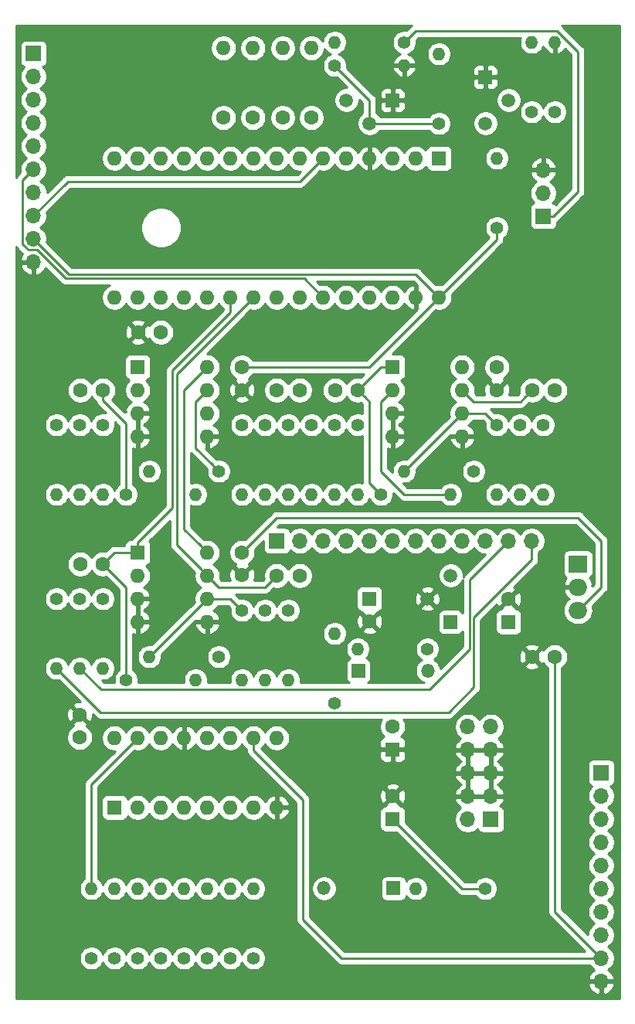
<source format=gbr>
G04 #@! TF.GenerationSoftware,KiCad,Pcbnew,(5.1.6)-1*
G04 #@! TF.CreationDate,2021-08-06T14:07:39+02:00*
G04 #@! TF.ProjectId,NanoGris,4e616e6f-4772-4697-932e-6b696361645f,rev?*
G04 #@! TF.SameCoordinates,Original*
G04 #@! TF.FileFunction,Copper,L1,Top*
G04 #@! TF.FilePolarity,Positive*
%FSLAX46Y46*%
G04 Gerber Fmt 4.6, Leading zero omitted, Abs format (unit mm)*
G04 Created by KiCad (PCBNEW (5.1.6)-1) date 2021-08-06 14:07:39*
%MOMM*%
%LPD*%
G01*
G04 APERTURE LIST*
G04 #@! TA.AperFunction,ComponentPad*
%ADD10C,1.600000*%
G04 #@! TD*
G04 #@! TA.AperFunction,ComponentPad*
%ADD11O,1.400000X1.400000*%
G04 #@! TD*
G04 #@! TA.AperFunction,ComponentPad*
%ADD12C,1.400000*%
G04 #@! TD*
G04 #@! TA.AperFunction,ComponentPad*
%ADD13O,1.600000X1.600000*%
G04 #@! TD*
G04 #@! TA.AperFunction,ComponentPad*
%ADD14O,1.500000X1.500000*%
G04 #@! TD*
G04 #@! TA.AperFunction,ComponentPad*
%ADD15R,1.500000X1.500000*%
G04 #@! TD*
G04 #@! TA.AperFunction,ComponentPad*
%ADD16R,1.600000X1.600000*%
G04 #@! TD*
G04 #@! TA.AperFunction,ComponentPad*
%ADD17C,1.500000*%
G04 #@! TD*
G04 #@! TA.AperFunction,ComponentPad*
%ADD18O,1.700000X1.700000*%
G04 #@! TD*
G04 #@! TA.AperFunction,ComponentPad*
%ADD19R,1.700000X1.700000*%
G04 #@! TD*
G04 #@! TA.AperFunction,ComponentPad*
%ADD20O,2.000000X1.905000*%
G04 #@! TD*
G04 #@! TA.AperFunction,ComponentPad*
%ADD21R,2.000000X1.905000*%
G04 #@! TD*
G04 #@! TA.AperFunction,Conductor*
%ADD22C,0.250000*%
G04 #@! TD*
G04 #@! TA.AperFunction,Conductor*
%ADD23C,0.254000*%
G04 #@! TD*
G04 APERTURE END LIST*
D10*
X154940000Y-58420000D03*
X154940000Y-55920000D03*
D11*
X139700000Y-69850000D03*
D12*
X139700000Y-62230000D03*
D11*
X116840000Y-67310000D03*
D12*
X124460000Y-67310000D03*
D11*
X109220000Y-69850000D03*
D12*
X109220000Y-62230000D03*
D13*
X124968000Y-20955000D03*
D10*
X124968000Y-28575000D03*
D14*
X147370800Y-89154000D03*
D15*
X139750800Y-89154000D03*
D11*
X113030000Y-113030000D03*
D12*
X113030000Y-120650000D03*
D11*
X146050000Y-113030000D03*
D12*
X153670000Y-113030000D03*
D13*
X151130000Y-55880000D03*
X143510000Y-63500000D03*
X151130000Y-58420000D03*
X143510000Y-60960000D03*
X151130000Y-60960000D03*
X143510000Y-58420000D03*
X151130000Y-63500000D03*
D16*
X143510000Y-55880000D03*
D15*
X143510000Y-26670000D03*
D17*
X138430000Y-26670000D03*
X140970000Y-29210000D03*
D11*
X139700000Y-86791800D03*
D12*
X147320000Y-86791800D03*
D15*
X153670000Y-24130000D03*
D17*
X153670000Y-29210000D03*
X156210000Y-26670000D03*
D10*
X161290000Y-58420000D03*
X158790000Y-58420000D03*
D18*
X151739600Y-95300800D03*
X154279600Y-95300800D03*
X151739600Y-97840800D03*
X154279600Y-97840800D03*
X151739600Y-100380800D03*
X154279600Y-100380800D03*
X151739600Y-102920800D03*
X154279600Y-102920800D03*
X151739600Y-105460800D03*
D19*
X154279600Y-105460800D03*
D11*
X154940000Y-69850000D03*
D12*
X154940000Y-62230000D03*
D10*
X137200000Y-58420000D03*
X139700000Y-58420000D03*
X109260000Y-58420000D03*
X111760000Y-58420000D03*
D13*
X134594600Y-20955000D03*
D10*
X134594600Y-28575000D03*
D11*
X110490000Y-113030000D03*
D12*
X110490000Y-120650000D03*
D11*
X134620000Y-69850000D03*
D12*
X134620000Y-62230000D03*
D10*
X143510000Y-95290000D03*
D16*
X143510000Y-97790000D03*
D10*
X140970000Y-83780000D03*
D16*
X140970000Y-81280000D03*
D11*
X137160000Y-85090000D03*
D12*
X137160000Y-92710000D03*
D13*
X123190000Y-76200000D03*
X115570000Y-83820000D03*
X123190000Y-78740000D03*
X115570000Y-81280000D03*
X123190000Y-81280000D03*
X115570000Y-78740000D03*
X123190000Y-83820000D03*
D16*
X115570000Y-76200000D03*
D11*
X137160000Y-69850000D03*
D12*
X137160000Y-62230000D03*
D15*
X149860000Y-83820000D03*
D17*
X149860000Y-78740000D03*
X147320000Y-81280000D03*
D11*
X111760000Y-69850000D03*
D12*
X111760000Y-62230000D03*
D18*
X158750000Y-74930000D03*
X156210000Y-74930000D03*
X153670000Y-74930000D03*
X151130000Y-74930000D03*
X148590000Y-74930000D03*
X146050000Y-74930000D03*
X143510000Y-74930000D03*
X140970000Y-74930000D03*
X138430000Y-74930000D03*
X135890000Y-74930000D03*
X133350000Y-74930000D03*
D19*
X130810000Y-74930000D03*
D18*
X166370000Y-123190000D03*
X166370000Y-120650000D03*
X166370000Y-118110000D03*
X166370000Y-115570000D03*
X166370000Y-113030000D03*
X166370000Y-110490000D03*
X166370000Y-107950000D03*
X166370000Y-105410000D03*
X166370000Y-102870000D03*
D19*
X166370000Y-100330000D03*
D18*
X104140000Y-44400000D03*
X104140000Y-41860000D03*
X104140000Y-39320000D03*
X104140000Y-36780000D03*
X104140000Y-34240000D03*
X104140000Y-31700000D03*
X104140000Y-29160000D03*
X104140000Y-26620000D03*
X104140000Y-24080000D03*
D19*
X104140000Y-21540000D03*
D11*
X132080000Y-69850000D03*
D12*
X132080000Y-62230000D03*
D11*
X121920000Y-69850000D03*
D12*
X114300000Y-69850000D03*
D10*
X158790000Y-87630000D03*
X161290000Y-87630000D03*
X156210000Y-81320000D03*
D16*
X156210000Y-83820000D03*
D13*
X113030000Y-48260000D03*
X113030000Y-33020000D03*
X148590000Y-48260000D03*
X115570000Y-33020000D03*
X146050000Y-48260000D03*
X118110000Y-33020000D03*
X143510000Y-48260000D03*
X120650000Y-33020000D03*
X140970000Y-48260000D03*
X123190000Y-33020000D03*
X138430000Y-48260000D03*
X125730000Y-33020000D03*
X135890000Y-48260000D03*
X128270000Y-33020000D03*
X133350000Y-48260000D03*
X130810000Y-33020000D03*
X130810000Y-48260000D03*
X133350000Y-33020000D03*
X128270000Y-48260000D03*
X135890000Y-33020000D03*
X125730000Y-48260000D03*
X138430000Y-33020000D03*
X123190000Y-48260000D03*
X140970000Y-33020000D03*
X120650000Y-48260000D03*
X143510000Y-33020000D03*
X118110000Y-48260000D03*
X146050000Y-33020000D03*
X115570000Y-48260000D03*
D16*
X148590000Y-33020000D03*
D13*
X123190000Y-55880000D03*
X115570000Y-63500000D03*
X123190000Y-58420000D03*
X115570000Y-60960000D03*
X123190000Y-60960000D03*
X115570000Y-58420000D03*
X123190000Y-63500000D03*
D16*
X115570000Y-55880000D03*
D11*
X148590000Y-21590000D03*
D12*
X148590000Y-29210000D03*
D11*
X129540000Y-90170000D03*
D12*
X129540000Y-82550000D03*
D11*
X161290000Y-20320000D03*
D12*
X161290000Y-27940000D03*
D11*
X109220000Y-88900000D03*
D12*
X109220000Y-81280000D03*
D10*
X127000000Y-58420000D03*
X127000000Y-55920000D03*
D11*
X111760000Y-88900000D03*
D12*
X111760000Y-81280000D03*
D11*
X120650000Y-113030000D03*
D12*
X120650000Y-120650000D03*
D11*
X127000000Y-69850000D03*
D12*
X127000000Y-62230000D03*
D11*
X121920000Y-90170000D03*
D12*
X114300000Y-90170000D03*
D11*
X106680000Y-88900000D03*
D12*
X106680000Y-81280000D03*
D11*
X125730000Y-113030000D03*
D12*
X125730000Y-120650000D03*
D11*
X132080000Y-90170000D03*
D12*
X132080000Y-82550000D03*
D11*
X127000000Y-90170000D03*
D12*
X127000000Y-82550000D03*
D10*
X133310000Y-58420000D03*
X130810000Y-58420000D03*
D11*
X118110000Y-113030000D03*
D12*
X118110000Y-120650000D03*
D20*
X163830000Y-82550000D03*
X163830000Y-80010000D03*
D21*
X163830000Y-77470000D03*
D10*
X118110000Y-52070000D03*
X115610000Y-52070000D03*
D18*
X160020000Y-34290000D03*
X160020000Y-36830000D03*
D19*
X160020000Y-39370000D03*
D11*
X144780000Y-67310000D03*
D12*
X152400000Y-67310000D03*
D11*
X106680000Y-69850000D03*
D12*
X106680000Y-62230000D03*
D11*
X149860000Y-69850000D03*
D12*
X142240000Y-69850000D03*
D10*
X109260000Y-77470000D03*
X111760000Y-77470000D03*
X133310000Y-78740000D03*
X130810000Y-78740000D03*
X143510000Y-102910000D03*
D16*
X143510000Y-105410000D03*
D11*
X129540000Y-69850000D03*
D12*
X129540000Y-62230000D03*
D11*
X116840000Y-87630000D03*
D12*
X124460000Y-87630000D03*
D11*
X137160000Y-20320000D03*
D12*
X144780000Y-20320000D03*
D11*
X128270000Y-113030000D03*
D12*
X128270000Y-120650000D03*
D13*
X128193800Y-20955000D03*
D10*
X128193800Y-28575000D03*
D11*
X115570000Y-113030000D03*
D12*
X115570000Y-120650000D03*
D11*
X123190000Y-113030000D03*
D12*
X123190000Y-120650000D03*
D11*
X158750000Y-20320000D03*
D12*
X158750000Y-27940000D03*
D13*
X113030000Y-96520000D03*
X130810000Y-104140000D03*
X115570000Y-96520000D03*
X128270000Y-104140000D03*
X118110000Y-96520000D03*
X125730000Y-104140000D03*
X120650000Y-96520000D03*
X123190000Y-104140000D03*
X123190000Y-96520000D03*
X120650000Y-104140000D03*
X125730000Y-96520000D03*
X118110000Y-104140000D03*
X128270000Y-96520000D03*
X115570000Y-104140000D03*
X130810000Y-96520000D03*
D16*
X113030000Y-104140000D03*
D11*
X154940000Y-33020000D03*
D12*
X154940000Y-40640000D03*
D13*
X131445000Y-20955000D03*
D10*
X131445000Y-28575000D03*
D11*
X144780000Y-22860000D03*
D12*
X137160000Y-22860000D03*
D10*
X127000000Y-78700000D03*
X127000000Y-76200000D03*
D11*
X160020000Y-69850000D03*
D12*
X160020000Y-62230000D03*
D11*
X157480000Y-69850000D03*
D12*
X157480000Y-62230000D03*
D14*
X135991600Y-113004600D03*
D15*
X143611600Y-113004600D03*
D10*
X109220000Y-93980000D03*
X109220000Y-96480000D03*
D22*
X140930000Y-83820000D02*
X140970000Y-83780000D01*
X147360000Y-81320000D02*
X147320000Y-81280000D01*
X107649011Y-46170009D02*
X104514003Y-43035001D01*
X133800009Y-46170009D02*
X107649011Y-46170009D01*
X135890000Y-48260000D02*
X133800009Y-46170009D01*
X102964999Y-42424001D02*
X102964999Y-35415001D01*
X102964999Y-35415001D02*
X103290001Y-35089999D01*
X103575999Y-43035001D02*
X102964999Y-42424001D01*
X104514003Y-43035001D02*
X103575999Y-43035001D01*
X103290001Y-35089999D02*
X104140000Y-34240000D01*
X152400000Y-59690000D02*
X157520000Y-59690000D01*
X157990001Y-59219999D02*
X158790000Y-58420000D01*
X157520000Y-59690000D02*
X157990001Y-59219999D01*
X151130000Y-58420000D02*
X152400000Y-59690000D01*
X142240000Y-55880000D02*
X139700000Y-58420000D01*
X140970000Y-59690000D02*
X140499999Y-59219999D01*
X142240000Y-69850000D02*
X140970000Y-68580000D01*
X140970000Y-68580000D02*
X140970000Y-59690000D01*
X140499999Y-59219999D02*
X139700000Y-58420000D01*
X143510000Y-55880000D02*
X142240000Y-55880000D01*
X122390001Y-77940001D02*
X123190000Y-78740000D01*
X123190000Y-78740000D02*
X124460000Y-80010000D01*
X129540000Y-80010000D02*
X130010001Y-79539999D01*
X130010001Y-79539999D02*
X130810000Y-78740000D01*
X119830010Y-56699990D02*
X119830010Y-75380010D01*
X119830010Y-75380010D02*
X122390001Y-77940001D01*
X128270000Y-48260000D02*
X119830010Y-56699990D01*
X124460000Y-80010000D02*
X129540000Y-80010000D01*
X104140000Y-39320000D02*
X107900000Y-35560000D01*
X135090001Y-33819999D02*
X135890000Y-33020000D01*
X133350000Y-35560000D02*
X135090001Y-33819999D01*
X107900000Y-35560000D02*
X133350000Y-35560000D01*
X111760000Y-77470000D02*
X114300000Y-80010000D01*
X115570000Y-75150000D02*
X115570000Y-76200000D01*
X125730000Y-49925002D02*
X119380000Y-56275002D01*
X125730000Y-48260000D02*
X125730000Y-49925002D01*
X114300000Y-80010000D02*
X114300000Y-90170000D01*
X119380000Y-71340000D02*
X115570000Y-75150000D01*
X119380000Y-56275002D02*
X119380000Y-71340000D01*
X113030000Y-76200000D02*
X111760000Y-77470000D01*
X115570000Y-76200000D02*
X113030000Y-76200000D01*
X121920000Y-64770000D02*
X123760001Y-66610001D01*
X123190000Y-58420000D02*
X121920000Y-59690000D01*
X121920000Y-59690000D02*
X121920000Y-64770000D01*
X123760001Y-66610001D02*
X124460000Y-67310000D01*
X114300000Y-62091370D02*
X114300000Y-68860051D01*
X111760000Y-59551370D02*
X114300000Y-62091370D01*
X111760000Y-58420000D02*
X111760000Y-59551370D01*
X114300000Y-68860051D02*
X114300000Y-69850000D01*
X124460000Y-81280000D02*
X125730000Y-81280000D01*
X125730000Y-81280000D02*
X127000000Y-82550000D01*
X124460000Y-81280000D02*
X123190000Y-81280000D01*
X123190000Y-81280000D02*
X116840000Y-87630000D01*
X153670000Y-60960000D02*
X154940000Y-62230000D01*
X151130000Y-60960000D02*
X153670000Y-60960000D01*
X151130000Y-60960000D02*
X144780000Y-67310000D01*
X149860000Y-69850000D02*
X144780000Y-69850000D01*
X144780000Y-69850000D02*
X142240000Y-67310000D01*
X142240000Y-66287002D02*
X142240000Y-66040000D01*
X142240000Y-66040000D02*
X142240000Y-59690000D01*
X142240000Y-67310000D02*
X142240000Y-66040000D01*
X142240000Y-59690000D02*
X143510000Y-58420000D01*
X158750000Y-77015002D02*
X152400000Y-83365002D01*
X111515001Y-93735001D02*
X106680000Y-88900000D01*
X152400000Y-90985002D02*
X149650001Y-93735001D01*
X158750000Y-74930000D02*
X158750000Y-77015002D01*
X149650001Y-93735001D02*
X111515001Y-93735001D01*
X152400000Y-83365002D02*
X152400000Y-90985002D01*
X155360001Y-75779999D02*
X156210000Y-74930000D01*
X151949990Y-86810010D02*
X151949990Y-79190010D01*
X111565001Y-91245001D02*
X147514999Y-91245001D01*
X147514999Y-91245001D02*
X151949990Y-86810010D01*
X109220000Y-88900000D02*
X111565001Y-91245001D01*
X151949990Y-79190010D02*
X155360001Y-75779999D01*
X151130000Y-113030000D02*
X143510000Y-105410000D01*
X153670000Y-113030000D02*
X151130000Y-113030000D01*
X148590000Y-29210000D02*
X140970000Y-29210000D01*
X140970000Y-29210000D02*
X140970000Y-26670000D01*
X140970000Y-26670000D02*
X137160000Y-22860000D01*
X110490000Y-101600000D02*
X110490000Y-113030000D01*
X115570000Y-96520000D02*
X110490000Y-101600000D01*
X163830000Y-36660000D02*
X161120000Y-39370000D01*
X147790001Y-49059999D02*
X148590000Y-48260000D01*
X108000000Y-45720000D02*
X146050000Y-45720000D01*
X120650000Y-73660000D02*
X122390001Y-75400001D01*
X161290000Y-115570000D02*
X161290000Y-113030000D01*
X161120000Y-39370000D02*
X160020000Y-39370000D01*
X161290000Y-87630000D02*
X161290000Y-100075002D01*
X154940000Y-40640000D02*
X154940000Y-41910000D01*
X123190000Y-55880000D02*
X120650000Y-58420000D01*
X104140000Y-41860000D02*
X108000000Y-45720000D01*
X161537002Y-19050000D02*
X163830000Y-21342998D01*
X122390001Y-75400001D02*
X123190000Y-76200000D01*
X130810000Y-72390000D02*
X163830000Y-72390000D01*
X146050000Y-45720000D02*
X148590000Y-48260000D01*
X144780000Y-20320000D02*
X146050000Y-19050000D01*
X166370000Y-80010000D02*
X163830000Y-82550000D01*
X163830000Y-72390000D02*
X166370000Y-74930000D01*
X163830000Y-21342998D02*
X163830000Y-36660000D01*
X166370000Y-74930000D02*
X166370000Y-80010000D01*
X146050000Y-19050000D02*
X161537002Y-19050000D01*
X127000000Y-76200000D02*
X130810000Y-72390000D01*
X140930000Y-55920000D02*
X147790001Y-49059999D01*
X127000000Y-55920000D02*
X140930000Y-55920000D01*
X161290000Y-113030000D02*
X161290000Y-87630000D01*
X166370000Y-120650000D02*
X161290000Y-115570000D01*
X120650000Y-58420000D02*
X120650000Y-73660000D01*
X154940000Y-41910000D02*
X148590000Y-48260000D01*
X128270000Y-97891600D02*
X133680200Y-103301800D01*
X133680200Y-116408200D02*
X137922000Y-120650000D01*
X133680200Y-103301800D02*
X133680200Y-116408200D01*
X128270000Y-96520000D02*
X128270000Y-97891600D01*
X137922000Y-120650000D02*
X166370000Y-120650000D01*
D23*
G36*
X145509999Y-18509999D02*
G01*
X145486201Y-18538997D01*
X145018843Y-19006355D01*
X144911486Y-18985000D01*
X144648514Y-18985000D01*
X144390595Y-19036304D01*
X144147641Y-19136939D01*
X143928987Y-19283038D01*
X143743038Y-19468987D01*
X143596939Y-19687641D01*
X143496304Y-19930595D01*
X143445000Y-20188514D01*
X143445000Y-20451486D01*
X143496304Y-20709405D01*
X143596939Y-20952359D01*
X143743038Y-21171013D01*
X143928987Y-21356962D01*
X144147641Y-21503061D01*
X144370187Y-21595243D01*
X144200877Y-21657147D01*
X143977340Y-21793241D01*
X143784649Y-21970330D01*
X143630208Y-22181608D01*
X143519953Y-22418956D01*
X143487284Y-22526671D01*
X143610626Y-22733000D01*
X144653000Y-22733000D01*
X144653000Y-22713000D01*
X144907000Y-22713000D01*
X144907000Y-22733000D01*
X145949374Y-22733000D01*
X146072716Y-22526671D01*
X146040047Y-22418956D01*
X145929792Y-22181608D01*
X145775351Y-21970330D01*
X145582660Y-21793241D01*
X145359123Y-21657147D01*
X145189813Y-21595243D01*
X145412359Y-21503061D01*
X145479028Y-21458514D01*
X147255000Y-21458514D01*
X147255000Y-21721486D01*
X147306304Y-21979405D01*
X147406939Y-22222359D01*
X147553038Y-22441013D01*
X147738987Y-22626962D01*
X147957641Y-22773061D01*
X148200595Y-22873696D01*
X148458514Y-22925000D01*
X148721486Y-22925000D01*
X148979405Y-22873696D01*
X149222359Y-22773061D01*
X149441013Y-22626962D01*
X149626962Y-22441013D01*
X149773061Y-22222359D01*
X149873696Y-21979405D01*
X149925000Y-21721486D01*
X149925000Y-21458514D01*
X149873696Y-21200595D01*
X149773061Y-20957641D01*
X149626962Y-20738987D01*
X149441013Y-20553038D01*
X149222359Y-20406939D01*
X148979405Y-20306304D01*
X148721486Y-20255000D01*
X148458514Y-20255000D01*
X148200595Y-20306304D01*
X147957641Y-20406939D01*
X147738987Y-20553038D01*
X147553038Y-20738987D01*
X147406939Y-20957641D01*
X147306304Y-21200595D01*
X147255000Y-21458514D01*
X145479028Y-21458514D01*
X145631013Y-21356962D01*
X145816962Y-21171013D01*
X145963061Y-20952359D01*
X146063696Y-20709405D01*
X146115000Y-20451486D01*
X146115000Y-20188514D01*
X146093645Y-20081157D01*
X146364802Y-19810000D01*
X157516256Y-19810000D01*
X157466304Y-19930595D01*
X157415000Y-20188514D01*
X157415000Y-20451486D01*
X157466304Y-20709405D01*
X157566939Y-20952359D01*
X157713038Y-21171013D01*
X157898987Y-21356962D01*
X158117641Y-21503061D01*
X158360595Y-21603696D01*
X158618514Y-21655000D01*
X158881486Y-21655000D01*
X159139405Y-21603696D01*
X159382359Y-21503061D01*
X159601013Y-21356962D01*
X159786962Y-21171013D01*
X159933061Y-20952359D01*
X160025243Y-20729813D01*
X160087147Y-20899123D01*
X160223241Y-21122660D01*
X160400330Y-21315351D01*
X160611608Y-21469792D01*
X160848956Y-21580047D01*
X160956671Y-21612716D01*
X161163000Y-21489374D01*
X161163000Y-20447000D01*
X161143000Y-20447000D01*
X161143000Y-20193000D01*
X161163000Y-20193000D01*
X161163000Y-20173000D01*
X161417000Y-20173000D01*
X161417000Y-20193000D01*
X161437000Y-20193000D01*
X161437000Y-20447000D01*
X161417000Y-20447000D01*
X161417000Y-21489374D01*
X161623329Y-21612716D01*
X161731044Y-21580047D01*
X161968392Y-21469792D01*
X162179670Y-21315351D01*
X162356759Y-21122660D01*
X162424157Y-21011957D01*
X163070000Y-21657800D01*
X163070001Y-36345197D01*
X161332543Y-38082655D01*
X161321185Y-38068815D01*
X161224494Y-37989463D01*
X161114180Y-37930498D01*
X161041620Y-37908487D01*
X161173475Y-37776632D01*
X161335990Y-37533411D01*
X161447932Y-37263158D01*
X161505000Y-36976260D01*
X161505000Y-36683740D01*
X161447932Y-36396842D01*
X161335990Y-36126589D01*
X161173475Y-35883368D01*
X160966632Y-35676525D01*
X160784466Y-35554805D01*
X160901355Y-35485178D01*
X161117588Y-35290269D01*
X161291641Y-35056920D01*
X161416825Y-34794099D01*
X161461476Y-34646890D01*
X161340155Y-34417000D01*
X160147000Y-34417000D01*
X160147000Y-34437000D01*
X159893000Y-34437000D01*
X159893000Y-34417000D01*
X158699845Y-34417000D01*
X158578524Y-34646890D01*
X158623175Y-34794099D01*
X158748359Y-35056920D01*
X158922412Y-35290269D01*
X159138645Y-35485178D01*
X159255534Y-35554805D01*
X159073368Y-35676525D01*
X158866525Y-35883368D01*
X158704010Y-36126589D01*
X158592068Y-36396842D01*
X158535000Y-36683740D01*
X158535000Y-36976260D01*
X158592068Y-37263158D01*
X158704010Y-37533411D01*
X158866525Y-37776632D01*
X158998380Y-37908487D01*
X158925820Y-37930498D01*
X158815506Y-37989463D01*
X158718815Y-38068815D01*
X158639463Y-38165506D01*
X158580498Y-38275820D01*
X158544188Y-38395518D01*
X158531928Y-38520000D01*
X158531928Y-40220000D01*
X158544188Y-40344482D01*
X158580498Y-40464180D01*
X158639463Y-40574494D01*
X158718815Y-40671185D01*
X158815506Y-40750537D01*
X158925820Y-40809502D01*
X159045518Y-40845812D01*
X159170000Y-40858072D01*
X160870000Y-40858072D01*
X160994482Y-40845812D01*
X161114180Y-40809502D01*
X161224494Y-40750537D01*
X161321185Y-40671185D01*
X161400537Y-40574494D01*
X161459502Y-40464180D01*
X161495812Y-40344482D01*
X161508072Y-40220000D01*
X161508072Y-40024326D01*
X161544276Y-40004974D01*
X161660001Y-39910001D01*
X161683804Y-39880997D01*
X164341003Y-37223799D01*
X164370001Y-37200001D01*
X164464974Y-37084276D01*
X164535546Y-36952247D01*
X164579003Y-36808986D01*
X164590000Y-36697333D01*
X164590000Y-36697325D01*
X164593676Y-36660000D01*
X164590000Y-36622675D01*
X164590000Y-21380321D01*
X164593676Y-21342998D01*
X164590000Y-21305675D01*
X164590000Y-21305665D01*
X164579003Y-21194012D01*
X164535546Y-21050751D01*
X164464974Y-20918722D01*
X164370001Y-20802997D01*
X164341004Y-20779200D01*
X162100806Y-18539003D01*
X162077003Y-18509999D01*
X161991709Y-18440000D01*
X168340001Y-18440000D01*
X168340000Y-125070000D01*
X102260000Y-125070000D01*
X102260000Y-123546890D01*
X164928524Y-123546890D01*
X164973175Y-123694099D01*
X165098359Y-123956920D01*
X165272412Y-124190269D01*
X165488645Y-124385178D01*
X165738748Y-124534157D01*
X166013109Y-124631481D01*
X166243000Y-124510814D01*
X166243000Y-123317000D01*
X166497000Y-123317000D01*
X166497000Y-124510814D01*
X166726891Y-124631481D01*
X167001252Y-124534157D01*
X167251355Y-124385178D01*
X167467588Y-124190269D01*
X167641641Y-123956920D01*
X167766825Y-123694099D01*
X167811476Y-123546890D01*
X167690155Y-123317000D01*
X166497000Y-123317000D01*
X166243000Y-123317000D01*
X165049845Y-123317000D01*
X164928524Y-123546890D01*
X102260000Y-123546890D01*
X102260000Y-120518514D01*
X109155000Y-120518514D01*
X109155000Y-120781486D01*
X109206304Y-121039405D01*
X109306939Y-121282359D01*
X109453038Y-121501013D01*
X109638987Y-121686962D01*
X109857641Y-121833061D01*
X110100595Y-121933696D01*
X110358514Y-121985000D01*
X110621486Y-121985000D01*
X110879405Y-121933696D01*
X111122359Y-121833061D01*
X111341013Y-121686962D01*
X111526962Y-121501013D01*
X111673061Y-121282359D01*
X111760000Y-121072470D01*
X111846939Y-121282359D01*
X111993038Y-121501013D01*
X112178987Y-121686962D01*
X112397641Y-121833061D01*
X112640595Y-121933696D01*
X112898514Y-121985000D01*
X113161486Y-121985000D01*
X113419405Y-121933696D01*
X113662359Y-121833061D01*
X113881013Y-121686962D01*
X114066962Y-121501013D01*
X114213061Y-121282359D01*
X114300000Y-121072470D01*
X114386939Y-121282359D01*
X114533038Y-121501013D01*
X114718987Y-121686962D01*
X114937641Y-121833061D01*
X115180595Y-121933696D01*
X115438514Y-121985000D01*
X115701486Y-121985000D01*
X115959405Y-121933696D01*
X116202359Y-121833061D01*
X116421013Y-121686962D01*
X116606962Y-121501013D01*
X116753061Y-121282359D01*
X116840000Y-121072470D01*
X116926939Y-121282359D01*
X117073038Y-121501013D01*
X117258987Y-121686962D01*
X117477641Y-121833061D01*
X117720595Y-121933696D01*
X117978514Y-121985000D01*
X118241486Y-121985000D01*
X118499405Y-121933696D01*
X118742359Y-121833061D01*
X118961013Y-121686962D01*
X119146962Y-121501013D01*
X119293061Y-121282359D01*
X119380000Y-121072470D01*
X119466939Y-121282359D01*
X119613038Y-121501013D01*
X119798987Y-121686962D01*
X120017641Y-121833061D01*
X120260595Y-121933696D01*
X120518514Y-121985000D01*
X120781486Y-121985000D01*
X121039405Y-121933696D01*
X121282359Y-121833061D01*
X121501013Y-121686962D01*
X121686962Y-121501013D01*
X121833061Y-121282359D01*
X121920000Y-121072470D01*
X122006939Y-121282359D01*
X122153038Y-121501013D01*
X122338987Y-121686962D01*
X122557641Y-121833061D01*
X122800595Y-121933696D01*
X123058514Y-121985000D01*
X123321486Y-121985000D01*
X123579405Y-121933696D01*
X123822359Y-121833061D01*
X124041013Y-121686962D01*
X124226962Y-121501013D01*
X124373061Y-121282359D01*
X124460000Y-121072470D01*
X124546939Y-121282359D01*
X124693038Y-121501013D01*
X124878987Y-121686962D01*
X125097641Y-121833061D01*
X125340595Y-121933696D01*
X125598514Y-121985000D01*
X125861486Y-121985000D01*
X126119405Y-121933696D01*
X126362359Y-121833061D01*
X126581013Y-121686962D01*
X126766962Y-121501013D01*
X126913061Y-121282359D01*
X127000000Y-121072470D01*
X127086939Y-121282359D01*
X127233038Y-121501013D01*
X127418987Y-121686962D01*
X127637641Y-121833061D01*
X127880595Y-121933696D01*
X128138514Y-121985000D01*
X128401486Y-121985000D01*
X128659405Y-121933696D01*
X128902359Y-121833061D01*
X129121013Y-121686962D01*
X129306962Y-121501013D01*
X129453061Y-121282359D01*
X129553696Y-121039405D01*
X129605000Y-120781486D01*
X129605000Y-120518514D01*
X129553696Y-120260595D01*
X129453061Y-120017641D01*
X129306962Y-119798987D01*
X129121013Y-119613038D01*
X128902359Y-119466939D01*
X128659405Y-119366304D01*
X128401486Y-119315000D01*
X128138514Y-119315000D01*
X127880595Y-119366304D01*
X127637641Y-119466939D01*
X127418987Y-119613038D01*
X127233038Y-119798987D01*
X127086939Y-120017641D01*
X127000000Y-120227530D01*
X126913061Y-120017641D01*
X126766962Y-119798987D01*
X126581013Y-119613038D01*
X126362359Y-119466939D01*
X126119405Y-119366304D01*
X125861486Y-119315000D01*
X125598514Y-119315000D01*
X125340595Y-119366304D01*
X125097641Y-119466939D01*
X124878987Y-119613038D01*
X124693038Y-119798987D01*
X124546939Y-120017641D01*
X124460000Y-120227530D01*
X124373061Y-120017641D01*
X124226962Y-119798987D01*
X124041013Y-119613038D01*
X123822359Y-119466939D01*
X123579405Y-119366304D01*
X123321486Y-119315000D01*
X123058514Y-119315000D01*
X122800595Y-119366304D01*
X122557641Y-119466939D01*
X122338987Y-119613038D01*
X122153038Y-119798987D01*
X122006939Y-120017641D01*
X121920000Y-120227530D01*
X121833061Y-120017641D01*
X121686962Y-119798987D01*
X121501013Y-119613038D01*
X121282359Y-119466939D01*
X121039405Y-119366304D01*
X120781486Y-119315000D01*
X120518514Y-119315000D01*
X120260595Y-119366304D01*
X120017641Y-119466939D01*
X119798987Y-119613038D01*
X119613038Y-119798987D01*
X119466939Y-120017641D01*
X119380000Y-120227530D01*
X119293061Y-120017641D01*
X119146962Y-119798987D01*
X118961013Y-119613038D01*
X118742359Y-119466939D01*
X118499405Y-119366304D01*
X118241486Y-119315000D01*
X117978514Y-119315000D01*
X117720595Y-119366304D01*
X117477641Y-119466939D01*
X117258987Y-119613038D01*
X117073038Y-119798987D01*
X116926939Y-120017641D01*
X116840000Y-120227530D01*
X116753061Y-120017641D01*
X116606962Y-119798987D01*
X116421013Y-119613038D01*
X116202359Y-119466939D01*
X115959405Y-119366304D01*
X115701486Y-119315000D01*
X115438514Y-119315000D01*
X115180595Y-119366304D01*
X114937641Y-119466939D01*
X114718987Y-119613038D01*
X114533038Y-119798987D01*
X114386939Y-120017641D01*
X114300000Y-120227530D01*
X114213061Y-120017641D01*
X114066962Y-119798987D01*
X113881013Y-119613038D01*
X113662359Y-119466939D01*
X113419405Y-119366304D01*
X113161486Y-119315000D01*
X112898514Y-119315000D01*
X112640595Y-119366304D01*
X112397641Y-119466939D01*
X112178987Y-119613038D01*
X111993038Y-119798987D01*
X111846939Y-120017641D01*
X111760000Y-120227530D01*
X111673061Y-120017641D01*
X111526962Y-119798987D01*
X111341013Y-119613038D01*
X111122359Y-119466939D01*
X110879405Y-119366304D01*
X110621486Y-119315000D01*
X110358514Y-119315000D01*
X110100595Y-119366304D01*
X109857641Y-119466939D01*
X109638987Y-119613038D01*
X109453038Y-119798987D01*
X109306939Y-120017641D01*
X109206304Y-120260595D01*
X109155000Y-120518514D01*
X102260000Y-120518514D01*
X102260000Y-112898514D01*
X109155000Y-112898514D01*
X109155000Y-113161486D01*
X109206304Y-113419405D01*
X109306939Y-113662359D01*
X109453038Y-113881013D01*
X109638987Y-114066962D01*
X109857641Y-114213061D01*
X110100595Y-114313696D01*
X110358514Y-114365000D01*
X110621486Y-114365000D01*
X110879405Y-114313696D01*
X111122359Y-114213061D01*
X111341013Y-114066962D01*
X111526962Y-113881013D01*
X111673061Y-113662359D01*
X111760000Y-113452470D01*
X111846939Y-113662359D01*
X111993038Y-113881013D01*
X112178987Y-114066962D01*
X112397641Y-114213061D01*
X112640595Y-114313696D01*
X112898514Y-114365000D01*
X113161486Y-114365000D01*
X113419405Y-114313696D01*
X113662359Y-114213061D01*
X113881013Y-114066962D01*
X114066962Y-113881013D01*
X114213061Y-113662359D01*
X114300000Y-113452470D01*
X114386939Y-113662359D01*
X114533038Y-113881013D01*
X114718987Y-114066962D01*
X114937641Y-114213061D01*
X115180595Y-114313696D01*
X115438514Y-114365000D01*
X115701486Y-114365000D01*
X115959405Y-114313696D01*
X116202359Y-114213061D01*
X116421013Y-114066962D01*
X116606962Y-113881013D01*
X116753061Y-113662359D01*
X116840000Y-113452470D01*
X116926939Y-113662359D01*
X117073038Y-113881013D01*
X117258987Y-114066962D01*
X117477641Y-114213061D01*
X117720595Y-114313696D01*
X117978514Y-114365000D01*
X118241486Y-114365000D01*
X118499405Y-114313696D01*
X118742359Y-114213061D01*
X118961013Y-114066962D01*
X119146962Y-113881013D01*
X119293061Y-113662359D01*
X119380000Y-113452470D01*
X119466939Y-113662359D01*
X119613038Y-113881013D01*
X119798987Y-114066962D01*
X120017641Y-114213061D01*
X120260595Y-114313696D01*
X120518514Y-114365000D01*
X120781486Y-114365000D01*
X121039405Y-114313696D01*
X121282359Y-114213061D01*
X121501013Y-114066962D01*
X121686962Y-113881013D01*
X121833061Y-113662359D01*
X121920000Y-113452470D01*
X122006939Y-113662359D01*
X122153038Y-113881013D01*
X122338987Y-114066962D01*
X122557641Y-114213061D01*
X122800595Y-114313696D01*
X123058514Y-114365000D01*
X123321486Y-114365000D01*
X123579405Y-114313696D01*
X123822359Y-114213061D01*
X124041013Y-114066962D01*
X124226962Y-113881013D01*
X124373061Y-113662359D01*
X124460000Y-113452470D01*
X124546939Y-113662359D01*
X124693038Y-113881013D01*
X124878987Y-114066962D01*
X125097641Y-114213061D01*
X125340595Y-114313696D01*
X125598514Y-114365000D01*
X125861486Y-114365000D01*
X126119405Y-114313696D01*
X126362359Y-114213061D01*
X126581013Y-114066962D01*
X126766962Y-113881013D01*
X126913061Y-113662359D01*
X127000000Y-113452470D01*
X127086939Y-113662359D01*
X127233038Y-113881013D01*
X127418987Y-114066962D01*
X127637641Y-114213061D01*
X127880595Y-114313696D01*
X128138514Y-114365000D01*
X128401486Y-114365000D01*
X128659405Y-114313696D01*
X128902359Y-114213061D01*
X129121013Y-114066962D01*
X129306962Y-113881013D01*
X129453061Y-113662359D01*
X129553696Y-113419405D01*
X129605000Y-113161486D01*
X129605000Y-112898514D01*
X129553696Y-112640595D01*
X129453061Y-112397641D01*
X129306962Y-112178987D01*
X129121013Y-111993038D01*
X128902359Y-111846939D01*
X128659405Y-111746304D01*
X128401486Y-111695000D01*
X128138514Y-111695000D01*
X127880595Y-111746304D01*
X127637641Y-111846939D01*
X127418987Y-111993038D01*
X127233038Y-112178987D01*
X127086939Y-112397641D01*
X127000000Y-112607530D01*
X126913061Y-112397641D01*
X126766962Y-112178987D01*
X126581013Y-111993038D01*
X126362359Y-111846939D01*
X126119405Y-111746304D01*
X125861486Y-111695000D01*
X125598514Y-111695000D01*
X125340595Y-111746304D01*
X125097641Y-111846939D01*
X124878987Y-111993038D01*
X124693038Y-112178987D01*
X124546939Y-112397641D01*
X124460000Y-112607530D01*
X124373061Y-112397641D01*
X124226962Y-112178987D01*
X124041013Y-111993038D01*
X123822359Y-111846939D01*
X123579405Y-111746304D01*
X123321486Y-111695000D01*
X123058514Y-111695000D01*
X122800595Y-111746304D01*
X122557641Y-111846939D01*
X122338987Y-111993038D01*
X122153038Y-112178987D01*
X122006939Y-112397641D01*
X121920000Y-112607530D01*
X121833061Y-112397641D01*
X121686962Y-112178987D01*
X121501013Y-111993038D01*
X121282359Y-111846939D01*
X121039405Y-111746304D01*
X120781486Y-111695000D01*
X120518514Y-111695000D01*
X120260595Y-111746304D01*
X120017641Y-111846939D01*
X119798987Y-111993038D01*
X119613038Y-112178987D01*
X119466939Y-112397641D01*
X119380000Y-112607530D01*
X119293061Y-112397641D01*
X119146962Y-112178987D01*
X118961013Y-111993038D01*
X118742359Y-111846939D01*
X118499405Y-111746304D01*
X118241486Y-111695000D01*
X117978514Y-111695000D01*
X117720595Y-111746304D01*
X117477641Y-111846939D01*
X117258987Y-111993038D01*
X117073038Y-112178987D01*
X116926939Y-112397641D01*
X116840000Y-112607530D01*
X116753061Y-112397641D01*
X116606962Y-112178987D01*
X116421013Y-111993038D01*
X116202359Y-111846939D01*
X115959405Y-111746304D01*
X115701486Y-111695000D01*
X115438514Y-111695000D01*
X115180595Y-111746304D01*
X114937641Y-111846939D01*
X114718987Y-111993038D01*
X114533038Y-112178987D01*
X114386939Y-112397641D01*
X114300000Y-112607530D01*
X114213061Y-112397641D01*
X114066962Y-112178987D01*
X113881013Y-111993038D01*
X113662359Y-111846939D01*
X113419405Y-111746304D01*
X113161486Y-111695000D01*
X112898514Y-111695000D01*
X112640595Y-111746304D01*
X112397641Y-111846939D01*
X112178987Y-111993038D01*
X111993038Y-112178987D01*
X111846939Y-112397641D01*
X111760000Y-112607530D01*
X111673061Y-112397641D01*
X111526962Y-112178987D01*
X111341013Y-111993038D01*
X111250000Y-111932225D01*
X111250000Y-103340000D01*
X111591928Y-103340000D01*
X111591928Y-104940000D01*
X111604188Y-105064482D01*
X111640498Y-105184180D01*
X111699463Y-105294494D01*
X111778815Y-105391185D01*
X111875506Y-105470537D01*
X111985820Y-105529502D01*
X112105518Y-105565812D01*
X112230000Y-105578072D01*
X113830000Y-105578072D01*
X113954482Y-105565812D01*
X114074180Y-105529502D01*
X114184494Y-105470537D01*
X114281185Y-105391185D01*
X114360537Y-105294494D01*
X114419502Y-105184180D01*
X114455812Y-105064482D01*
X114456643Y-105056039D01*
X114655241Y-105254637D01*
X114890273Y-105411680D01*
X115151426Y-105519853D01*
X115428665Y-105575000D01*
X115711335Y-105575000D01*
X115988574Y-105519853D01*
X116249727Y-105411680D01*
X116484759Y-105254637D01*
X116684637Y-105054759D01*
X116840000Y-104822241D01*
X116995363Y-105054759D01*
X117195241Y-105254637D01*
X117430273Y-105411680D01*
X117691426Y-105519853D01*
X117968665Y-105575000D01*
X118251335Y-105575000D01*
X118528574Y-105519853D01*
X118789727Y-105411680D01*
X119024759Y-105254637D01*
X119224637Y-105054759D01*
X119380000Y-104822241D01*
X119535363Y-105054759D01*
X119735241Y-105254637D01*
X119970273Y-105411680D01*
X120231426Y-105519853D01*
X120508665Y-105575000D01*
X120791335Y-105575000D01*
X121068574Y-105519853D01*
X121329727Y-105411680D01*
X121564759Y-105254637D01*
X121764637Y-105054759D01*
X121920000Y-104822241D01*
X122075363Y-105054759D01*
X122275241Y-105254637D01*
X122510273Y-105411680D01*
X122771426Y-105519853D01*
X123048665Y-105575000D01*
X123331335Y-105575000D01*
X123608574Y-105519853D01*
X123869727Y-105411680D01*
X124104759Y-105254637D01*
X124304637Y-105054759D01*
X124460000Y-104822241D01*
X124615363Y-105054759D01*
X124815241Y-105254637D01*
X125050273Y-105411680D01*
X125311426Y-105519853D01*
X125588665Y-105575000D01*
X125871335Y-105575000D01*
X126148574Y-105519853D01*
X126409727Y-105411680D01*
X126644759Y-105254637D01*
X126844637Y-105054759D01*
X127000000Y-104822241D01*
X127155363Y-105054759D01*
X127355241Y-105254637D01*
X127590273Y-105411680D01*
X127851426Y-105519853D01*
X128128665Y-105575000D01*
X128411335Y-105575000D01*
X128688574Y-105519853D01*
X128949727Y-105411680D01*
X129184759Y-105254637D01*
X129384637Y-105054759D01*
X129541680Y-104819727D01*
X129546067Y-104809135D01*
X129657615Y-104995131D01*
X129846586Y-105203519D01*
X130072580Y-105371037D01*
X130326913Y-105491246D01*
X130460961Y-105531904D01*
X130683000Y-105409915D01*
X130683000Y-104267000D01*
X130937000Y-104267000D01*
X130937000Y-105409915D01*
X131159039Y-105531904D01*
X131293087Y-105491246D01*
X131547420Y-105371037D01*
X131773414Y-105203519D01*
X131962385Y-104995131D01*
X132107070Y-104753881D01*
X132201909Y-104489040D01*
X132080624Y-104267000D01*
X130937000Y-104267000D01*
X130683000Y-104267000D01*
X130663000Y-104267000D01*
X130663000Y-104013000D01*
X130683000Y-104013000D01*
X130683000Y-102870085D01*
X130937000Y-102870085D01*
X130937000Y-104013000D01*
X132080624Y-104013000D01*
X132201909Y-103790960D01*
X132107070Y-103526119D01*
X131962385Y-103284869D01*
X131773414Y-103076481D01*
X131547420Y-102908963D01*
X131293087Y-102788754D01*
X131159039Y-102748096D01*
X130937000Y-102870085D01*
X130683000Y-102870085D01*
X130460961Y-102748096D01*
X130326913Y-102788754D01*
X130072580Y-102908963D01*
X129846586Y-103076481D01*
X129657615Y-103284869D01*
X129546067Y-103470865D01*
X129541680Y-103460273D01*
X129384637Y-103225241D01*
X129184759Y-103025363D01*
X128949727Y-102868320D01*
X128688574Y-102760147D01*
X128411335Y-102705000D01*
X128128665Y-102705000D01*
X127851426Y-102760147D01*
X127590273Y-102868320D01*
X127355241Y-103025363D01*
X127155363Y-103225241D01*
X127000000Y-103457759D01*
X126844637Y-103225241D01*
X126644759Y-103025363D01*
X126409727Y-102868320D01*
X126148574Y-102760147D01*
X125871335Y-102705000D01*
X125588665Y-102705000D01*
X125311426Y-102760147D01*
X125050273Y-102868320D01*
X124815241Y-103025363D01*
X124615363Y-103225241D01*
X124460000Y-103457759D01*
X124304637Y-103225241D01*
X124104759Y-103025363D01*
X123869727Y-102868320D01*
X123608574Y-102760147D01*
X123331335Y-102705000D01*
X123048665Y-102705000D01*
X122771426Y-102760147D01*
X122510273Y-102868320D01*
X122275241Y-103025363D01*
X122075363Y-103225241D01*
X121920000Y-103457759D01*
X121764637Y-103225241D01*
X121564759Y-103025363D01*
X121329727Y-102868320D01*
X121068574Y-102760147D01*
X120791335Y-102705000D01*
X120508665Y-102705000D01*
X120231426Y-102760147D01*
X119970273Y-102868320D01*
X119735241Y-103025363D01*
X119535363Y-103225241D01*
X119380000Y-103457759D01*
X119224637Y-103225241D01*
X119024759Y-103025363D01*
X118789727Y-102868320D01*
X118528574Y-102760147D01*
X118251335Y-102705000D01*
X117968665Y-102705000D01*
X117691426Y-102760147D01*
X117430273Y-102868320D01*
X117195241Y-103025363D01*
X116995363Y-103225241D01*
X116840000Y-103457759D01*
X116684637Y-103225241D01*
X116484759Y-103025363D01*
X116249727Y-102868320D01*
X115988574Y-102760147D01*
X115711335Y-102705000D01*
X115428665Y-102705000D01*
X115151426Y-102760147D01*
X114890273Y-102868320D01*
X114655241Y-103025363D01*
X114456643Y-103223961D01*
X114455812Y-103215518D01*
X114419502Y-103095820D01*
X114360537Y-102985506D01*
X114281185Y-102888815D01*
X114184494Y-102809463D01*
X114074180Y-102750498D01*
X113954482Y-102714188D01*
X113830000Y-102701928D01*
X112230000Y-102701928D01*
X112105518Y-102714188D01*
X111985820Y-102750498D01*
X111875506Y-102809463D01*
X111778815Y-102888815D01*
X111699463Y-102985506D01*
X111640498Y-103095820D01*
X111604188Y-103215518D01*
X111591928Y-103340000D01*
X111250000Y-103340000D01*
X111250000Y-101914801D01*
X115246114Y-97918688D01*
X115428665Y-97955000D01*
X115711335Y-97955000D01*
X115988574Y-97899853D01*
X116249727Y-97791680D01*
X116484759Y-97634637D01*
X116684637Y-97434759D01*
X116840000Y-97202241D01*
X116995363Y-97434759D01*
X117195241Y-97634637D01*
X117430273Y-97791680D01*
X117691426Y-97899853D01*
X117968665Y-97955000D01*
X118251335Y-97955000D01*
X118528574Y-97899853D01*
X118789727Y-97791680D01*
X119024759Y-97634637D01*
X119224637Y-97434759D01*
X119381680Y-97199727D01*
X119386067Y-97189135D01*
X119497615Y-97375131D01*
X119686586Y-97583519D01*
X119912580Y-97751037D01*
X120166913Y-97871246D01*
X120300961Y-97911904D01*
X120523000Y-97789915D01*
X120523000Y-96647000D01*
X120503000Y-96647000D01*
X120503000Y-96393000D01*
X120523000Y-96393000D01*
X120523000Y-95250085D01*
X120777000Y-95250085D01*
X120777000Y-96393000D01*
X120797000Y-96393000D01*
X120797000Y-96647000D01*
X120777000Y-96647000D01*
X120777000Y-97789915D01*
X120999039Y-97911904D01*
X121133087Y-97871246D01*
X121387420Y-97751037D01*
X121613414Y-97583519D01*
X121802385Y-97375131D01*
X121913933Y-97189135D01*
X121918320Y-97199727D01*
X122075363Y-97434759D01*
X122275241Y-97634637D01*
X122510273Y-97791680D01*
X122771426Y-97899853D01*
X123048665Y-97955000D01*
X123331335Y-97955000D01*
X123608574Y-97899853D01*
X123869727Y-97791680D01*
X124104759Y-97634637D01*
X124304637Y-97434759D01*
X124460000Y-97202241D01*
X124615363Y-97434759D01*
X124815241Y-97634637D01*
X125050273Y-97791680D01*
X125311426Y-97899853D01*
X125588665Y-97955000D01*
X125871335Y-97955000D01*
X126148574Y-97899853D01*
X126409727Y-97791680D01*
X126644759Y-97634637D01*
X126844637Y-97434759D01*
X127000000Y-97202241D01*
X127155363Y-97434759D01*
X127355241Y-97634637D01*
X127510001Y-97738044D01*
X127510001Y-97854268D01*
X127506324Y-97891600D01*
X127520998Y-98040585D01*
X127564454Y-98183846D01*
X127635026Y-98315876D01*
X127706201Y-98402602D01*
X127730000Y-98431601D01*
X127758998Y-98455399D01*
X132920200Y-103616602D01*
X132920201Y-116370868D01*
X132916524Y-116408200D01*
X132931198Y-116557185D01*
X132974654Y-116700446D01*
X133045226Y-116832476D01*
X133116401Y-116919202D01*
X133140200Y-116948201D01*
X133169198Y-116971999D01*
X137358201Y-121161003D01*
X137381999Y-121190001D01*
X137410997Y-121213799D01*
X137497723Y-121284974D01*
X137625759Y-121353411D01*
X137629753Y-121355546D01*
X137773014Y-121399003D01*
X137884667Y-121410000D01*
X137884676Y-121410000D01*
X137921999Y-121413676D01*
X137959322Y-121410000D01*
X165091822Y-121410000D01*
X165216525Y-121596632D01*
X165423368Y-121803475D01*
X165605534Y-121925195D01*
X165488645Y-121994822D01*
X165272412Y-122189731D01*
X165098359Y-122423080D01*
X164973175Y-122685901D01*
X164928524Y-122833110D01*
X165049845Y-123063000D01*
X166243000Y-123063000D01*
X166243000Y-123043000D01*
X166497000Y-123043000D01*
X166497000Y-123063000D01*
X167690155Y-123063000D01*
X167811476Y-122833110D01*
X167766825Y-122685901D01*
X167641641Y-122423080D01*
X167467588Y-122189731D01*
X167251355Y-121994822D01*
X167134466Y-121925195D01*
X167316632Y-121803475D01*
X167523475Y-121596632D01*
X167685990Y-121353411D01*
X167797932Y-121083158D01*
X167855000Y-120796260D01*
X167855000Y-120503740D01*
X167797932Y-120216842D01*
X167685990Y-119946589D01*
X167523475Y-119703368D01*
X167316632Y-119496525D01*
X167142240Y-119380000D01*
X167316632Y-119263475D01*
X167523475Y-119056632D01*
X167685990Y-118813411D01*
X167797932Y-118543158D01*
X167855000Y-118256260D01*
X167855000Y-117963740D01*
X167797932Y-117676842D01*
X167685990Y-117406589D01*
X167523475Y-117163368D01*
X167316632Y-116956525D01*
X167142240Y-116840000D01*
X167316632Y-116723475D01*
X167523475Y-116516632D01*
X167685990Y-116273411D01*
X167797932Y-116003158D01*
X167855000Y-115716260D01*
X167855000Y-115423740D01*
X167797932Y-115136842D01*
X167685990Y-114866589D01*
X167523475Y-114623368D01*
X167316632Y-114416525D01*
X167142240Y-114300000D01*
X167316632Y-114183475D01*
X167523475Y-113976632D01*
X167685990Y-113733411D01*
X167797932Y-113463158D01*
X167855000Y-113176260D01*
X167855000Y-112883740D01*
X167797932Y-112596842D01*
X167685990Y-112326589D01*
X167523475Y-112083368D01*
X167316632Y-111876525D01*
X167142240Y-111760000D01*
X167316632Y-111643475D01*
X167523475Y-111436632D01*
X167685990Y-111193411D01*
X167797932Y-110923158D01*
X167855000Y-110636260D01*
X167855000Y-110343740D01*
X167797932Y-110056842D01*
X167685990Y-109786589D01*
X167523475Y-109543368D01*
X167316632Y-109336525D01*
X167142240Y-109220000D01*
X167316632Y-109103475D01*
X167523475Y-108896632D01*
X167685990Y-108653411D01*
X167797932Y-108383158D01*
X167855000Y-108096260D01*
X167855000Y-107803740D01*
X167797932Y-107516842D01*
X167685990Y-107246589D01*
X167523475Y-107003368D01*
X167316632Y-106796525D01*
X167142240Y-106680000D01*
X167316632Y-106563475D01*
X167523475Y-106356632D01*
X167685990Y-106113411D01*
X167797932Y-105843158D01*
X167855000Y-105556260D01*
X167855000Y-105263740D01*
X167797932Y-104976842D01*
X167685990Y-104706589D01*
X167523475Y-104463368D01*
X167316632Y-104256525D01*
X167142240Y-104140000D01*
X167316632Y-104023475D01*
X167523475Y-103816632D01*
X167685990Y-103573411D01*
X167797932Y-103303158D01*
X167855000Y-103016260D01*
X167855000Y-102723740D01*
X167797932Y-102436842D01*
X167685990Y-102166589D01*
X167523475Y-101923368D01*
X167391620Y-101791513D01*
X167464180Y-101769502D01*
X167574494Y-101710537D01*
X167671185Y-101631185D01*
X167750537Y-101534494D01*
X167809502Y-101424180D01*
X167845812Y-101304482D01*
X167858072Y-101180000D01*
X167858072Y-99480000D01*
X167845812Y-99355518D01*
X167809502Y-99235820D01*
X167750537Y-99125506D01*
X167671185Y-99028815D01*
X167574494Y-98949463D01*
X167464180Y-98890498D01*
X167344482Y-98854188D01*
X167220000Y-98841928D01*
X165520000Y-98841928D01*
X165395518Y-98854188D01*
X165275820Y-98890498D01*
X165165506Y-98949463D01*
X165068815Y-99028815D01*
X164989463Y-99125506D01*
X164930498Y-99235820D01*
X164894188Y-99355518D01*
X164881928Y-99480000D01*
X164881928Y-101180000D01*
X164894188Y-101304482D01*
X164930498Y-101424180D01*
X164989463Y-101534494D01*
X165068815Y-101631185D01*
X165165506Y-101710537D01*
X165275820Y-101769502D01*
X165348380Y-101791513D01*
X165216525Y-101923368D01*
X165054010Y-102166589D01*
X164942068Y-102436842D01*
X164885000Y-102723740D01*
X164885000Y-103016260D01*
X164942068Y-103303158D01*
X165054010Y-103573411D01*
X165216525Y-103816632D01*
X165423368Y-104023475D01*
X165597760Y-104140000D01*
X165423368Y-104256525D01*
X165216525Y-104463368D01*
X165054010Y-104706589D01*
X164942068Y-104976842D01*
X164885000Y-105263740D01*
X164885000Y-105556260D01*
X164942068Y-105843158D01*
X165054010Y-106113411D01*
X165216525Y-106356632D01*
X165423368Y-106563475D01*
X165597760Y-106680000D01*
X165423368Y-106796525D01*
X165216525Y-107003368D01*
X165054010Y-107246589D01*
X164942068Y-107516842D01*
X164885000Y-107803740D01*
X164885000Y-108096260D01*
X164942068Y-108383158D01*
X165054010Y-108653411D01*
X165216525Y-108896632D01*
X165423368Y-109103475D01*
X165597760Y-109220000D01*
X165423368Y-109336525D01*
X165216525Y-109543368D01*
X165054010Y-109786589D01*
X164942068Y-110056842D01*
X164885000Y-110343740D01*
X164885000Y-110636260D01*
X164942068Y-110923158D01*
X165054010Y-111193411D01*
X165216525Y-111436632D01*
X165423368Y-111643475D01*
X165597760Y-111760000D01*
X165423368Y-111876525D01*
X165216525Y-112083368D01*
X165054010Y-112326589D01*
X164942068Y-112596842D01*
X164885000Y-112883740D01*
X164885000Y-113176260D01*
X164942068Y-113463158D01*
X165054010Y-113733411D01*
X165216525Y-113976632D01*
X165423368Y-114183475D01*
X165597760Y-114300000D01*
X165423368Y-114416525D01*
X165216525Y-114623368D01*
X165054010Y-114866589D01*
X164942068Y-115136842D01*
X164885000Y-115423740D01*
X164885000Y-115716260D01*
X164942068Y-116003158D01*
X165054010Y-116273411D01*
X165216525Y-116516632D01*
X165423368Y-116723475D01*
X165597760Y-116840000D01*
X165423368Y-116956525D01*
X165216525Y-117163368D01*
X165054010Y-117406589D01*
X164942068Y-117676842D01*
X164885000Y-117963740D01*
X164885000Y-118090198D01*
X162050000Y-115255199D01*
X162050000Y-88848043D01*
X162204759Y-88744637D01*
X162404637Y-88544759D01*
X162561680Y-88309727D01*
X162669853Y-88048574D01*
X162725000Y-87771335D01*
X162725000Y-87488665D01*
X162669853Y-87211426D01*
X162561680Y-86950273D01*
X162404637Y-86715241D01*
X162204759Y-86515363D01*
X161969727Y-86358320D01*
X161708574Y-86250147D01*
X161431335Y-86195000D01*
X161148665Y-86195000D01*
X160871426Y-86250147D01*
X160610273Y-86358320D01*
X160375241Y-86515363D01*
X160175363Y-86715241D01*
X160041308Y-86915869D01*
X160026671Y-86888486D01*
X159782702Y-86816903D01*
X158969605Y-87630000D01*
X159782702Y-88443097D01*
X160026671Y-88371514D01*
X160040324Y-88342659D01*
X160175363Y-88544759D01*
X160375241Y-88744637D01*
X160530000Y-88848043D01*
X160530001Y-93855000D01*
X160530000Y-113067332D01*
X160530001Y-113067342D01*
X160530000Y-115532677D01*
X160526324Y-115570000D01*
X160530000Y-115607322D01*
X160530000Y-115607332D01*
X160540997Y-115718985D01*
X160557451Y-115773226D01*
X160584454Y-115862246D01*
X160655026Y-115994276D01*
X160694871Y-116042826D01*
X160749999Y-116110001D01*
X160779003Y-116133804D01*
X164535198Y-119890000D01*
X138236802Y-119890000D01*
X134440200Y-116093399D01*
X134440200Y-112868189D01*
X134606600Y-112868189D01*
X134606600Y-113141011D01*
X134659825Y-113408589D01*
X134764229Y-113660643D01*
X134915801Y-113887486D01*
X135108714Y-114080399D01*
X135335557Y-114231971D01*
X135587611Y-114336375D01*
X135855189Y-114389600D01*
X136128011Y-114389600D01*
X136395589Y-114336375D01*
X136647643Y-114231971D01*
X136874486Y-114080399D01*
X137067399Y-113887486D01*
X137218971Y-113660643D01*
X137323375Y-113408589D01*
X137376600Y-113141011D01*
X137376600Y-112868189D01*
X137323375Y-112600611D01*
X137218971Y-112348557D01*
X137156191Y-112254600D01*
X142223528Y-112254600D01*
X142223528Y-113754600D01*
X142235788Y-113879082D01*
X142272098Y-113998780D01*
X142331063Y-114109094D01*
X142410415Y-114205785D01*
X142507106Y-114285137D01*
X142617420Y-114344102D01*
X142737118Y-114380412D01*
X142861600Y-114392672D01*
X144361600Y-114392672D01*
X144486082Y-114380412D01*
X144605780Y-114344102D01*
X144716094Y-114285137D01*
X144812785Y-114205785D01*
X144892137Y-114109094D01*
X144951102Y-113998780D01*
X144987412Y-113879082D01*
X144990538Y-113847340D01*
X145013038Y-113881013D01*
X145198987Y-114066962D01*
X145417641Y-114213061D01*
X145660595Y-114313696D01*
X145918514Y-114365000D01*
X146181486Y-114365000D01*
X146439405Y-114313696D01*
X146682359Y-114213061D01*
X146901013Y-114066962D01*
X147086962Y-113881013D01*
X147233061Y-113662359D01*
X147333696Y-113419405D01*
X147385000Y-113161486D01*
X147385000Y-112898514D01*
X147333696Y-112640595D01*
X147233061Y-112397641D01*
X147086962Y-112178987D01*
X146901013Y-111993038D01*
X146682359Y-111846939D01*
X146439405Y-111746304D01*
X146181486Y-111695000D01*
X145918514Y-111695000D01*
X145660595Y-111746304D01*
X145417641Y-111846939D01*
X145198987Y-111993038D01*
X145013038Y-112178987D01*
X144994899Y-112206135D01*
X144987412Y-112130118D01*
X144951102Y-112010420D01*
X144892137Y-111900106D01*
X144812785Y-111803415D01*
X144716094Y-111724063D01*
X144605780Y-111665098D01*
X144486082Y-111628788D01*
X144361600Y-111616528D01*
X142861600Y-111616528D01*
X142737118Y-111628788D01*
X142617420Y-111665098D01*
X142507106Y-111724063D01*
X142410415Y-111803415D01*
X142331063Y-111900106D01*
X142272098Y-112010420D01*
X142235788Y-112130118D01*
X142223528Y-112254600D01*
X137156191Y-112254600D01*
X137067399Y-112121714D01*
X136874486Y-111928801D01*
X136647643Y-111777229D01*
X136395589Y-111672825D01*
X136128011Y-111619600D01*
X135855189Y-111619600D01*
X135587611Y-111672825D01*
X135335557Y-111777229D01*
X135108714Y-111928801D01*
X134915801Y-112121714D01*
X134764229Y-112348557D01*
X134659825Y-112600611D01*
X134606600Y-112868189D01*
X134440200Y-112868189D01*
X134440200Y-104610000D01*
X142071928Y-104610000D01*
X142071928Y-106210000D01*
X142084188Y-106334482D01*
X142120498Y-106454180D01*
X142179463Y-106564494D01*
X142258815Y-106661185D01*
X142355506Y-106740537D01*
X142465820Y-106799502D01*
X142585518Y-106835812D01*
X142710000Y-106848072D01*
X143873271Y-106848072D01*
X150566201Y-113541003D01*
X150589999Y-113570001D01*
X150705724Y-113664974D01*
X150837753Y-113735546D01*
X150981014Y-113779003D01*
X151092667Y-113790000D01*
X151092676Y-113790000D01*
X151129999Y-113793676D01*
X151167322Y-113790000D01*
X152572225Y-113790000D01*
X152633038Y-113881013D01*
X152818987Y-114066962D01*
X153037641Y-114213061D01*
X153280595Y-114313696D01*
X153538514Y-114365000D01*
X153801486Y-114365000D01*
X154059405Y-114313696D01*
X154302359Y-114213061D01*
X154521013Y-114066962D01*
X154706962Y-113881013D01*
X154853061Y-113662359D01*
X154953696Y-113419405D01*
X155005000Y-113161486D01*
X155005000Y-112898514D01*
X154953696Y-112640595D01*
X154853061Y-112397641D01*
X154706962Y-112178987D01*
X154521013Y-111993038D01*
X154302359Y-111846939D01*
X154059405Y-111746304D01*
X153801486Y-111695000D01*
X153538514Y-111695000D01*
X153280595Y-111746304D01*
X153037641Y-111846939D01*
X152818987Y-111993038D01*
X152633038Y-112178987D01*
X152572225Y-112270000D01*
X151444802Y-112270000D01*
X144948072Y-105773271D01*
X144948072Y-105314540D01*
X150254600Y-105314540D01*
X150254600Y-105607060D01*
X150311668Y-105893958D01*
X150423610Y-106164211D01*
X150586125Y-106407432D01*
X150792968Y-106614275D01*
X151036189Y-106776790D01*
X151306442Y-106888732D01*
X151593340Y-106945800D01*
X151885860Y-106945800D01*
X152172758Y-106888732D01*
X152443011Y-106776790D01*
X152686232Y-106614275D01*
X152818087Y-106482420D01*
X152840098Y-106554980D01*
X152899063Y-106665294D01*
X152978415Y-106761985D01*
X153075106Y-106841337D01*
X153185420Y-106900302D01*
X153305118Y-106936612D01*
X153429600Y-106948872D01*
X155129600Y-106948872D01*
X155254082Y-106936612D01*
X155373780Y-106900302D01*
X155484094Y-106841337D01*
X155580785Y-106761985D01*
X155660137Y-106665294D01*
X155719102Y-106554980D01*
X155755412Y-106435282D01*
X155767672Y-106310800D01*
X155767672Y-104610800D01*
X155755412Y-104486318D01*
X155719102Y-104366620D01*
X155660137Y-104256306D01*
X155580785Y-104159615D01*
X155484094Y-104080263D01*
X155373780Y-104021298D01*
X155293134Y-103996834D01*
X155377188Y-103921069D01*
X155551241Y-103687720D01*
X155676425Y-103424899D01*
X155721076Y-103277690D01*
X155599755Y-103047800D01*
X154406600Y-103047800D01*
X154406600Y-103067800D01*
X154152600Y-103067800D01*
X154152600Y-103047800D01*
X151866600Y-103047800D01*
X151866600Y-103067800D01*
X151612600Y-103067800D01*
X151612600Y-103047800D01*
X150419445Y-103047800D01*
X150298124Y-103277690D01*
X150342775Y-103424899D01*
X150467959Y-103687720D01*
X150642012Y-103921069D01*
X150858245Y-104115978D01*
X150975134Y-104185605D01*
X150792968Y-104307325D01*
X150586125Y-104514168D01*
X150423610Y-104757389D01*
X150311668Y-105027642D01*
X150254600Y-105314540D01*
X144948072Y-105314540D01*
X144948072Y-104610000D01*
X144935812Y-104485518D01*
X144899502Y-104365820D01*
X144840537Y-104255506D01*
X144761185Y-104158815D01*
X144664494Y-104079463D01*
X144554180Y-104020498D01*
X144434482Y-103984188D01*
X144310000Y-103971928D01*
X144302785Y-103971928D01*
X144323097Y-103902702D01*
X143510000Y-103089605D01*
X142696903Y-103902702D01*
X142717215Y-103971928D01*
X142710000Y-103971928D01*
X142585518Y-103984188D01*
X142465820Y-104020498D01*
X142355506Y-104079463D01*
X142258815Y-104158815D01*
X142179463Y-104255506D01*
X142120498Y-104365820D01*
X142084188Y-104485518D01*
X142071928Y-104610000D01*
X134440200Y-104610000D01*
X134440200Y-103339122D01*
X134443876Y-103301799D01*
X134440200Y-103264476D01*
X134440200Y-103264467D01*
X134429203Y-103152814D01*
X134385746Y-103009553D01*
X134370224Y-102980512D01*
X142069783Y-102980512D01*
X142111213Y-103260130D01*
X142206397Y-103526292D01*
X142273329Y-103651514D01*
X142517298Y-103723097D01*
X143330395Y-102910000D01*
X143689605Y-102910000D01*
X144502702Y-103723097D01*
X144746671Y-103651514D01*
X144867571Y-103396004D01*
X144936300Y-103121816D01*
X144950217Y-102839488D01*
X144908787Y-102559870D01*
X144813603Y-102293708D01*
X144746671Y-102168486D01*
X144502702Y-102096903D01*
X143689605Y-102910000D01*
X143330395Y-102910000D01*
X142517298Y-102096903D01*
X142273329Y-102168486D01*
X142152429Y-102423996D01*
X142083700Y-102698184D01*
X142069783Y-102980512D01*
X134370224Y-102980512D01*
X134315174Y-102877524D01*
X134220201Y-102761799D01*
X134191204Y-102738002D01*
X133370500Y-101917298D01*
X142696903Y-101917298D01*
X143510000Y-102730395D01*
X144323097Y-101917298D01*
X144251514Y-101673329D01*
X143996004Y-101552429D01*
X143721816Y-101483700D01*
X143439488Y-101469783D01*
X143159870Y-101511213D01*
X142893708Y-101606397D01*
X142768486Y-101673329D01*
X142696903Y-101917298D01*
X133370500Y-101917298D01*
X132190892Y-100737690D01*
X150298124Y-100737690D01*
X150342775Y-100884899D01*
X150467959Y-101147720D01*
X150642012Y-101381069D01*
X150858245Y-101575978D01*
X150983855Y-101650800D01*
X150858245Y-101725622D01*
X150642012Y-101920531D01*
X150467959Y-102153880D01*
X150342775Y-102416701D01*
X150298124Y-102563910D01*
X150419445Y-102793800D01*
X151612600Y-102793800D01*
X151612600Y-100507800D01*
X151866600Y-100507800D01*
X151866600Y-102793800D01*
X154152600Y-102793800D01*
X154152600Y-100507800D01*
X154406600Y-100507800D01*
X154406600Y-102793800D01*
X155599755Y-102793800D01*
X155721076Y-102563910D01*
X155676425Y-102416701D01*
X155551241Y-102153880D01*
X155377188Y-101920531D01*
X155160955Y-101725622D01*
X155035345Y-101650800D01*
X155160955Y-101575978D01*
X155377188Y-101381069D01*
X155551241Y-101147720D01*
X155676425Y-100884899D01*
X155721076Y-100737690D01*
X155599755Y-100507800D01*
X154406600Y-100507800D01*
X154152600Y-100507800D01*
X151866600Y-100507800D01*
X151612600Y-100507800D01*
X150419445Y-100507800D01*
X150298124Y-100737690D01*
X132190892Y-100737690D01*
X130043202Y-98590000D01*
X142071928Y-98590000D01*
X142084188Y-98714482D01*
X142120498Y-98834180D01*
X142179463Y-98944494D01*
X142258815Y-99041185D01*
X142355506Y-99120537D01*
X142465820Y-99179502D01*
X142585518Y-99215812D01*
X142710000Y-99228072D01*
X143224250Y-99225000D01*
X143383000Y-99066250D01*
X143383000Y-97917000D01*
X143637000Y-97917000D01*
X143637000Y-99066250D01*
X143795750Y-99225000D01*
X144310000Y-99228072D01*
X144434482Y-99215812D01*
X144554180Y-99179502D01*
X144664494Y-99120537D01*
X144761185Y-99041185D01*
X144840537Y-98944494D01*
X144899502Y-98834180D01*
X144935812Y-98714482D01*
X144948072Y-98590000D01*
X144945729Y-98197690D01*
X150298124Y-98197690D01*
X150342775Y-98344899D01*
X150467959Y-98607720D01*
X150642012Y-98841069D01*
X150858245Y-99035978D01*
X150983855Y-99110800D01*
X150858245Y-99185622D01*
X150642012Y-99380531D01*
X150467959Y-99613880D01*
X150342775Y-99876701D01*
X150298124Y-100023910D01*
X150419445Y-100253800D01*
X151612600Y-100253800D01*
X151612600Y-97967800D01*
X151866600Y-97967800D01*
X151866600Y-100253800D01*
X154152600Y-100253800D01*
X154152600Y-97967800D01*
X154406600Y-97967800D01*
X154406600Y-100253800D01*
X155599755Y-100253800D01*
X155721076Y-100023910D01*
X155676425Y-99876701D01*
X155551241Y-99613880D01*
X155377188Y-99380531D01*
X155160955Y-99185622D01*
X155035345Y-99110800D01*
X155160955Y-99035978D01*
X155377188Y-98841069D01*
X155551241Y-98607720D01*
X155676425Y-98344899D01*
X155721076Y-98197690D01*
X155599755Y-97967800D01*
X154406600Y-97967800D01*
X154152600Y-97967800D01*
X151866600Y-97967800D01*
X151612600Y-97967800D01*
X150419445Y-97967800D01*
X150298124Y-98197690D01*
X144945729Y-98197690D01*
X144945000Y-98075750D01*
X144786250Y-97917000D01*
X143637000Y-97917000D01*
X143383000Y-97917000D01*
X142233750Y-97917000D01*
X142075000Y-98075750D01*
X142071928Y-98590000D01*
X130043202Y-98590000D01*
X129126659Y-97673458D01*
X129184759Y-97634637D01*
X129384637Y-97434759D01*
X129540000Y-97202241D01*
X129695363Y-97434759D01*
X129895241Y-97634637D01*
X130130273Y-97791680D01*
X130391426Y-97899853D01*
X130668665Y-97955000D01*
X130951335Y-97955000D01*
X131228574Y-97899853D01*
X131489727Y-97791680D01*
X131724759Y-97634637D01*
X131924637Y-97434759D01*
X132081680Y-97199727D01*
X132189853Y-96938574D01*
X132245000Y-96661335D01*
X132245000Y-96378665D01*
X132189853Y-96101426D01*
X132081680Y-95840273D01*
X131924637Y-95605241D01*
X131724759Y-95405363D01*
X131489727Y-95248320D01*
X131228574Y-95140147D01*
X130951335Y-95085000D01*
X130668665Y-95085000D01*
X130391426Y-95140147D01*
X130130273Y-95248320D01*
X129895241Y-95405363D01*
X129695363Y-95605241D01*
X129540000Y-95837759D01*
X129384637Y-95605241D01*
X129184759Y-95405363D01*
X128949727Y-95248320D01*
X128688574Y-95140147D01*
X128411335Y-95085000D01*
X128128665Y-95085000D01*
X127851426Y-95140147D01*
X127590273Y-95248320D01*
X127355241Y-95405363D01*
X127155363Y-95605241D01*
X127000000Y-95837759D01*
X126844637Y-95605241D01*
X126644759Y-95405363D01*
X126409727Y-95248320D01*
X126148574Y-95140147D01*
X125871335Y-95085000D01*
X125588665Y-95085000D01*
X125311426Y-95140147D01*
X125050273Y-95248320D01*
X124815241Y-95405363D01*
X124615363Y-95605241D01*
X124460000Y-95837759D01*
X124304637Y-95605241D01*
X124104759Y-95405363D01*
X123869727Y-95248320D01*
X123608574Y-95140147D01*
X123331335Y-95085000D01*
X123048665Y-95085000D01*
X122771426Y-95140147D01*
X122510273Y-95248320D01*
X122275241Y-95405363D01*
X122075363Y-95605241D01*
X121918320Y-95840273D01*
X121913933Y-95850865D01*
X121802385Y-95664869D01*
X121613414Y-95456481D01*
X121387420Y-95288963D01*
X121133087Y-95168754D01*
X120999039Y-95128096D01*
X120777000Y-95250085D01*
X120523000Y-95250085D01*
X120300961Y-95128096D01*
X120166913Y-95168754D01*
X119912580Y-95288963D01*
X119686586Y-95456481D01*
X119497615Y-95664869D01*
X119386067Y-95850865D01*
X119381680Y-95840273D01*
X119224637Y-95605241D01*
X119024759Y-95405363D01*
X118789727Y-95248320D01*
X118528574Y-95140147D01*
X118251335Y-95085000D01*
X117968665Y-95085000D01*
X117691426Y-95140147D01*
X117430273Y-95248320D01*
X117195241Y-95405363D01*
X116995363Y-95605241D01*
X116840000Y-95837759D01*
X116684637Y-95605241D01*
X116484759Y-95405363D01*
X116249727Y-95248320D01*
X115988574Y-95140147D01*
X115711335Y-95085000D01*
X115428665Y-95085000D01*
X115151426Y-95140147D01*
X114890273Y-95248320D01*
X114655241Y-95405363D01*
X114455363Y-95605241D01*
X114300000Y-95837759D01*
X114144637Y-95605241D01*
X113944759Y-95405363D01*
X113709727Y-95248320D01*
X113448574Y-95140147D01*
X113171335Y-95085000D01*
X112888665Y-95085000D01*
X112611426Y-95140147D01*
X112350273Y-95248320D01*
X112115241Y-95405363D01*
X111915363Y-95605241D01*
X111758320Y-95840273D01*
X111650147Y-96101426D01*
X111595000Y-96378665D01*
X111595000Y-96661335D01*
X111650147Y-96938574D01*
X111758320Y-97199727D01*
X111915363Y-97434759D01*
X112115241Y-97634637D01*
X112350273Y-97791680D01*
X112611426Y-97899853D01*
X112888665Y-97955000D01*
X113060198Y-97955000D01*
X109979003Y-101036196D01*
X109949999Y-101059999D01*
X109894871Y-101127174D01*
X109855026Y-101175724D01*
X109786203Y-101304482D01*
X109784454Y-101307754D01*
X109740997Y-101451015D01*
X109730000Y-101562668D01*
X109730000Y-101562678D01*
X109726324Y-101600000D01*
X109730000Y-101637322D01*
X109730001Y-111932225D01*
X109638987Y-111993038D01*
X109453038Y-112178987D01*
X109306939Y-112397641D01*
X109206304Y-112640595D01*
X109155000Y-112898514D01*
X102260000Y-112898514D01*
X102260000Y-96338665D01*
X107785000Y-96338665D01*
X107785000Y-96621335D01*
X107840147Y-96898574D01*
X107948320Y-97159727D01*
X108105363Y-97394759D01*
X108305241Y-97594637D01*
X108540273Y-97751680D01*
X108801426Y-97859853D01*
X109078665Y-97915000D01*
X109361335Y-97915000D01*
X109638574Y-97859853D01*
X109899727Y-97751680D01*
X110134759Y-97594637D01*
X110334637Y-97394759D01*
X110491680Y-97159727D01*
X110599853Y-96898574D01*
X110655000Y-96621335D01*
X110655000Y-96338665D01*
X110599853Y-96061426D01*
X110491680Y-95800273D01*
X110334637Y-95565241D01*
X110134759Y-95365363D01*
X109934131Y-95231308D01*
X109961514Y-95216671D01*
X110033097Y-94972702D01*
X109220000Y-94159605D01*
X108406903Y-94972702D01*
X108478486Y-95216671D01*
X108507341Y-95230324D01*
X108305241Y-95365363D01*
X108105363Y-95565241D01*
X107948320Y-95800273D01*
X107840147Y-96061426D01*
X107785000Y-96338665D01*
X102260000Y-96338665D01*
X102260000Y-94050512D01*
X107779783Y-94050512D01*
X107821213Y-94330130D01*
X107916397Y-94596292D01*
X107983329Y-94721514D01*
X108227298Y-94793097D01*
X109040395Y-93980000D01*
X108227298Y-93166903D01*
X107983329Y-93238486D01*
X107862429Y-93493996D01*
X107793700Y-93768184D01*
X107779783Y-94050512D01*
X102260000Y-94050512D01*
X102260000Y-81148514D01*
X105345000Y-81148514D01*
X105345000Y-81411486D01*
X105396304Y-81669405D01*
X105496939Y-81912359D01*
X105643038Y-82131013D01*
X105828987Y-82316962D01*
X106047641Y-82463061D01*
X106290595Y-82563696D01*
X106548514Y-82615000D01*
X106811486Y-82615000D01*
X107069405Y-82563696D01*
X107312359Y-82463061D01*
X107531013Y-82316962D01*
X107716962Y-82131013D01*
X107863061Y-81912359D01*
X107950000Y-81702470D01*
X108036939Y-81912359D01*
X108183038Y-82131013D01*
X108368987Y-82316962D01*
X108587641Y-82463061D01*
X108830595Y-82563696D01*
X109088514Y-82615000D01*
X109351486Y-82615000D01*
X109609405Y-82563696D01*
X109852359Y-82463061D01*
X110071013Y-82316962D01*
X110256962Y-82131013D01*
X110403061Y-81912359D01*
X110490000Y-81702470D01*
X110576939Y-81912359D01*
X110723038Y-82131013D01*
X110908987Y-82316962D01*
X111127641Y-82463061D01*
X111370595Y-82563696D01*
X111628514Y-82615000D01*
X111891486Y-82615000D01*
X112149405Y-82563696D01*
X112392359Y-82463061D01*
X112611013Y-82316962D01*
X112796962Y-82131013D01*
X112943061Y-81912359D01*
X113043696Y-81669405D01*
X113095000Y-81411486D01*
X113095000Y-81148514D01*
X113043696Y-80890595D01*
X112943061Y-80647641D01*
X112796962Y-80428987D01*
X112611013Y-80243038D01*
X112392359Y-80096939D01*
X112149405Y-79996304D01*
X111891486Y-79945000D01*
X111628514Y-79945000D01*
X111370595Y-79996304D01*
X111127641Y-80096939D01*
X110908987Y-80243038D01*
X110723038Y-80428987D01*
X110576939Y-80647641D01*
X110490000Y-80857530D01*
X110403061Y-80647641D01*
X110256962Y-80428987D01*
X110071013Y-80243038D01*
X109852359Y-80096939D01*
X109609405Y-79996304D01*
X109351486Y-79945000D01*
X109088514Y-79945000D01*
X108830595Y-79996304D01*
X108587641Y-80096939D01*
X108368987Y-80243038D01*
X108183038Y-80428987D01*
X108036939Y-80647641D01*
X107950000Y-80857530D01*
X107863061Y-80647641D01*
X107716962Y-80428987D01*
X107531013Y-80243038D01*
X107312359Y-80096939D01*
X107069405Y-79996304D01*
X106811486Y-79945000D01*
X106548514Y-79945000D01*
X106290595Y-79996304D01*
X106047641Y-80096939D01*
X105828987Y-80243038D01*
X105643038Y-80428987D01*
X105496939Y-80647641D01*
X105396304Y-80890595D01*
X105345000Y-81148514D01*
X102260000Y-81148514D01*
X102260000Y-62098514D01*
X105345000Y-62098514D01*
X105345000Y-62361486D01*
X105396304Y-62619405D01*
X105496939Y-62862359D01*
X105643038Y-63081013D01*
X105828987Y-63266962D01*
X106047641Y-63413061D01*
X106290595Y-63513696D01*
X106548514Y-63565000D01*
X106811486Y-63565000D01*
X107069405Y-63513696D01*
X107312359Y-63413061D01*
X107531013Y-63266962D01*
X107716962Y-63081013D01*
X107863061Y-62862359D01*
X107950000Y-62652470D01*
X108036939Y-62862359D01*
X108183038Y-63081013D01*
X108368987Y-63266962D01*
X108587641Y-63413061D01*
X108830595Y-63513696D01*
X109088514Y-63565000D01*
X109351486Y-63565000D01*
X109609405Y-63513696D01*
X109852359Y-63413061D01*
X110071013Y-63266962D01*
X110256962Y-63081013D01*
X110403061Y-62862359D01*
X110490000Y-62652470D01*
X110576939Y-62862359D01*
X110723038Y-63081013D01*
X110908987Y-63266962D01*
X111127641Y-63413061D01*
X111370595Y-63513696D01*
X111628514Y-63565000D01*
X111891486Y-63565000D01*
X112149405Y-63513696D01*
X112392359Y-63413061D01*
X112611013Y-63266962D01*
X112796962Y-63081013D01*
X112943061Y-62862359D01*
X113043696Y-62619405D01*
X113095000Y-62361486D01*
X113095000Y-62098514D01*
X113060897Y-61927070D01*
X113540000Y-62406173D01*
X113540001Y-68752225D01*
X113448987Y-68813038D01*
X113263038Y-68998987D01*
X113116939Y-69217641D01*
X113030000Y-69427530D01*
X112943061Y-69217641D01*
X112796962Y-68998987D01*
X112611013Y-68813038D01*
X112392359Y-68666939D01*
X112149405Y-68566304D01*
X111891486Y-68515000D01*
X111628514Y-68515000D01*
X111370595Y-68566304D01*
X111127641Y-68666939D01*
X110908987Y-68813038D01*
X110723038Y-68998987D01*
X110576939Y-69217641D01*
X110490000Y-69427530D01*
X110403061Y-69217641D01*
X110256962Y-68998987D01*
X110071013Y-68813038D01*
X109852359Y-68666939D01*
X109609405Y-68566304D01*
X109351486Y-68515000D01*
X109088514Y-68515000D01*
X108830595Y-68566304D01*
X108587641Y-68666939D01*
X108368987Y-68813038D01*
X108183038Y-68998987D01*
X108036939Y-69217641D01*
X107950000Y-69427530D01*
X107863061Y-69217641D01*
X107716962Y-68998987D01*
X107531013Y-68813038D01*
X107312359Y-68666939D01*
X107069405Y-68566304D01*
X106811486Y-68515000D01*
X106548514Y-68515000D01*
X106290595Y-68566304D01*
X106047641Y-68666939D01*
X105828987Y-68813038D01*
X105643038Y-68998987D01*
X105496939Y-69217641D01*
X105396304Y-69460595D01*
X105345000Y-69718514D01*
X105345000Y-69981486D01*
X105396304Y-70239405D01*
X105496939Y-70482359D01*
X105643038Y-70701013D01*
X105828987Y-70886962D01*
X106047641Y-71033061D01*
X106290595Y-71133696D01*
X106548514Y-71185000D01*
X106811486Y-71185000D01*
X107069405Y-71133696D01*
X107312359Y-71033061D01*
X107531013Y-70886962D01*
X107716962Y-70701013D01*
X107863061Y-70482359D01*
X107950000Y-70272470D01*
X108036939Y-70482359D01*
X108183038Y-70701013D01*
X108368987Y-70886962D01*
X108587641Y-71033061D01*
X108830595Y-71133696D01*
X109088514Y-71185000D01*
X109351486Y-71185000D01*
X109609405Y-71133696D01*
X109852359Y-71033061D01*
X110071013Y-70886962D01*
X110256962Y-70701013D01*
X110403061Y-70482359D01*
X110490000Y-70272470D01*
X110576939Y-70482359D01*
X110723038Y-70701013D01*
X110908987Y-70886962D01*
X111127641Y-71033061D01*
X111370595Y-71133696D01*
X111628514Y-71185000D01*
X111891486Y-71185000D01*
X112149405Y-71133696D01*
X112392359Y-71033061D01*
X112611013Y-70886962D01*
X112796962Y-70701013D01*
X112943061Y-70482359D01*
X113030000Y-70272470D01*
X113116939Y-70482359D01*
X113263038Y-70701013D01*
X113448987Y-70886962D01*
X113667641Y-71033061D01*
X113910595Y-71133696D01*
X114168514Y-71185000D01*
X114431486Y-71185000D01*
X114689405Y-71133696D01*
X114932359Y-71033061D01*
X115151013Y-70886962D01*
X115336962Y-70701013D01*
X115483061Y-70482359D01*
X115583696Y-70239405D01*
X115635000Y-69981486D01*
X115635000Y-69718514D01*
X115583696Y-69460595D01*
X115483061Y-69217641D01*
X115336962Y-68998987D01*
X115151013Y-68813038D01*
X115060000Y-68752225D01*
X115060000Y-67178514D01*
X115505000Y-67178514D01*
X115505000Y-67441486D01*
X115556304Y-67699405D01*
X115656939Y-67942359D01*
X115803038Y-68161013D01*
X115988987Y-68346962D01*
X116207641Y-68493061D01*
X116450595Y-68593696D01*
X116708514Y-68645000D01*
X116971486Y-68645000D01*
X117229405Y-68593696D01*
X117472359Y-68493061D01*
X117691013Y-68346962D01*
X117876962Y-68161013D01*
X118023061Y-67942359D01*
X118123696Y-67699405D01*
X118175000Y-67441486D01*
X118175000Y-67178514D01*
X118123696Y-66920595D01*
X118023061Y-66677641D01*
X117876962Y-66458987D01*
X117691013Y-66273038D01*
X117472359Y-66126939D01*
X117229405Y-66026304D01*
X116971486Y-65975000D01*
X116708514Y-65975000D01*
X116450595Y-66026304D01*
X116207641Y-66126939D01*
X115988987Y-66273038D01*
X115803038Y-66458987D01*
X115656939Y-66677641D01*
X115556304Y-66920595D01*
X115505000Y-67178514D01*
X115060000Y-67178514D01*
X115060000Y-64834270D01*
X115220960Y-64891909D01*
X115443000Y-64770624D01*
X115443000Y-63627000D01*
X115697000Y-63627000D01*
X115697000Y-64770624D01*
X115919040Y-64891909D01*
X116183881Y-64797070D01*
X116425131Y-64652385D01*
X116633519Y-64463414D01*
X116801037Y-64237420D01*
X116921246Y-63983087D01*
X116961904Y-63849039D01*
X116839915Y-63627000D01*
X115697000Y-63627000D01*
X115443000Y-63627000D01*
X115423000Y-63627000D01*
X115423000Y-63373000D01*
X115443000Y-63373000D01*
X115443000Y-61087000D01*
X115697000Y-61087000D01*
X115697000Y-63373000D01*
X116839915Y-63373000D01*
X116961904Y-63150961D01*
X116921246Y-63016913D01*
X116801037Y-62762580D01*
X116633519Y-62536586D01*
X116425131Y-62347615D01*
X116229018Y-62230000D01*
X116425131Y-62112385D01*
X116633519Y-61923414D01*
X116801037Y-61697420D01*
X116921246Y-61443087D01*
X116961904Y-61309039D01*
X116839915Y-61087000D01*
X115697000Y-61087000D01*
X115443000Y-61087000D01*
X115423000Y-61087000D01*
X115423000Y-60833000D01*
X115443000Y-60833000D01*
X115443000Y-60813000D01*
X115697000Y-60813000D01*
X115697000Y-60833000D01*
X116839915Y-60833000D01*
X116961904Y-60610961D01*
X116921246Y-60476913D01*
X116801037Y-60222580D01*
X116633519Y-59996586D01*
X116425131Y-59807615D01*
X116239135Y-59696067D01*
X116249727Y-59691680D01*
X116484759Y-59534637D01*
X116684637Y-59334759D01*
X116841680Y-59099727D01*
X116949853Y-58838574D01*
X117005000Y-58561335D01*
X117005000Y-58278665D01*
X116949853Y-58001426D01*
X116841680Y-57740273D01*
X116684637Y-57505241D01*
X116486039Y-57306643D01*
X116494482Y-57305812D01*
X116614180Y-57269502D01*
X116724494Y-57210537D01*
X116821185Y-57131185D01*
X116900537Y-57034494D01*
X116959502Y-56924180D01*
X116995812Y-56804482D01*
X117008072Y-56680000D01*
X117008072Y-55080000D01*
X116995812Y-54955518D01*
X116959502Y-54835820D01*
X116900537Y-54725506D01*
X116821185Y-54628815D01*
X116724494Y-54549463D01*
X116614180Y-54490498D01*
X116494482Y-54454188D01*
X116370000Y-54441928D01*
X114770000Y-54441928D01*
X114645518Y-54454188D01*
X114525820Y-54490498D01*
X114415506Y-54549463D01*
X114318815Y-54628815D01*
X114239463Y-54725506D01*
X114180498Y-54835820D01*
X114144188Y-54955518D01*
X114131928Y-55080000D01*
X114131928Y-56680000D01*
X114144188Y-56804482D01*
X114180498Y-56924180D01*
X114239463Y-57034494D01*
X114318815Y-57131185D01*
X114415506Y-57210537D01*
X114525820Y-57269502D01*
X114645518Y-57305812D01*
X114653961Y-57306643D01*
X114455363Y-57505241D01*
X114298320Y-57740273D01*
X114190147Y-58001426D01*
X114135000Y-58278665D01*
X114135000Y-58561335D01*
X114190147Y-58838574D01*
X114298320Y-59099727D01*
X114455363Y-59334759D01*
X114655241Y-59534637D01*
X114890273Y-59691680D01*
X114900865Y-59696067D01*
X114714869Y-59807615D01*
X114506481Y-59996586D01*
X114338963Y-60222580D01*
X114218754Y-60476913D01*
X114178096Y-60610961D01*
X114300084Y-60832998D01*
X114135000Y-60832998D01*
X114135000Y-60851567D01*
X112746414Y-59462982D01*
X112874637Y-59334759D01*
X113031680Y-59099727D01*
X113139853Y-58838574D01*
X113195000Y-58561335D01*
X113195000Y-58278665D01*
X113139853Y-58001426D01*
X113031680Y-57740273D01*
X112874637Y-57505241D01*
X112674759Y-57305363D01*
X112439727Y-57148320D01*
X112178574Y-57040147D01*
X111901335Y-56985000D01*
X111618665Y-56985000D01*
X111341426Y-57040147D01*
X111080273Y-57148320D01*
X110845241Y-57305363D01*
X110645363Y-57505241D01*
X110510000Y-57707827D01*
X110374637Y-57505241D01*
X110174759Y-57305363D01*
X109939727Y-57148320D01*
X109678574Y-57040147D01*
X109401335Y-56985000D01*
X109118665Y-56985000D01*
X108841426Y-57040147D01*
X108580273Y-57148320D01*
X108345241Y-57305363D01*
X108145363Y-57505241D01*
X107988320Y-57740273D01*
X107880147Y-58001426D01*
X107825000Y-58278665D01*
X107825000Y-58561335D01*
X107880147Y-58838574D01*
X107988320Y-59099727D01*
X108145363Y-59334759D01*
X108345241Y-59534637D01*
X108580273Y-59691680D01*
X108841426Y-59799853D01*
X109118665Y-59855000D01*
X109401335Y-59855000D01*
X109678574Y-59799853D01*
X109939727Y-59691680D01*
X110174759Y-59534637D01*
X110374637Y-59334759D01*
X110510000Y-59132173D01*
X110645363Y-59334759D01*
X110845241Y-59534637D01*
X111005203Y-59641520D01*
X111010144Y-59691680D01*
X111010998Y-59700355D01*
X111054454Y-59843616D01*
X111125026Y-59975646D01*
X111182142Y-60045241D01*
X111220000Y-60091371D01*
X111248998Y-60115169D01*
X112062931Y-60929103D01*
X111891486Y-60895000D01*
X111628514Y-60895000D01*
X111370595Y-60946304D01*
X111127641Y-61046939D01*
X110908987Y-61193038D01*
X110723038Y-61378987D01*
X110576939Y-61597641D01*
X110490000Y-61807530D01*
X110403061Y-61597641D01*
X110256962Y-61378987D01*
X110071013Y-61193038D01*
X109852359Y-61046939D01*
X109609405Y-60946304D01*
X109351486Y-60895000D01*
X109088514Y-60895000D01*
X108830595Y-60946304D01*
X108587641Y-61046939D01*
X108368987Y-61193038D01*
X108183038Y-61378987D01*
X108036939Y-61597641D01*
X107950000Y-61807530D01*
X107863061Y-61597641D01*
X107716962Y-61378987D01*
X107531013Y-61193038D01*
X107312359Y-61046939D01*
X107069405Y-60946304D01*
X106811486Y-60895000D01*
X106548514Y-60895000D01*
X106290595Y-60946304D01*
X106047641Y-61046939D01*
X105828987Y-61193038D01*
X105643038Y-61378987D01*
X105496939Y-61597641D01*
X105396304Y-61840595D01*
X105345000Y-62098514D01*
X102260000Y-62098514D01*
X102260000Y-53062702D01*
X114796903Y-53062702D01*
X114868486Y-53306671D01*
X115123996Y-53427571D01*
X115398184Y-53496300D01*
X115680512Y-53510217D01*
X115960130Y-53468787D01*
X116226292Y-53373603D01*
X116351514Y-53306671D01*
X116423097Y-53062702D01*
X115610000Y-52249605D01*
X114796903Y-53062702D01*
X102260000Y-53062702D01*
X102260000Y-52140512D01*
X114169783Y-52140512D01*
X114211213Y-52420130D01*
X114306397Y-52686292D01*
X114373329Y-52811514D01*
X114617298Y-52883097D01*
X115430395Y-52070000D01*
X115789605Y-52070000D01*
X116602702Y-52883097D01*
X116846671Y-52811514D01*
X116860324Y-52782659D01*
X116995363Y-52984759D01*
X117195241Y-53184637D01*
X117430273Y-53341680D01*
X117691426Y-53449853D01*
X117968665Y-53505000D01*
X118251335Y-53505000D01*
X118528574Y-53449853D01*
X118789727Y-53341680D01*
X119024759Y-53184637D01*
X119224637Y-52984759D01*
X119381680Y-52749727D01*
X119489853Y-52488574D01*
X119545000Y-52211335D01*
X119545000Y-51928665D01*
X119489853Y-51651426D01*
X119381680Y-51390273D01*
X119224637Y-51155241D01*
X119024759Y-50955363D01*
X118789727Y-50798320D01*
X118528574Y-50690147D01*
X118251335Y-50635000D01*
X117968665Y-50635000D01*
X117691426Y-50690147D01*
X117430273Y-50798320D01*
X117195241Y-50955363D01*
X116995363Y-51155241D01*
X116861308Y-51355869D01*
X116846671Y-51328486D01*
X116602702Y-51256903D01*
X115789605Y-52070000D01*
X115430395Y-52070000D01*
X114617298Y-51256903D01*
X114373329Y-51328486D01*
X114252429Y-51583996D01*
X114183700Y-51858184D01*
X114169783Y-52140512D01*
X102260000Y-52140512D01*
X102260000Y-51077298D01*
X114796903Y-51077298D01*
X115610000Y-51890395D01*
X116423097Y-51077298D01*
X116351514Y-50833329D01*
X116096004Y-50712429D01*
X115821816Y-50643700D01*
X115539488Y-50629783D01*
X115259870Y-50671213D01*
X114993708Y-50766397D01*
X114868486Y-50833329D01*
X114796903Y-51077298D01*
X102260000Y-51077298D01*
X102260000Y-44756890D01*
X102698524Y-44756890D01*
X102743175Y-44904099D01*
X102868359Y-45166920D01*
X103042412Y-45400269D01*
X103258645Y-45595178D01*
X103508748Y-45744157D01*
X103783109Y-45841481D01*
X104013000Y-45720814D01*
X104013000Y-44527000D01*
X102819845Y-44527000D01*
X102698524Y-44756890D01*
X102260000Y-44756890D01*
X102260000Y-42717270D01*
X102330025Y-42848277D01*
X102360995Y-42886014D01*
X102424998Y-42964002D01*
X102454001Y-42987804D01*
X102967013Y-43500817D01*
X102868359Y-43633080D01*
X102743175Y-43895901D01*
X102698524Y-44043110D01*
X102819845Y-44273000D01*
X104013000Y-44273000D01*
X104013000Y-44253000D01*
X104267000Y-44253000D01*
X104267000Y-44273000D01*
X104287000Y-44273000D01*
X104287000Y-44527000D01*
X104267000Y-44527000D01*
X104267000Y-45720814D01*
X104496891Y-45841481D01*
X104771252Y-45744157D01*
X105021355Y-45595178D01*
X105237588Y-45400269D01*
X105411641Y-45166920D01*
X105463095Y-45058894D01*
X107085211Y-46681011D01*
X107109010Y-46710010D01*
X107224735Y-46804983D01*
X107356764Y-46875555D01*
X107500025Y-46919012D01*
X107611678Y-46930009D01*
X107611688Y-46930009D01*
X107649011Y-46933685D01*
X107686334Y-46930009D01*
X112491048Y-46930009D01*
X112350273Y-46988320D01*
X112115241Y-47145363D01*
X111915363Y-47345241D01*
X111758320Y-47580273D01*
X111650147Y-47841426D01*
X111595000Y-48118665D01*
X111595000Y-48401335D01*
X111650147Y-48678574D01*
X111758320Y-48939727D01*
X111915363Y-49174759D01*
X112115241Y-49374637D01*
X112350273Y-49531680D01*
X112611426Y-49639853D01*
X112888665Y-49695000D01*
X113171335Y-49695000D01*
X113448574Y-49639853D01*
X113709727Y-49531680D01*
X113944759Y-49374637D01*
X114144637Y-49174759D01*
X114300000Y-48942241D01*
X114455363Y-49174759D01*
X114655241Y-49374637D01*
X114890273Y-49531680D01*
X115151426Y-49639853D01*
X115428665Y-49695000D01*
X115711335Y-49695000D01*
X115988574Y-49639853D01*
X116249727Y-49531680D01*
X116484759Y-49374637D01*
X116684637Y-49174759D01*
X116840000Y-48942241D01*
X116995363Y-49174759D01*
X117195241Y-49374637D01*
X117430273Y-49531680D01*
X117691426Y-49639853D01*
X117968665Y-49695000D01*
X118251335Y-49695000D01*
X118528574Y-49639853D01*
X118789727Y-49531680D01*
X119024759Y-49374637D01*
X119224637Y-49174759D01*
X119380000Y-48942241D01*
X119535363Y-49174759D01*
X119735241Y-49374637D01*
X119970273Y-49531680D01*
X120231426Y-49639853D01*
X120508665Y-49695000D01*
X120791335Y-49695000D01*
X121068574Y-49639853D01*
X121329727Y-49531680D01*
X121564759Y-49374637D01*
X121764637Y-49174759D01*
X121920000Y-48942241D01*
X122075363Y-49174759D01*
X122275241Y-49374637D01*
X122510273Y-49531680D01*
X122771426Y-49639853D01*
X123048665Y-49695000D01*
X123331335Y-49695000D01*
X123608574Y-49639853D01*
X123869727Y-49531680D01*
X124104759Y-49374637D01*
X124304637Y-49174759D01*
X124460000Y-48942241D01*
X124615363Y-49174759D01*
X124815241Y-49374637D01*
X124970001Y-49478044D01*
X124970001Y-49610199D01*
X118869003Y-55711198D01*
X118839999Y-55735001D01*
X118784871Y-55802176D01*
X118745026Y-55850726D01*
X118691435Y-55950987D01*
X118674454Y-55982756D01*
X118630997Y-56126017D01*
X118620000Y-56237670D01*
X118620000Y-56237680D01*
X118616324Y-56275002D01*
X118620000Y-56312324D01*
X118620001Y-71025197D01*
X115059003Y-74586196D01*
X115029999Y-74609999D01*
X114977094Y-74674464D01*
X114935026Y-74725724D01*
X114915674Y-74761928D01*
X114770000Y-74761928D01*
X114645518Y-74774188D01*
X114525820Y-74810498D01*
X114415506Y-74869463D01*
X114318815Y-74948815D01*
X114239463Y-75045506D01*
X114180498Y-75155820D01*
X114144188Y-75275518D01*
X114131928Y-75400000D01*
X114131928Y-75440000D01*
X113067322Y-75440000D01*
X113029999Y-75436324D01*
X112992676Y-75440000D01*
X112992667Y-75440000D01*
X112881014Y-75450997D01*
X112737753Y-75494454D01*
X112605724Y-75565026D01*
X112489999Y-75659999D01*
X112466202Y-75688996D01*
X112083886Y-76071312D01*
X111901335Y-76035000D01*
X111618665Y-76035000D01*
X111341426Y-76090147D01*
X111080273Y-76198320D01*
X110845241Y-76355363D01*
X110645363Y-76555241D01*
X110510000Y-76757827D01*
X110374637Y-76555241D01*
X110174759Y-76355363D01*
X109939727Y-76198320D01*
X109678574Y-76090147D01*
X109401335Y-76035000D01*
X109118665Y-76035000D01*
X108841426Y-76090147D01*
X108580273Y-76198320D01*
X108345241Y-76355363D01*
X108145363Y-76555241D01*
X107988320Y-76790273D01*
X107880147Y-77051426D01*
X107825000Y-77328665D01*
X107825000Y-77611335D01*
X107880147Y-77888574D01*
X107988320Y-78149727D01*
X108145363Y-78384759D01*
X108345241Y-78584637D01*
X108580273Y-78741680D01*
X108841426Y-78849853D01*
X109118665Y-78905000D01*
X109401335Y-78905000D01*
X109678574Y-78849853D01*
X109939727Y-78741680D01*
X110174759Y-78584637D01*
X110374637Y-78384759D01*
X110510000Y-78182173D01*
X110645363Y-78384759D01*
X110845241Y-78584637D01*
X111080273Y-78741680D01*
X111341426Y-78849853D01*
X111618665Y-78905000D01*
X111901335Y-78905000D01*
X112083886Y-78868688D01*
X113540000Y-80324803D01*
X113540001Y-89072225D01*
X113448987Y-89133038D01*
X113263038Y-89318987D01*
X113116939Y-89537641D01*
X113016304Y-89780595D01*
X112965000Y-90038514D01*
X112965000Y-90301486D01*
X113001504Y-90485001D01*
X111879803Y-90485001D01*
X111629802Y-90235000D01*
X111891486Y-90235000D01*
X112149405Y-90183696D01*
X112392359Y-90083061D01*
X112611013Y-89936962D01*
X112796962Y-89751013D01*
X112943061Y-89532359D01*
X113043696Y-89289405D01*
X113095000Y-89031486D01*
X113095000Y-88768514D01*
X113043696Y-88510595D01*
X112943061Y-88267641D01*
X112796962Y-88048987D01*
X112611013Y-87863038D01*
X112392359Y-87716939D01*
X112149405Y-87616304D01*
X111891486Y-87565000D01*
X111628514Y-87565000D01*
X111370595Y-87616304D01*
X111127641Y-87716939D01*
X110908987Y-87863038D01*
X110723038Y-88048987D01*
X110576939Y-88267641D01*
X110490000Y-88477530D01*
X110403061Y-88267641D01*
X110256962Y-88048987D01*
X110071013Y-87863038D01*
X109852359Y-87716939D01*
X109609405Y-87616304D01*
X109351486Y-87565000D01*
X109088514Y-87565000D01*
X108830595Y-87616304D01*
X108587641Y-87716939D01*
X108368987Y-87863038D01*
X108183038Y-88048987D01*
X108036939Y-88267641D01*
X107950000Y-88477530D01*
X107863061Y-88267641D01*
X107716962Y-88048987D01*
X107531013Y-87863038D01*
X107312359Y-87716939D01*
X107069405Y-87616304D01*
X106811486Y-87565000D01*
X106548514Y-87565000D01*
X106290595Y-87616304D01*
X106047641Y-87716939D01*
X105828987Y-87863038D01*
X105643038Y-88048987D01*
X105496939Y-88267641D01*
X105396304Y-88510595D01*
X105345000Y-88768514D01*
X105345000Y-89031486D01*
X105396304Y-89289405D01*
X105496939Y-89532359D01*
X105643038Y-89751013D01*
X105828987Y-89936962D01*
X106047641Y-90083061D01*
X106290595Y-90183696D01*
X106548514Y-90235000D01*
X106811486Y-90235000D01*
X106918844Y-90213645D01*
X109249933Y-92544734D01*
X109149488Y-92539783D01*
X108869870Y-92581213D01*
X108603708Y-92676397D01*
X108478486Y-92743329D01*
X108406903Y-92987298D01*
X109220000Y-93800395D01*
X109234143Y-93786253D01*
X109413748Y-93965858D01*
X109399605Y-93980000D01*
X110212702Y-94793097D01*
X110456671Y-94721514D01*
X110577571Y-94466004D01*
X110646300Y-94191816D01*
X110658078Y-93952880D01*
X110951202Y-94246004D01*
X110975000Y-94275002D01*
X111003998Y-94298800D01*
X111090724Y-94369975D01*
X111222754Y-94440547D01*
X111366015Y-94484004D01*
X111477668Y-94495001D01*
X111477678Y-94495001D01*
X111515001Y-94498677D01*
X111552323Y-94495001D01*
X142315342Y-94495001D01*
X142238320Y-94610273D01*
X142130147Y-94871426D01*
X142075000Y-95148665D01*
X142075000Y-95431335D01*
X142130147Y-95708574D01*
X142238320Y-95969727D01*
X142395363Y-96204759D01*
X142561943Y-96371339D01*
X142465820Y-96400498D01*
X142355506Y-96459463D01*
X142258815Y-96538815D01*
X142179463Y-96635506D01*
X142120498Y-96745820D01*
X142084188Y-96865518D01*
X142071928Y-96990000D01*
X142075000Y-97504250D01*
X142233750Y-97663000D01*
X143383000Y-97663000D01*
X143383000Y-97643000D01*
X143637000Y-97643000D01*
X143637000Y-97663000D01*
X144786250Y-97663000D01*
X144945000Y-97504250D01*
X144948072Y-96990000D01*
X144935812Y-96865518D01*
X144899502Y-96745820D01*
X144840537Y-96635506D01*
X144761185Y-96538815D01*
X144664494Y-96459463D01*
X144554180Y-96400498D01*
X144458057Y-96371339D01*
X144624637Y-96204759D01*
X144781680Y-95969727D01*
X144889853Y-95708574D01*
X144945000Y-95431335D01*
X144945000Y-95154540D01*
X150254600Y-95154540D01*
X150254600Y-95447060D01*
X150311668Y-95733958D01*
X150423610Y-96004211D01*
X150586125Y-96247432D01*
X150792968Y-96454275D01*
X150975134Y-96575995D01*
X150858245Y-96645622D01*
X150642012Y-96840531D01*
X150467959Y-97073880D01*
X150342775Y-97336701D01*
X150298124Y-97483910D01*
X150419445Y-97713800D01*
X151612600Y-97713800D01*
X151612600Y-97693800D01*
X151866600Y-97693800D01*
X151866600Y-97713800D01*
X154152600Y-97713800D01*
X154152600Y-97693800D01*
X154406600Y-97693800D01*
X154406600Y-97713800D01*
X155599755Y-97713800D01*
X155721076Y-97483910D01*
X155676425Y-97336701D01*
X155551241Y-97073880D01*
X155377188Y-96840531D01*
X155160955Y-96645622D01*
X155044066Y-96575995D01*
X155226232Y-96454275D01*
X155433075Y-96247432D01*
X155595590Y-96004211D01*
X155707532Y-95733958D01*
X155764600Y-95447060D01*
X155764600Y-95154540D01*
X155707532Y-94867642D01*
X155595590Y-94597389D01*
X155433075Y-94354168D01*
X155226232Y-94147325D01*
X154983011Y-93984810D01*
X154712758Y-93872868D01*
X154425860Y-93815800D01*
X154133340Y-93815800D01*
X153846442Y-93872868D01*
X153576189Y-93984810D01*
X153332968Y-94147325D01*
X153126125Y-94354168D01*
X153009600Y-94528560D01*
X152893075Y-94354168D01*
X152686232Y-94147325D01*
X152443011Y-93984810D01*
X152172758Y-93872868D01*
X151885860Y-93815800D01*
X151593340Y-93815800D01*
X151306442Y-93872868D01*
X151036189Y-93984810D01*
X150792968Y-94147325D01*
X150586125Y-94354168D01*
X150423610Y-94597389D01*
X150311668Y-94867642D01*
X150254600Y-95154540D01*
X144945000Y-95154540D01*
X144945000Y-95148665D01*
X144889853Y-94871426D01*
X144781680Y-94610273D01*
X144704658Y-94495001D01*
X149612679Y-94495001D01*
X149650001Y-94498677D01*
X149687323Y-94495001D01*
X149687334Y-94495001D01*
X149798987Y-94484004D01*
X149942248Y-94440547D01*
X150074277Y-94369975D01*
X150190002Y-94275002D01*
X150213805Y-94245998D01*
X152911003Y-91548801D01*
X152940001Y-91525003D01*
X152998521Y-91453696D01*
X153034974Y-91409279D01*
X153105546Y-91277249D01*
X153115328Y-91245000D01*
X153149003Y-91133988D01*
X153160000Y-91022335D01*
X153160000Y-91022325D01*
X153163676Y-90985002D01*
X153160000Y-90947679D01*
X153160000Y-88622702D01*
X157976903Y-88622702D01*
X158048486Y-88866671D01*
X158303996Y-88987571D01*
X158578184Y-89056300D01*
X158860512Y-89070217D01*
X159140130Y-89028787D01*
X159406292Y-88933603D01*
X159531514Y-88866671D01*
X159603097Y-88622702D01*
X158790000Y-87809605D01*
X157976903Y-88622702D01*
X153160000Y-88622702D01*
X153160000Y-87700512D01*
X157349783Y-87700512D01*
X157391213Y-87980130D01*
X157486397Y-88246292D01*
X157553329Y-88371514D01*
X157797298Y-88443097D01*
X158610395Y-87630000D01*
X157797298Y-86816903D01*
X157553329Y-86888486D01*
X157432429Y-87143996D01*
X157363700Y-87418184D01*
X157349783Y-87700512D01*
X153160000Y-87700512D01*
X153160000Y-86637298D01*
X157976903Y-86637298D01*
X158790000Y-87450395D01*
X159603097Y-86637298D01*
X159531514Y-86393329D01*
X159276004Y-86272429D01*
X159001816Y-86203700D01*
X158719488Y-86189783D01*
X158439870Y-86231213D01*
X158173708Y-86326397D01*
X158048486Y-86393329D01*
X157976903Y-86637298D01*
X153160000Y-86637298D01*
X153160000Y-83679803D01*
X153819803Y-83020000D01*
X154771928Y-83020000D01*
X154771928Y-84620000D01*
X154784188Y-84744482D01*
X154820498Y-84864180D01*
X154879463Y-84974494D01*
X154958815Y-85071185D01*
X155055506Y-85150537D01*
X155165820Y-85209502D01*
X155285518Y-85245812D01*
X155410000Y-85258072D01*
X157010000Y-85258072D01*
X157134482Y-85245812D01*
X157254180Y-85209502D01*
X157364494Y-85150537D01*
X157461185Y-85071185D01*
X157540537Y-84974494D01*
X157599502Y-84864180D01*
X157635812Y-84744482D01*
X157648072Y-84620000D01*
X157648072Y-83020000D01*
X157635812Y-82895518D01*
X157599502Y-82775820D01*
X157540537Y-82665506D01*
X157461185Y-82568815D01*
X157364494Y-82489463D01*
X157254180Y-82430498D01*
X157134482Y-82394188D01*
X157010000Y-82381928D01*
X157002785Y-82381928D01*
X157023097Y-82312702D01*
X156210000Y-81499605D01*
X155396903Y-82312702D01*
X155417215Y-82381928D01*
X155410000Y-82381928D01*
X155285518Y-82394188D01*
X155165820Y-82430498D01*
X155055506Y-82489463D01*
X154958815Y-82568815D01*
X154879463Y-82665506D01*
X154820498Y-82775820D01*
X154784188Y-82895518D01*
X154771928Y-83020000D01*
X153819803Y-83020000D01*
X154905637Y-81934166D01*
X154906397Y-81936292D01*
X154973329Y-82061514D01*
X155217298Y-82133097D01*
X156030395Y-81320000D01*
X156389605Y-81320000D01*
X157202702Y-82133097D01*
X157446671Y-82061514D01*
X157567571Y-81806004D01*
X157636300Y-81531816D01*
X157650217Y-81249488D01*
X157608787Y-80969870D01*
X157513603Y-80703708D01*
X157446671Y-80578486D01*
X157202702Y-80506903D01*
X156389605Y-81320000D01*
X156030395Y-81320000D01*
X156016253Y-81305858D01*
X156195858Y-81126253D01*
X156210000Y-81140395D01*
X157023097Y-80327298D01*
X156951514Y-80083329D01*
X156819120Y-80020684D01*
X159261003Y-77578801D01*
X159290001Y-77555003D01*
X159322236Y-77515724D01*
X159384974Y-77439279D01*
X159455546Y-77307249D01*
X159494827Y-77177754D01*
X159499003Y-77163988D01*
X159510000Y-77052335D01*
X159510000Y-77052326D01*
X159513676Y-77015003D01*
X159510000Y-76977680D01*
X159510000Y-76208178D01*
X159696632Y-76083475D01*
X159903475Y-75876632D01*
X160065990Y-75633411D01*
X160177932Y-75363158D01*
X160235000Y-75076260D01*
X160235000Y-74783740D01*
X160177932Y-74496842D01*
X160065990Y-74226589D01*
X159903475Y-73983368D01*
X159696632Y-73776525D01*
X159453411Y-73614010D01*
X159183158Y-73502068D01*
X158896260Y-73445000D01*
X158603740Y-73445000D01*
X158316842Y-73502068D01*
X158046589Y-73614010D01*
X157803368Y-73776525D01*
X157596525Y-73983368D01*
X157480000Y-74157760D01*
X157363475Y-73983368D01*
X157156632Y-73776525D01*
X156913411Y-73614010D01*
X156643158Y-73502068D01*
X156356260Y-73445000D01*
X156063740Y-73445000D01*
X155776842Y-73502068D01*
X155506589Y-73614010D01*
X155263368Y-73776525D01*
X155056525Y-73983368D01*
X154940000Y-74157760D01*
X154823475Y-73983368D01*
X154616632Y-73776525D01*
X154373411Y-73614010D01*
X154103158Y-73502068D01*
X153816260Y-73445000D01*
X153523740Y-73445000D01*
X153236842Y-73502068D01*
X152966589Y-73614010D01*
X152723368Y-73776525D01*
X152516525Y-73983368D01*
X152400000Y-74157760D01*
X152283475Y-73983368D01*
X152076632Y-73776525D01*
X151833411Y-73614010D01*
X151563158Y-73502068D01*
X151276260Y-73445000D01*
X150983740Y-73445000D01*
X150696842Y-73502068D01*
X150426589Y-73614010D01*
X150183368Y-73776525D01*
X149976525Y-73983368D01*
X149860000Y-74157760D01*
X149743475Y-73983368D01*
X149536632Y-73776525D01*
X149293411Y-73614010D01*
X149023158Y-73502068D01*
X148736260Y-73445000D01*
X148443740Y-73445000D01*
X148156842Y-73502068D01*
X147886589Y-73614010D01*
X147643368Y-73776525D01*
X147436525Y-73983368D01*
X147320000Y-74157760D01*
X147203475Y-73983368D01*
X146996632Y-73776525D01*
X146753411Y-73614010D01*
X146483158Y-73502068D01*
X146196260Y-73445000D01*
X145903740Y-73445000D01*
X145616842Y-73502068D01*
X145346589Y-73614010D01*
X145103368Y-73776525D01*
X144896525Y-73983368D01*
X144780000Y-74157760D01*
X144663475Y-73983368D01*
X144456632Y-73776525D01*
X144213411Y-73614010D01*
X143943158Y-73502068D01*
X143656260Y-73445000D01*
X143363740Y-73445000D01*
X143076842Y-73502068D01*
X142806589Y-73614010D01*
X142563368Y-73776525D01*
X142356525Y-73983368D01*
X142240000Y-74157760D01*
X142123475Y-73983368D01*
X141916632Y-73776525D01*
X141673411Y-73614010D01*
X141403158Y-73502068D01*
X141116260Y-73445000D01*
X140823740Y-73445000D01*
X140536842Y-73502068D01*
X140266589Y-73614010D01*
X140023368Y-73776525D01*
X139816525Y-73983368D01*
X139700000Y-74157760D01*
X139583475Y-73983368D01*
X139376632Y-73776525D01*
X139133411Y-73614010D01*
X138863158Y-73502068D01*
X138576260Y-73445000D01*
X138283740Y-73445000D01*
X137996842Y-73502068D01*
X137726589Y-73614010D01*
X137483368Y-73776525D01*
X137276525Y-73983368D01*
X137160000Y-74157760D01*
X137043475Y-73983368D01*
X136836632Y-73776525D01*
X136593411Y-73614010D01*
X136323158Y-73502068D01*
X136036260Y-73445000D01*
X135743740Y-73445000D01*
X135456842Y-73502068D01*
X135186589Y-73614010D01*
X134943368Y-73776525D01*
X134736525Y-73983368D01*
X134620000Y-74157760D01*
X134503475Y-73983368D01*
X134296632Y-73776525D01*
X134053411Y-73614010D01*
X133783158Y-73502068D01*
X133496260Y-73445000D01*
X133203740Y-73445000D01*
X132916842Y-73502068D01*
X132646589Y-73614010D01*
X132403368Y-73776525D01*
X132271513Y-73908380D01*
X132249502Y-73835820D01*
X132190537Y-73725506D01*
X132111185Y-73628815D01*
X132014494Y-73549463D01*
X131904180Y-73490498D01*
X131784482Y-73454188D01*
X131660000Y-73441928D01*
X130832874Y-73441928D01*
X131124802Y-73150000D01*
X163515199Y-73150000D01*
X165610000Y-75244803D01*
X165610001Y-79695196D01*
X165422199Y-79882998D01*
X165300595Y-79882998D01*
X165420563Y-79637020D01*
X165349571Y-79418906D01*
X165205969Y-79143077D01*
X165092781Y-79002059D01*
X165184494Y-78953037D01*
X165281185Y-78873685D01*
X165360537Y-78776994D01*
X165419502Y-78666680D01*
X165455812Y-78546982D01*
X165468072Y-78422500D01*
X165468072Y-76517500D01*
X165455812Y-76393018D01*
X165419502Y-76273320D01*
X165360537Y-76163006D01*
X165281185Y-76066315D01*
X165184494Y-75986963D01*
X165074180Y-75927998D01*
X164954482Y-75891688D01*
X164830000Y-75879428D01*
X162830000Y-75879428D01*
X162705518Y-75891688D01*
X162585820Y-75927998D01*
X162475506Y-75986963D01*
X162378815Y-76066315D01*
X162299463Y-76163006D01*
X162240498Y-76273320D01*
X162204188Y-76393018D01*
X162191928Y-76517500D01*
X162191928Y-78422500D01*
X162204188Y-78546982D01*
X162240498Y-78666680D01*
X162299463Y-78776994D01*
X162378815Y-78873685D01*
X162475506Y-78953037D01*
X162567219Y-79002059D01*
X162454031Y-79143077D01*
X162310429Y-79418906D01*
X162239437Y-79637020D01*
X162359406Y-79883000D01*
X163703000Y-79883000D01*
X163703000Y-79863000D01*
X163957000Y-79863000D01*
X163957000Y-79883000D01*
X163977000Y-79883000D01*
X163977000Y-80137000D01*
X163957000Y-80137000D01*
X163957000Y-80157000D01*
X163703000Y-80157000D01*
X163703000Y-80137000D01*
X162359406Y-80137000D01*
X162239437Y-80382980D01*
X162310429Y-80601094D01*
X162454031Y-80876923D01*
X162648685Y-81119437D01*
X162833899Y-81274837D01*
X162654537Y-81422037D01*
X162456155Y-81663765D01*
X162308745Y-81939551D01*
X162217970Y-82238796D01*
X162187319Y-82550000D01*
X162217970Y-82861204D01*
X162308745Y-83160449D01*
X162456155Y-83436235D01*
X162654537Y-83677963D01*
X162896265Y-83876345D01*
X163172051Y-84023755D01*
X163471296Y-84114530D01*
X163704514Y-84137500D01*
X163955486Y-84137500D01*
X164188704Y-84114530D01*
X164487949Y-84023755D01*
X164763735Y-83876345D01*
X165005463Y-83677963D01*
X165203845Y-83436235D01*
X165351255Y-83160449D01*
X165442030Y-82861204D01*
X165472681Y-82550000D01*
X165442030Y-82238796D01*
X165389424Y-82065378D01*
X166881008Y-80573795D01*
X166910001Y-80550001D01*
X166933795Y-80521008D01*
X166933799Y-80521004D01*
X167004973Y-80434277D01*
X167004974Y-80434276D01*
X167075546Y-80302247D01*
X167119003Y-80158986D01*
X167130000Y-80047333D01*
X167130000Y-80047324D01*
X167133676Y-80010001D01*
X167130000Y-79972678D01*
X167130000Y-74967322D01*
X167133676Y-74929999D01*
X167130000Y-74892676D01*
X167130000Y-74892667D01*
X167119003Y-74781014D01*
X167075546Y-74637753D01*
X167004974Y-74505724D01*
X166991811Y-74489685D01*
X166933799Y-74418996D01*
X166933795Y-74418992D01*
X166910001Y-74389999D01*
X166881009Y-74366206D01*
X164393804Y-71879003D01*
X164370001Y-71849999D01*
X164254276Y-71755026D01*
X164122247Y-71684454D01*
X163978986Y-71640997D01*
X163867333Y-71630000D01*
X163867322Y-71630000D01*
X163830000Y-71626324D01*
X163792678Y-71630000D01*
X130847325Y-71630000D01*
X130810000Y-71626324D01*
X130772675Y-71630000D01*
X130772667Y-71630000D01*
X130661014Y-71640997D01*
X130517753Y-71684454D01*
X130385724Y-71755026D01*
X130269999Y-71849999D01*
X130246201Y-71878997D01*
X127323887Y-74801312D01*
X127141335Y-74765000D01*
X126858665Y-74765000D01*
X126581426Y-74820147D01*
X126320273Y-74928320D01*
X126085241Y-75085363D01*
X125885363Y-75285241D01*
X125728320Y-75520273D01*
X125620147Y-75781426D01*
X125565000Y-76058665D01*
X125565000Y-76341335D01*
X125620147Y-76618574D01*
X125728320Y-76879727D01*
X125885363Y-77114759D01*
X126085241Y-77314637D01*
X126285869Y-77448692D01*
X126258486Y-77463329D01*
X126186903Y-77707298D01*
X127000000Y-78520395D01*
X127813097Y-77707298D01*
X127741514Y-77463329D01*
X127712659Y-77449676D01*
X127914759Y-77314637D01*
X128114637Y-77114759D01*
X128271680Y-76879727D01*
X128379853Y-76618574D01*
X128435000Y-76341335D01*
X128435000Y-76058665D01*
X128398688Y-75876113D01*
X129321928Y-74952873D01*
X129321928Y-75780000D01*
X129334188Y-75904482D01*
X129370498Y-76024180D01*
X129429463Y-76134494D01*
X129508815Y-76231185D01*
X129605506Y-76310537D01*
X129715820Y-76369502D01*
X129835518Y-76405812D01*
X129960000Y-76418072D01*
X131660000Y-76418072D01*
X131784482Y-76405812D01*
X131904180Y-76369502D01*
X132014494Y-76310537D01*
X132111185Y-76231185D01*
X132190537Y-76134494D01*
X132249502Y-76024180D01*
X132271513Y-75951620D01*
X132403368Y-76083475D01*
X132646589Y-76245990D01*
X132916842Y-76357932D01*
X133203740Y-76415000D01*
X133496260Y-76415000D01*
X133783158Y-76357932D01*
X134053411Y-76245990D01*
X134296632Y-76083475D01*
X134503475Y-75876632D01*
X134620000Y-75702240D01*
X134736525Y-75876632D01*
X134943368Y-76083475D01*
X135186589Y-76245990D01*
X135456842Y-76357932D01*
X135743740Y-76415000D01*
X136036260Y-76415000D01*
X136323158Y-76357932D01*
X136593411Y-76245990D01*
X136836632Y-76083475D01*
X137043475Y-75876632D01*
X137160000Y-75702240D01*
X137276525Y-75876632D01*
X137483368Y-76083475D01*
X137726589Y-76245990D01*
X137996842Y-76357932D01*
X138283740Y-76415000D01*
X138576260Y-76415000D01*
X138863158Y-76357932D01*
X139133411Y-76245990D01*
X139376632Y-76083475D01*
X139583475Y-75876632D01*
X139700000Y-75702240D01*
X139816525Y-75876632D01*
X140023368Y-76083475D01*
X140266589Y-76245990D01*
X140536842Y-76357932D01*
X140823740Y-76415000D01*
X141116260Y-76415000D01*
X141403158Y-76357932D01*
X141673411Y-76245990D01*
X141916632Y-76083475D01*
X142123475Y-75876632D01*
X142240000Y-75702240D01*
X142356525Y-75876632D01*
X142563368Y-76083475D01*
X142806589Y-76245990D01*
X143076842Y-76357932D01*
X143363740Y-76415000D01*
X143656260Y-76415000D01*
X143943158Y-76357932D01*
X144213411Y-76245990D01*
X144456632Y-76083475D01*
X144663475Y-75876632D01*
X144780000Y-75702240D01*
X144896525Y-75876632D01*
X145103368Y-76083475D01*
X145346589Y-76245990D01*
X145616842Y-76357932D01*
X145903740Y-76415000D01*
X146196260Y-76415000D01*
X146483158Y-76357932D01*
X146753411Y-76245990D01*
X146996632Y-76083475D01*
X147203475Y-75876632D01*
X147320000Y-75702240D01*
X147436525Y-75876632D01*
X147643368Y-76083475D01*
X147886589Y-76245990D01*
X148156842Y-76357932D01*
X148443740Y-76415000D01*
X148736260Y-76415000D01*
X149023158Y-76357932D01*
X149293411Y-76245990D01*
X149536632Y-76083475D01*
X149743475Y-75876632D01*
X149860000Y-75702240D01*
X149976525Y-75876632D01*
X150183368Y-76083475D01*
X150426589Y-76245990D01*
X150696842Y-76357932D01*
X150983740Y-76415000D01*
X151276260Y-76415000D01*
X151563158Y-76357932D01*
X151833411Y-76245990D01*
X152076632Y-76083475D01*
X152283475Y-75876632D01*
X152400000Y-75702240D01*
X152516525Y-75876632D01*
X152723368Y-76083475D01*
X152966589Y-76245990D01*
X153236842Y-76357932D01*
X153523740Y-76415000D01*
X153650198Y-76415000D01*
X151438988Y-78626211D01*
X151409990Y-78650009D01*
X151386192Y-78679007D01*
X151386191Y-78679008D01*
X151315016Y-78765734D01*
X151244444Y-78897764D01*
X151240182Y-78911816D01*
X151233720Y-78933120D01*
X151245000Y-78876411D01*
X151245000Y-78603589D01*
X151191775Y-78336011D01*
X151087371Y-78083957D01*
X150935799Y-77857114D01*
X150742886Y-77664201D01*
X150516043Y-77512629D01*
X150263989Y-77408225D01*
X149996411Y-77355000D01*
X149723589Y-77355000D01*
X149456011Y-77408225D01*
X149203957Y-77512629D01*
X148977114Y-77664201D01*
X148784201Y-77857114D01*
X148632629Y-78083957D01*
X148528225Y-78336011D01*
X148475000Y-78603589D01*
X148475000Y-78876411D01*
X148528225Y-79143989D01*
X148632629Y-79396043D01*
X148784201Y-79622886D01*
X148977114Y-79815799D01*
X149203957Y-79967371D01*
X149456011Y-80071775D01*
X149723589Y-80125000D01*
X149996411Y-80125000D01*
X150263989Y-80071775D01*
X150516043Y-79967371D01*
X150742886Y-79815799D01*
X150935799Y-79622886D01*
X151087371Y-79396043D01*
X151190557Y-79146929D01*
X151186314Y-79190010D01*
X151189991Y-79227342D01*
X151189991Y-82808026D01*
X151140537Y-82715506D01*
X151061185Y-82618815D01*
X150964494Y-82539463D01*
X150854180Y-82480498D01*
X150734482Y-82444188D01*
X150610000Y-82431928D01*
X149110000Y-82431928D01*
X148985518Y-82444188D01*
X148865820Y-82480498D01*
X148755506Y-82539463D01*
X148658815Y-82618815D01*
X148579463Y-82715506D01*
X148520498Y-82825820D01*
X148484188Y-82945518D01*
X148471928Y-83070000D01*
X148471928Y-84570000D01*
X148484188Y-84694482D01*
X148520498Y-84814180D01*
X148579463Y-84924494D01*
X148658815Y-85021185D01*
X148755506Y-85100537D01*
X148865820Y-85159502D01*
X148985518Y-85195812D01*
X149110000Y-85208072D01*
X150610000Y-85208072D01*
X150734482Y-85195812D01*
X150854180Y-85159502D01*
X150964494Y-85100537D01*
X151061185Y-85021185D01*
X151140537Y-84924494D01*
X151189990Y-84831975D01*
X151189990Y-86495207D01*
X148741168Y-88944030D01*
X148702575Y-88750011D01*
X148598171Y-88497957D01*
X148446599Y-88271114D01*
X148253686Y-88078201D01*
X148026843Y-87926629D01*
X148025424Y-87926041D01*
X148171013Y-87828762D01*
X148356962Y-87642813D01*
X148503061Y-87424159D01*
X148603696Y-87181205D01*
X148655000Y-86923286D01*
X148655000Y-86660314D01*
X148603696Y-86402395D01*
X148503061Y-86159441D01*
X148356962Y-85940787D01*
X148171013Y-85754838D01*
X147952359Y-85608739D01*
X147709405Y-85508104D01*
X147451486Y-85456800D01*
X147188514Y-85456800D01*
X146930595Y-85508104D01*
X146687641Y-85608739D01*
X146468987Y-85754838D01*
X146283038Y-85940787D01*
X146136939Y-86159441D01*
X146036304Y-86402395D01*
X145985000Y-86660314D01*
X145985000Y-86923286D01*
X146036304Y-87181205D01*
X146136939Y-87424159D01*
X146283038Y-87642813D01*
X146468987Y-87828762D01*
X146665107Y-87959804D01*
X146487914Y-88078201D01*
X146295001Y-88271114D01*
X146143429Y-88497957D01*
X146039025Y-88750011D01*
X145985800Y-89017589D01*
X145985800Y-89290411D01*
X146039025Y-89557989D01*
X146143429Y-89810043D01*
X146295001Y-90036886D01*
X146487914Y-90229799D01*
X146714757Y-90381371D01*
X146964942Y-90485001D01*
X140760884Y-90485001D01*
X140855294Y-90434537D01*
X140951985Y-90355185D01*
X141031337Y-90258494D01*
X141090302Y-90148180D01*
X141126612Y-90028482D01*
X141138872Y-89904000D01*
X141138872Y-88404000D01*
X141126612Y-88279518D01*
X141090302Y-88159820D01*
X141031337Y-88049506D01*
X140951985Y-87952815D01*
X140855294Y-87873463D01*
X140744980Y-87814498D01*
X140625282Y-87778188D01*
X140603711Y-87776064D01*
X140736962Y-87642813D01*
X140883061Y-87424159D01*
X140983696Y-87181205D01*
X141035000Y-86923286D01*
X141035000Y-86660314D01*
X140983696Y-86402395D01*
X140883061Y-86159441D01*
X140736962Y-85940787D01*
X140551013Y-85754838D01*
X140332359Y-85608739D01*
X140089405Y-85508104D01*
X139831486Y-85456800D01*
X139568514Y-85456800D01*
X139310595Y-85508104D01*
X139067641Y-85608739D01*
X138848987Y-85754838D01*
X138663038Y-85940787D01*
X138516939Y-86159441D01*
X138416304Y-86402395D01*
X138365000Y-86660314D01*
X138365000Y-86923286D01*
X138416304Y-87181205D01*
X138516939Y-87424159D01*
X138663038Y-87642813D01*
X138816545Y-87796320D01*
X138756620Y-87814498D01*
X138646306Y-87873463D01*
X138549615Y-87952815D01*
X138470263Y-88049506D01*
X138411298Y-88159820D01*
X138374988Y-88279518D01*
X138362728Y-88404000D01*
X138362728Y-89904000D01*
X138374988Y-90028482D01*
X138411298Y-90148180D01*
X138470263Y-90258494D01*
X138549615Y-90355185D01*
X138646306Y-90434537D01*
X138740716Y-90485001D01*
X133378496Y-90485001D01*
X133415000Y-90301486D01*
X133415000Y-90038514D01*
X133363696Y-89780595D01*
X133263061Y-89537641D01*
X133116962Y-89318987D01*
X132931013Y-89133038D01*
X132712359Y-88986939D01*
X132469405Y-88886304D01*
X132211486Y-88835000D01*
X131948514Y-88835000D01*
X131690595Y-88886304D01*
X131447641Y-88986939D01*
X131228987Y-89133038D01*
X131043038Y-89318987D01*
X130896939Y-89537641D01*
X130810000Y-89747530D01*
X130723061Y-89537641D01*
X130576962Y-89318987D01*
X130391013Y-89133038D01*
X130172359Y-88986939D01*
X129929405Y-88886304D01*
X129671486Y-88835000D01*
X129408514Y-88835000D01*
X129150595Y-88886304D01*
X128907641Y-88986939D01*
X128688987Y-89133038D01*
X128503038Y-89318987D01*
X128356939Y-89537641D01*
X128270000Y-89747530D01*
X128183061Y-89537641D01*
X128036962Y-89318987D01*
X127851013Y-89133038D01*
X127632359Y-88986939D01*
X127389405Y-88886304D01*
X127131486Y-88835000D01*
X126868514Y-88835000D01*
X126610595Y-88886304D01*
X126367641Y-88986939D01*
X126148987Y-89133038D01*
X125963038Y-89318987D01*
X125816939Y-89537641D01*
X125716304Y-89780595D01*
X125665000Y-90038514D01*
X125665000Y-90301486D01*
X125701504Y-90485001D01*
X123218496Y-90485001D01*
X123255000Y-90301486D01*
X123255000Y-90038514D01*
X123203696Y-89780595D01*
X123103061Y-89537641D01*
X122956962Y-89318987D01*
X122771013Y-89133038D01*
X122552359Y-88986939D01*
X122309405Y-88886304D01*
X122051486Y-88835000D01*
X121788514Y-88835000D01*
X121530595Y-88886304D01*
X121287641Y-88986939D01*
X121068987Y-89133038D01*
X120883038Y-89318987D01*
X120736939Y-89537641D01*
X120636304Y-89780595D01*
X120585000Y-90038514D01*
X120585000Y-90301486D01*
X120621504Y-90485001D01*
X115598496Y-90485001D01*
X115635000Y-90301486D01*
X115635000Y-90038514D01*
X115583696Y-89780595D01*
X115483061Y-89537641D01*
X115336962Y-89318987D01*
X115151013Y-89133038D01*
X115060000Y-89072225D01*
X115060000Y-85154270D01*
X115220960Y-85211909D01*
X115443000Y-85090624D01*
X115443000Y-83947000D01*
X115697000Y-83947000D01*
X115697000Y-85090624D01*
X115919040Y-85211909D01*
X116183881Y-85117070D01*
X116425131Y-84972385D01*
X116633519Y-84783414D01*
X116801037Y-84557420D01*
X116921246Y-84303087D01*
X116961904Y-84169039D01*
X116839915Y-83947000D01*
X115697000Y-83947000D01*
X115443000Y-83947000D01*
X115423000Y-83947000D01*
X115423000Y-83693000D01*
X115443000Y-83693000D01*
X115443000Y-81407000D01*
X115697000Y-81407000D01*
X115697000Y-83693000D01*
X116839915Y-83693000D01*
X116961904Y-83470961D01*
X116921246Y-83336913D01*
X116801037Y-83082580D01*
X116633519Y-82856586D01*
X116425131Y-82667615D01*
X116229018Y-82550000D01*
X116425131Y-82432385D01*
X116633519Y-82243414D01*
X116801037Y-82017420D01*
X116921246Y-81763087D01*
X116961904Y-81629039D01*
X116839915Y-81407000D01*
X115697000Y-81407000D01*
X115443000Y-81407000D01*
X115423000Y-81407000D01*
X115423000Y-81153000D01*
X115443000Y-81153000D01*
X115443000Y-81133000D01*
X115697000Y-81133000D01*
X115697000Y-81153000D01*
X116839915Y-81153000D01*
X116961904Y-80930961D01*
X116921246Y-80796913D01*
X116801037Y-80542580D01*
X116633519Y-80316586D01*
X116425131Y-80127615D01*
X116239135Y-80016067D01*
X116249727Y-80011680D01*
X116484759Y-79854637D01*
X116684637Y-79654759D01*
X116841680Y-79419727D01*
X116949853Y-79158574D01*
X117005000Y-78881335D01*
X117005000Y-78598665D01*
X116949853Y-78321426D01*
X116841680Y-78060273D01*
X116684637Y-77825241D01*
X116486039Y-77626643D01*
X116494482Y-77625812D01*
X116614180Y-77589502D01*
X116724494Y-77530537D01*
X116821185Y-77451185D01*
X116900537Y-77354494D01*
X116959502Y-77244180D01*
X116995812Y-77124482D01*
X117008072Y-77000000D01*
X117008072Y-75400000D01*
X116995812Y-75275518D01*
X116959502Y-75155820D01*
X116900537Y-75045506D01*
X116832364Y-74962437D01*
X119070011Y-72724791D01*
X119070011Y-75342677D01*
X119066334Y-75380010D01*
X119070011Y-75417343D01*
X119071881Y-75436324D01*
X119081008Y-75528995D01*
X119124464Y-75672256D01*
X119195036Y-75804286D01*
X119254410Y-75876632D01*
X119290010Y-75920011D01*
X119319008Y-75943809D01*
X121791312Y-78416114D01*
X121755000Y-78598665D01*
X121755000Y-78881335D01*
X121810147Y-79158574D01*
X121918320Y-79419727D01*
X122075363Y-79654759D01*
X122275241Y-79854637D01*
X122507759Y-80010000D01*
X122275241Y-80165363D01*
X122075363Y-80365241D01*
X121918320Y-80600273D01*
X121810147Y-80861426D01*
X121755000Y-81138665D01*
X121755000Y-81421335D01*
X121791312Y-81603886D01*
X117078844Y-86316355D01*
X116971486Y-86295000D01*
X116708514Y-86295000D01*
X116450595Y-86346304D01*
X116207641Y-86446939D01*
X115988987Y-86593038D01*
X115803038Y-86778987D01*
X115656939Y-86997641D01*
X115556304Y-87240595D01*
X115505000Y-87498514D01*
X115505000Y-87761486D01*
X115556304Y-88019405D01*
X115656939Y-88262359D01*
X115803038Y-88481013D01*
X115988987Y-88666962D01*
X116207641Y-88813061D01*
X116450595Y-88913696D01*
X116708514Y-88965000D01*
X116971486Y-88965000D01*
X117229405Y-88913696D01*
X117472359Y-88813061D01*
X117691013Y-88666962D01*
X117876962Y-88481013D01*
X118023061Y-88262359D01*
X118123696Y-88019405D01*
X118175000Y-87761486D01*
X118175000Y-87498514D01*
X123125000Y-87498514D01*
X123125000Y-87761486D01*
X123176304Y-88019405D01*
X123276939Y-88262359D01*
X123423038Y-88481013D01*
X123608987Y-88666962D01*
X123827641Y-88813061D01*
X124070595Y-88913696D01*
X124328514Y-88965000D01*
X124591486Y-88965000D01*
X124849405Y-88913696D01*
X125092359Y-88813061D01*
X125311013Y-88666962D01*
X125496962Y-88481013D01*
X125643061Y-88262359D01*
X125743696Y-88019405D01*
X125795000Y-87761486D01*
X125795000Y-87498514D01*
X125743696Y-87240595D01*
X125643061Y-86997641D01*
X125496962Y-86778987D01*
X125311013Y-86593038D01*
X125092359Y-86446939D01*
X124849405Y-86346304D01*
X124591486Y-86295000D01*
X124328514Y-86295000D01*
X124070595Y-86346304D01*
X123827641Y-86446939D01*
X123608987Y-86593038D01*
X123423038Y-86778987D01*
X123276939Y-86997641D01*
X123176304Y-87240595D01*
X123125000Y-87498514D01*
X118175000Y-87498514D01*
X118153645Y-87391156D01*
X121375762Y-84169039D01*
X121798096Y-84169039D01*
X121838754Y-84303087D01*
X121958963Y-84557420D01*
X122126481Y-84783414D01*
X122334869Y-84972385D01*
X122576119Y-85117070D01*
X122840960Y-85211909D01*
X123063000Y-85090624D01*
X123063000Y-83947000D01*
X123317000Y-83947000D01*
X123317000Y-85090624D01*
X123539040Y-85211909D01*
X123803881Y-85117070D01*
X124045131Y-84972385D01*
X124060427Y-84958514D01*
X135825000Y-84958514D01*
X135825000Y-85221486D01*
X135876304Y-85479405D01*
X135976939Y-85722359D01*
X136123038Y-85941013D01*
X136308987Y-86126962D01*
X136527641Y-86273061D01*
X136770595Y-86373696D01*
X137028514Y-86425000D01*
X137291486Y-86425000D01*
X137549405Y-86373696D01*
X137792359Y-86273061D01*
X138011013Y-86126962D01*
X138196962Y-85941013D01*
X138343061Y-85722359D01*
X138443696Y-85479405D01*
X138495000Y-85221486D01*
X138495000Y-84958514D01*
X138458040Y-84772702D01*
X140156903Y-84772702D01*
X140228486Y-85016671D01*
X140483996Y-85137571D01*
X140758184Y-85206300D01*
X141040512Y-85220217D01*
X141320130Y-85178787D01*
X141586292Y-85083603D01*
X141711514Y-85016671D01*
X141783097Y-84772702D01*
X140970000Y-83959605D01*
X140156903Y-84772702D01*
X138458040Y-84772702D01*
X138443696Y-84700595D01*
X138343061Y-84457641D01*
X138196962Y-84238987D01*
X138011013Y-84053038D01*
X137792359Y-83906939D01*
X137656133Y-83850512D01*
X139529783Y-83850512D01*
X139571213Y-84130130D01*
X139666397Y-84396292D01*
X139733329Y-84521514D01*
X139977298Y-84593097D01*
X140790395Y-83780000D01*
X141149605Y-83780000D01*
X141962702Y-84593097D01*
X142206671Y-84521514D01*
X142327571Y-84266004D01*
X142396300Y-83991816D01*
X142410217Y-83709488D01*
X142368787Y-83429870D01*
X142273603Y-83163708D01*
X142206671Y-83038486D01*
X141962702Y-82966903D01*
X141149605Y-83780000D01*
X140790395Y-83780000D01*
X139977298Y-82966903D01*
X139733329Y-83038486D01*
X139612429Y-83293996D01*
X139543700Y-83568184D01*
X139529783Y-83850512D01*
X137656133Y-83850512D01*
X137549405Y-83806304D01*
X137291486Y-83755000D01*
X137028514Y-83755000D01*
X136770595Y-83806304D01*
X136527641Y-83906939D01*
X136308987Y-84053038D01*
X136123038Y-84238987D01*
X135976939Y-84457641D01*
X135876304Y-84700595D01*
X135825000Y-84958514D01*
X124060427Y-84958514D01*
X124253519Y-84783414D01*
X124421037Y-84557420D01*
X124541246Y-84303087D01*
X124581904Y-84169039D01*
X124459915Y-83947000D01*
X123317000Y-83947000D01*
X123063000Y-83947000D01*
X121920085Y-83947000D01*
X121798096Y-84169039D01*
X121375762Y-84169039D01*
X121895872Y-83648929D01*
X121920085Y-83693000D01*
X123063000Y-83693000D01*
X123063000Y-83673000D01*
X123317000Y-83673000D01*
X123317000Y-83693000D01*
X124459915Y-83693000D01*
X124581904Y-83470961D01*
X124541246Y-83336913D01*
X124421037Y-83082580D01*
X124253519Y-82856586D01*
X124045131Y-82667615D01*
X123859135Y-82556067D01*
X123869727Y-82551680D01*
X124104759Y-82394637D01*
X124304637Y-82194759D01*
X124408043Y-82040000D01*
X125415199Y-82040000D01*
X125686355Y-82311156D01*
X125665000Y-82418514D01*
X125665000Y-82681486D01*
X125716304Y-82939405D01*
X125816939Y-83182359D01*
X125963038Y-83401013D01*
X126148987Y-83586962D01*
X126367641Y-83733061D01*
X126610595Y-83833696D01*
X126868514Y-83885000D01*
X127131486Y-83885000D01*
X127389405Y-83833696D01*
X127632359Y-83733061D01*
X127851013Y-83586962D01*
X128036962Y-83401013D01*
X128183061Y-83182359D01*
X128270000Y-82972470D01*
X128356939Y-83182359D01*
X128503038Y-83401013D01*
X128688987Y-83586962D01*
X128907641Y-83733061D01*
X129150595Y-83833696D01*
X129408514Y-83885000D01*
X129671486Y-83885000D01*
X129929405Y-83833696D01*
X130172359Y-83733061D01*
X130391013Y-83586962D01*
X130576962Y-83401013D01*
X130723061Y-83182359D01*
X130810000Y-82972470D01*
X130896939Y-83182359D01*
X131043038Y-83401013D01*
X131228987Y-83586962D01*
X131447641Y-83733061D01*
X131690595Y-83833696D01*
X131948514Y-83885000D01*
X132211486Y-83885000D01*
X132469405Y-83833696D01*
X132712359Y-83733061D01*
X132931013Y-83586962D01*
X133116962Y-83401013D01*
X133263061Y-83182359D01*
X133363696Y-82939405D01*
X133415000Y-82681486D01*
X133415000Y-82418514D01*
X133363696Y-82160595D01*
X133263061Y-81917641D01*
X133116962Y-81698987D01*
X132931013Y-81513038D01*
X132712359Y-81366939D01*
X132469405Y-81266304D01*
X132211486Y-81215000D01*
X131948514Y-81215000D01*
X131690595Y-81266304D01*
X131447641Y-81366939D01*
X131228987Y-81513038D01*
X131043038Y-81698987D01*
X130896939Y-81917641D01*
X130810000Y-82127530D01*
X130723061Y-81917641D01*
X130576962Y-81698987D01*
X130391013Y-81513038D01*
X130172359Y-81366939D01*
X129929405Y-81266304D01*
X129671486Y-81215000D01*
X129408514Y-81215000D01*
X129150595Y-81266304D01*
X128907641Y-81366939D01*
X128688987Y-81513038D01*
X128503038Y-81698987D01*
X128356939Y-81917641D01*
X128270000Y-82127530D01*
X128183061Y-81917641D01*
X128036962Y-81698987D01*
X127851013Y-81513038D01*
X127632359Y-81366939D01*
X127389405Y-81266304D01*
X127131486Y-81215000D01*
X126868514Y-81215000D01*
X126761156Y-81236355D01*
X126294801Y-80770000D01*
X129502678Y-80770000D01*
X129540000Y-80773676D01*
X129577322Y-80770000D01*
X129577333Y-80770000D01*
X129688986Y-80759003D01*
X129832247Y-80715546D01*
X129964276Y-80644974D01*
X130080001Y-80550001D01*
X130103804Y-80520997D01*
X130144801Y-80480000D01*
X139531928Y-80480000D01*
X139531928Y-82080000D01*
X139544188Y-82204482D01*
X139580498Y-82324180D01*
X139639463Y-82434494D01*
X139718815Y-82531185D01*
X139815506Y-82610537D01*
X139925820Y-82669502D01*
X140045518Y-82705812D01*
X140170000Y-82718072D01*
X140177215Y-82718072D01*
X140156903Y-82787298D01*
X140970000Y-83600395D01*
X141783097Y-82787298D01*
X141762785Y-82718072D01*
X141770000Y-82718072D01*
X141894482Y-82705812D01*
X142014180Y-82669502D01*
X142124494Y-82610537D01*
X142221185Y-82531185D01*
X142300537Y-82434494D01*
X142359502Y-82324180D01*
X142385949Y-82236993D01*
X146542612Y-82236993D01*
X146608137Y-82475860D01*
X146855116Y-82591760D01*
X147119960Y-82657250D01*
X147392492Y-82669812D01*
X147662238Y-82628965D01*
X147918832Y-82536277D01*
X148031863Y-82475860D01*
X148097388Y-82236993D01*
X147320000Y-81459605D01*
X146542612Y-82236993D01*
X142385949Y-82236993D01*
X142395812Y-82204482D01*
X142408072Y-82080000D01*
X142408072Y-81352492D01*
X145930188Y-81352492D01*
X145971035Y-81622238D01*
X146063723Y-81878832D01*
X146124140Y-81991863D01*
X146363007Y-82057388D01*
X147140395Y-81280000D01*
X147499605Y-81280000D01*
X148276993Y-82057388D01*
X148515860Y-81991863D01*
X148631760Y-81744884D01*
X148697250Y-81480040D01*
X148709812Y-81207508D01*
X148668965Y-80937762D01*
X148576277Y-80681168D01*
X148515860Y-80568137D01*
X148276993Y-80502612D01*
X147499605Y-81280000D01*
X147140395Y-81280000D01*
X146363007Y-80502612D01*
X146124140Y-80568137D01*
X146008240Y-80815116D01*
X145942750Y-81079960D01*
X145930188Y-81352492D01*
X142408072Y-81352492D01*
X142408072Y-80480000D01*
X142395812Y-80355518D01*
X142385950Y-80323007D01*
X146542612Y-80323007D01*
X147320000Y-81100395D01*
X148097388Y-80323007D01*
X148031863Y-80084140D01*
X147784884Y-79968240D01*
X147520040Y-79902750D01*
X147247508Y-79890188D01*
X146977762Y-79931035D01*
X146721168Y-80023723D01*
X146608137Y-80084140D01*
X146542612Y-80323007D01*
X142385950Y-80323007D01*
X142359502Y-80235820D01*
X142300537Y-80125506D01*
X142221185Y-80028815D01*
X142124494Y-79949463D01*
X142014180Y-79890498D01*
X141894482Y-79854188D01*
X141770000Y-79841928D01*
X140170000Y-79841928D01*
X140045518Y-79854188D01*
X139925820Y-79890498D01*
X139815506Y-79949463D01*
X139718815Y-80028815D01*
X139639463Y-80125506D01*
X139580498Y-80235820D01*
X139544188Y-80355518D01*
X139531928Y-80480000D01*
X130144801Y-80480000D01*
X130486113Y-80138688D01*
X130668665Y-80175000D01*
X130951335Y-80175000D01*
X131228574Y-80119853D01*
X131489727Y-80011680D01*
X131724759Y-79854637D01*
X131924637Y-79654759D01*
X132060000Y-79452173D01*
X132195363Y-79654759D01*
X132395241Y-79854637D01*
X132630273Y-80011680D01*
X132891426Y-80119853D01*
X133168665Y-80175000D01*
X133451335Y-80175000D01*
X133728574Y-80119853D01*
X133989727Y-80011680D01*
X134224759Y-79854637D01*
X134424637Y-79654759D01*
X134581680Y-79419727D01*
X134689853Y-79158574D01*
X134745000Y-78881335D01*
X134745000Y-78598665D01*
X134689853Y-78321426D01*
X134581680Y-78060273D01*
X134424637Y-77825241D01*
X134224759Y-77625363D01*
X133989727Y-77468320D01*
X133728574Y-77360147D01*
X133451335Y-77305000D01*
X133168665Y-77305000D01*
X132891426Y-77360147D01*
X132630273Y-77468320D01*
X132395241Y-77625363D01*
X132195363Y-77825241D01*
X132060000Y-78027827D01*
X131924637Y-77825241D01*
X131724759Y-77625363D01*
X131489727Y-77468320D01*
X131228574Y-77360147D01*
X130951335Y-77305000D01*
X130668665Y-77305000D01*
X130391426Y-77360147D01*
X130130273Y-77468320D01*
X129895241Y-77625363D01*
X129695363Y-77825241D01*
X129538320Y-78060273D01*
X129430147Y-78321426D01*
X129375000Y-78598665D01*
X129375000Y-78881335D01*
X129411312Y-79063887D01*
X129225199Y-79250000D01*
X128327290Y-79250000D01*
X128357571Y-79186004D01*
X128426300Y-78911816D01*
X128440217Y-78629488D01*
X128398787Y-78349870D01*
X128303603Y-78083708D01*
X128236671Y-77958486D01*
X127992702Y-77886903D01*
X127179605Y-78700000D01*
X127193748Y-78714143D01*
X127014143Y-78893748D01*
X127000000Y-78879605D01*
X126985858Y-78893748D01*
X126806253Y-78714143D01*
X126820395Y-78700000D01*
X126007298Y-77886903D01*
X125763329Y-77958486D01*
X125642429Y-78213996D01*
X125573700Y-78488184D01*
X125559783Y-78770512D01*
X125601213Y-79050130D01*
X125672690Y-79250000D01*
X124774802Y-79250000D01*
X124588688Y-79063886D01*
X124625000Y-78881335D01*
X124625000Y-78598665D01*
X124569853Y-78321426D01*
X124461680Y-78060273D01*
X124304637Y-77825241D01*
X124104759Y-77625363D01*
X123872241Y-77470000D01*
X124104759Y-77314637D01*
X124304637Y-77114759D01*
X124461680Y-76879727D01*
X124569853Y-76618574D01*
X124625000Y-76341335D01*
X124625000Y-76058665D01*
X124569853Y-75781426D01*
X124461680Y-75520273D01*
X124304637Y-75285241D01*
X124104759Y-75085363D01*
X123869727Y-74928320D01*
X123608574Y-74820147D01*
X123331335Y-74765000D01*
X123048665Y-74765000D01*
X122866114Y-74801312D01*
X121410000Y-73345199D01*
X121410000Y-71083744D01*
X121530595Y-71133696D01*
X121788514Y-71185000D01*
X122051486Y-71185000D01*
X122309405Y-71133696D01*
X122552359Y-71033061D01*
X122771013Y-70886962D01*
X122956962Y-70701013D01*
X123103061Y-70482359D01*
X123203696Y-70239405D01*
X123255000Y-69981486D01*
X123255000Y-69718514D01*
X123203696Y-69460595D01*
X123103061Y-69217641D01*
X122956962Y-68998987D01*
X122771013Y-68813038D01*
X122552359Y-68666939D01*
X122309405Y-68566304D01*
X122051486Y-68515000D01*
X121788514Y-68515000D01*
X121530595Y-68566304D01*
X121410000Y-68616256D01*
X121410000Y-65334801D01*
X123146355Y-67071157D01*
X123125000Y-67178514D01*
X123125000Y-67441486D01*
X123176304Y-67699405D01*
X123276939Y-67942359D01*
X123423038Y-68161013D01*
X123608987Y-68346962D01*
X123827641Y-68493061D01*
X124070595Y-68593696D01*
X124328514Y-68645000D01*
X124591486Y-68645000D01*
X124849405Y-68593696D01*
X125092359Y-68493061D01*
X125311013Y-68346962D01*
X125496962Y-68161013D01*
X125643061Y-67942359D01*
X125743696Y-67699405D01*
X125795000Y-67441486D01*
X125795000Y-67178514D01*
X125743696Y-66920595D01*
X125643061Y-66677641D01*
X125496962Y-66458987D01*
X125311013Y-66273038D01*
X125092359Y-66126939D01*
X124849405Y-66026304D01*
X124591486Y-65975000D01*
X124328514Y-65975000D01*
X124221157Y-65996355D01*
X123019297Y-64794496D01*
X123063000Y-64770624D01*
X123063000Y-63627000D01*
X123317000Y-63627000D01*
X123317000Y-64770624D01*
X123539040Y-64891909D01*
X123803881Y-64797070D01*
X124045131Y-64652385D01*
X124253519Y-64463414D01*
X124421037Y-64237420D01*
X124541246Y-63983087D01*
X124581904Y-63849039D01*
X124459915Y-63627000D01*
X123317000Y-63627000D01*
X123063000Y-63627000D01*
X123043000Y-63627000D01*
X123043000Y-63373000D01*
X123063000Y-63373000D01*
X123063000Y-63353000D01*
X123317000Y-63353000D01*
X123317000Y-63373000D01*
X124459915Y-63373000D01*
X124581904Y-63150961D01*
X124541246Y-63016913D01*
X124421037Y-62762580D01*
X124253519Y-62536586D01*
X124045131Y-62347615D01*
X123859135Y-62236067D01*
X123869727Y-62231680D01*
X124104759Y-62074637D01*
X124304637Y-61874759D01*
X124461680Y-61639727D01*
X124569853Y-61378574D01*
X124625000Y-61101335D01*
X124625000Y-60818665D01*
X124569853Y-60541426D01*
X124461680Y-60280273D01*
X124304637Y-60045241D01*
X124104759Y-59845363D01*
X123872241Y-59690000D01*
X124104759Y-59534637D01*
X124226694Y-59412702D01*
X126186903Y-59412702D01*
X126258486Y-59656671D01*
X126513996Y-59777571D01*
X126788184Y-59846300D01*
X127070512Y-59860217D01*
X127350130Y-59818787D01*
X127616292Y-59723603D01*
X127741514Y-59656671D01*
X127813097Y-59412702D01*
X127000000Y-58599605D01*
X126186903Y-59412702D01*
X124226694Y-59412702D01*
X124304637Y-59334759D01*
X124461680Y-59099727D01*
X124569853Y-58838574D01*
X124625000Y-58561335D01*
X124625000Y-58490512D01*
X125559783Y-58490512D01*
X125601213Y-58770130D01*
X125696397Y-59036292D01*
X125763329Y-59161514D01*
X126007298Y-59233097D01*
X126820395Y-58420000D01*
X127179605Y-58420000D01*
X127992702Y-59233097D01*
X128236671Y-59161514D01*
X128357571Y-58906004D01*
X128426300Y-58631816D01*
X128440217Y-58349488D01*
X128429724Y-58278665D01*
X129375000Y-58278665D01*
X129375000Y-58561335D01*
X129430147Y-58838574D01*
X129538320Y-59099727D01*
X129695363Y-59334759D01*
X129895241Y-59534637D01*
X130130273Y-59691680D01*
X130391426Y-59799853D01*
X130668665Y-59855000D01*
X130951335Y-59855000D01*
X131228574Y-59799853D01*
X131489727Y-59691680D01*
X131724759Y-59534637D01*
X131924637Y-59334759D01*
X132060000Y-59132173D01*
X132195363Y-59334759D01*
X132395241Y-59534637D01*
X132630273Y-59691680D01*
X132891426Y-59799853D01*
X133168665Y-59855000D01*
X133451335Y-59855000D01*
X133728574Y-59799853D01*
X133989727Y-59691680D01*
X134224759Y-59534637D01*
X134424637Y-59334759D01*
X134581680Y-59099727D01*
X134689853Y-58838574D01*
X134745000Y-58561335D01*
X134745000Y-58278665D01*
X134689853Y-58001426D01*
X134581680Y-57740273D01*
X134424637Y-57505241D01*
X134224759Y-57305363D01*
X133989727Y-57148320D01*
X133728574Y-57040147D01*
X133451335Y-56985000D01*
X133168665Y-56985000D01*
X132891426Y-57040147D01*
X132630273Y-57148320D01*
X132395241Y-57305363D01*
X132195363Y-57505241D01*
X132060000Y-57707827D01*
X131924637Y-57505241D01*
X131724759Y-57305363D01*
X131489727Y-57148320D01*
X131228574Y-57040147D01*
X130951335Y-56985000D01*
X130668665Y-56985000D01*
X130391426Y-57040147D01*
X130130273Y-57148320D01*
X129895241Y-57305363D01*
X129695363Y-57505241D01*
X129538320Y-57740273D01*
X129430147Y-58001426D01*
X129375000Y-58278665D01*
X128429724Y-58278665D01*
X128398787Y-58069870D01*
X128303603Y-57803708D01*
X128236671Y-57678486D01*
X127992702Y-57606903D01*
X127179605Y-58420000D01*
X126820395Y-58420000D01*
X126007298Y-57606903D01*
X125763329Y-57678486D01*
X125642429Y-57933996D01*
X125573700Y-58208184D01*
X125559783Y-58490512D01*
X124625000Y-58490512D01*
X124625000Y-58278665D01*
X124569853Y-58001426D01*
X124461680Y-57740273D01*
X124304637Y-57505241D01*
X124104759Y-57305363D01*
X123872241Y-57150000D01*
X124104759Y-56994637D01*
X124304637Y-56794759D01*
X124461680Y-56559727D01*
X124569853Y-56298574D01*
X124625000Y-56021335D01*
X124625000Y-55738665D01*
X124569853Y-55461426D01*
X124461680Y-55200273D01*
X124304637Y-54965241D01*
X124104759Y-54765363D01*
X123869727Y-54608320D01*
X123608574Y-54500147D01*
X123331335Y-54445000D01*
X123159801Y-54445000D01*
X127946114Y-49658688D01*
X128128665Y-49695000D01*
X128411335Y-49695000D01*
X128688574Y-49639853D01*
X128949727Y-49531680D01*
X129184759Y-49374637D01*
X129384637Y-49174759D01*
X129540000Y-48942241D01*
X129695363Y-49174759D01*
X129895241Y-49374637D01*
X130130273Y-49531680D01*
X130391426Y-49639853D01*
X130668665Y-49695000D01*
X130951335Y-49695000D01*
X131228574Y-49639853D01*
X131489727Y-49531680D01*
X131724759Y-49374637D01*
X131924637Y-49174759D01*
X132080000Y-48942241D01*
X132235363Y-49174759D01*
X132435241Y-49374637D01*
X132670273Y-49531680D01*
X132931426Y-49639853D01*
X133208665Y-49695000D01*
X133491335Y-49695000D01*
X133768574Y-49639853D01*
X134029727Y-49531680D01*
X134264759Y-49374637D01*
X134464637Y-49174759D01*
X134620000Y-48942241D01*
X134775363Y-49174759D01*
X134975241Y-49374637D01*
X135210273Y-49531680D01*
X135471426Y-49639853D01*
X135748665Y-49695000D01*
X136031335Y-49695000D01*
X136308574Y-49639853D01*
X136569727Y-49531680D01*
X136804759Y-49374637D01*
X137004637Y-49174759D01*
X137160000Y-48942241D01*
X137315363Y-49174759D01*
X137515241Y-49374637D01*
X137750273Y-49531680D01*
X138011426Y-49639853D01*
X138288665Y-49695000D01*
X138571335Y-49695000D01*
X138848574Y-49639853D01*
X139109727Y-49531680D01*
X139344759Y-49374637D01*
X139544637Y-49174759D01*
X139700000Y-48942241D01*
X139855363Y-49174759D01*
X140055241Y-49374637D01*
X140290273Y-49531680D01*
X140551426Y-49639853D01*
X140828665Y-49695000D01*
X141111335Y-49695000D01*
X141388574Y-49639853D01*
X141649727Y-49531680D01*
X141884759Y-49374637D01*
X142084637Y-49174759D01*
X142240000Y-48942241D01*
X142395363Y-49174759D01*
X142595241Y-49374637D01*
X142830273Y-49531680D01*
X143091426Y-49639853D01*
X143368665Y-49695000D01*
X143651335Y-49695000D01*
X143928574Y-49639853D01*
X144189727Y-49531680D01*
X144424759Y-49374637D01*
X144624637Y-49174759D01*
X144781680Y-48939727D01*
X144786067Y-48929135D01*
X144897615Y-49115131D01*
X145086586Y-49323519D01*
X145312580Y-49491037D01*
X145566913Y-49611246D01*
X145700961Y-49651904D01*
X145923000Y-49529915D01*
X145923000Y-48387000D01*
X145903000Y-48387000D01*
X145903000Y-48133000D01*
X145923000Y-48133000D01*
X145923000Y-46990085D01*
X145700961Y-46868096D01*
X145566913Y-46908754D01*
X145312580Y-47028963D01*
X145086586Y-47196481D01*
X144897615Y-47404869D01*
X144786067Y-47590865D01*
X144781680Y-47580273D01*
X144624637Y-47345241D01*
X144424759Y-47145363D01*
X144189727Y-46988320D01*
X143928574Y-46880147D01*
X143651335Y-46825000D01*
X143368665Y-46825000D01*
X143091426Y-46880147D01*
X142830273Y-46988320D01*
X142595241Y-47145363D01*
X142395363Y-47345241D01*
X142240000Y-47577759D01*
X142084637Y-47345241D01*
X141884759Y-47145363D01*
X141649727Y-46988320D01*
X141388574Y-46880147D01*
X141111335Y-46825000D01*
X140828665Y-46825000D01*
X140551426Y-46880147D01*
X140290273Y-46988320D01*
X140055241Y-47145363D01*
X139855363Y-47345241D01*
X139700000Y-47577759D01*
X139544637Y-47345241D01*
X139344759Y-47145363D01*
X139109727Y-46988320D01*
X138848574Y-46880147D01*
X138571335Y-46825000D01*
X138288665Y-46825000D01*
X138011426Y-46880147D01*
X137750273Y-46988320D01*
X137515241Y-47145363D01*
X137315363Y-47345241D01*
X137160000Y-47577759D01*
X137004637Y-47345241D01*
X136804759Y-47145363D01*
X136569727Y-46988320D01*
X136308574Y-46880147D01*
X136031335Y-46825000D01*
X135748665Y-46825000D01*
X135566114Y-46861312D01*
X135184801Y-46480000D01*
X145735199Y-46480000D01*
X146221071Y-46965872D01*
X146177000Y-46990085D01*
X146177000Y-48133000D01*
X146197000Y-48133000D01*
X146197000Y-48387000D01*
X146177000Y-48387000D01*
X146177000Y-49529915D01*
X146221070Y-49554127D01*
X140615199Y-55160000D01*
X128218043Y-55160000D01*
X128114637Y-55005241D01*
X127914759Y-54805363D01*
X127679727Y-54648320D01*
X127418574Y-54540147D01*
X127141335Y-54485000D01*
X126858665Y-54485000D01*
X126581426Y-54540147D01*
X126320273Y-54648320D01*
X126085241Y-54805363D01*
X125885363Y-55005241D01*
X125728320Y-55240273D01*
X125620147Y-55501426D01*
X125565000Y-55778665D01*
X125565000Y-56061335D01*
X125620147Y-56338574D01*
X125728320Y-56599727D01*
X125885363Y-56834759D01*
X126085241Y-57034637D01*
X126285869Y-57168692D01*
X126258486Y-57183329D01*
X126186903Y-57427298D01*
X127000000Y-58240395D01*
X127813097Y-57427298D01*
X127741514Y-57183329D01*
X127712659Y-57169676D01*
X127914759Y-57034637D01*
X128114637Y-56834759D01*
X128218043Y-56680000D01*
X140365198Y-56680000D01*
X140023886Y-57021312D01*
X139841335Y-56985000D01*
X139558665Y-56985000D01*
X139281426Y-57040147D01*
X139020273Y-57148320D01*
X138785241Y-57305363D01*
X138585363Y-57505241D01*
X138450000Y-57707827D01*
X138314637Y-57505241D01*
X138114759Y-57305363D01*
X137879727Y-57148320D01*
X137618574Y-57040147D01*
X137341335Y-56985000D01*
X137058665Y-56985000D01*
X136781426Y-57040147D01*
X136520273Y-57148320D01*
X136285241Y-57305363D01*
X136085363Y-57505241D01*
X135928320Y-57740273D01*
X135820147Y-58001426D01*
X135765000Y-58278665D01*
X135765000Y-58561335D01*
X135820147Y-58838574D01*
X135928320Y-59099727D01*
X136085363Y-59334759D01*
X136285241Y-59534637D01*
X136520273Y-59691680D01*
X136781426Y-59799853D01*
X137058665Y-59855000D01*
X137341335Y-59855000D01*
X137618574Y-59799853D01*
X137879727Y-59691680D01*
X138114759Y-59534637D01*
X138314637Y-59334759D01*
X138450000Y-59132173D01*
X138585363Y-59334759D01*
X138785241Y-59534637D01*
X139020273Y-59691680D01*
X139281426Y-59799853D01*
X139558665Y-59855000D01*
X139841335Y-59855000D01*
X140023887Y-59818688D01*
X140210001Y-60004802D01*
X140210001Y-60996257D01*
X140089405Y-60946304D01*
X139831486Y-60895000D01*
X139568514Y-60895000D01*
X139310595Y-60946304D01*
X139067641Y-61046939D01*
X138848987Y-61193038D01*
X138663038Y-61378987D01*
X138516939Y-61597641D01*
X138430000Y-61807530D01*
X138343061Y-61597641D01*
X138196962Y-61378987D01*
X138011013Y-61193038D01*
X137792359Y-61046939D01*
X137549405Y-60946304D01*
X137291486Y-60895000D01*
X137028514Y-60895000D01*
X136770595Y-60946304D01*
X136527641Y-61046939D01*
X136308987Y-61193038D01*
X136123038Y-61378987D01*
X135976939Y-61597641D01*
X135890000Y-61807530D01*
X135803061Y-61597641D01*
X135656962Y-61378987D01*
X135471013Y-61193038D01*
X135252359Y-61046939D01*
X135009405Y-60946304D01*
X134751486Y-60895000D01*
X134488514Y-60895000D01*
X134230595Y-60946304D01*
X133987641Y-61046939D01*
X133768987Y-61193038D01*
X133583038Y-61378987D01*
X133436939Y-61597641D01*
X133350000Y-61807530D01*
X133263061Y-61597641D01*
X133116962Y-61378987D01*
X132931013Y-61193038D01*
X132712359Y-61046939D01*
X132469405Y-60946304D01*
X132211486Y-60895000D01*
X131948514Y-60895000D01*
X131690595Y-60946304D01*
X131447641Y-61046939D01*
X131228987Y-61193038D01*
X131043038Y-61378987D01*
X130896939Y-61597641D01*
X130810000Y-61807530D01*
X130723061Y-61597641D01*
X130576962Y-61378987D01*
X130391013Y-61193038D01*
X130172359Y-61046939D01*
X129929405Y-60946304D01*
X129671486Y-60895000D01*
X129408514Y-60895000D01*
X129150595Y-60946304D01*
X128907641Y-61046939D01*
X128688987Y-61193038D01*
X128503038Y-61378987D01*
X128356939Y-61597641D01*
X128270000Y-61807530D01*
X128183061Y-61597641D01*
X128036962Y-61378987D01*
X127851013Y-61193038D01*
X127632359Y-61046939D01*
X127389405Y-60946304D01*
X127131486Y-60895000D01*
X126868514Y-60895000D01*
X126610595Y-60946304D01*
X126367641Y-61046939D01*
X126148987Y-61193038D01*
X125963038Y-61378987D01*
X125816939Y-61597641D01*
X125716304Y-61840595D01*
X125665000Y-62098514D01*
X125665000Y-62361486D01*
X125716304Y-62619405D01*
X125816939Y-62862359D01*
X125963038Y-63081013D01*
X126148987Y-63266962D01*
X126367641Y-63413061D01*
X126610595Y-63513696D01*
X126868514Y-63565000D01*
X127131486Y-63565000D01*
X127389405Y-63513696D01*
X127632359Y-63413061D01*
X127851013Y-63266962D01*
X128036962Y-63081013D01*
X128183061Y-62862359D01*
X128270000Y-62652470D01*
X128356939Y-62862359D01*
X128503038Y-63081013D01*
X128688987Y-63266962D01*
X128907641Y-63413061D01*
X129150595Y-63513696D01*
X129408514Y-63565000D01*
X129671486Y-63565000D01*
X129929405Y-63513696D01*
X130172359Y-63413061D01*
X130391013Y-63266962D01*
X130576962Y-63081013D01*
X130723061Y-62862359D01*
X130810000Y-62652470D01*
X130896939Y-62862359D01*
X131043038Y-63081013D01*
X131228987Y-63266962D01*
X131447641Y-63413061D01*
X131690595Y-63513696D01*
X131948514Y-63565000D01*
X132211486Y-63565000D01*
X132469405Y-63513696D01*
X132712359Y-63413061D01*
X132931013Y-63266962D01*
X133116962Y-63081013D01*
X133263061Y-62862359D01*
X133350000Y-62652470D01*
X133436939Y-62862359D01*
X133583038Y-63081013D01*
X133768987Y-63266962D01*
X133987641Y-63413061D01*
X134230595Y-63513696D01*
X134488514Y-63565000D01*
X134751486Y-63565000D01*
X135009405Y-63513696D01*
X135252359Y-63413061D01*
X135471013Y-63266962D01*
X135656962Y-63081013D01*
X135803061Y-62862359D01*
X135890000Y-62652470D01*
X135976939Y-62862359D01*
X136123038Y-63081013D01*
X136308987Y-63266962D01*
X136527641Y-63413061D01*
X136770595Y-63513696D01*
X137028514Y-63565000D01*
X137291486Y-63565000D01*
X137549405Y-63513696D01*
X137792359Y-63413061D01*
X138011013Y-63266962D01*
X138196962Y-63081013D01*
X138343061Y-62862359D01*
X138430000Y-62652470D01*
X138516939Y-62862359D01*
X138663038Y-63081013D01*
X138848987Y-63266962D01*
X139067641Y-63413061D01*
X139310595Y-63513696D01*
X139568514Y-63565000D01*
X139831486Y-63565000D01*
X140089405Y-63513696D01*
X140210001Y-63463744D01*
X140210000Y-68542678D01*
X140206324Y-68580000D01*
X140209891Y-68616211D01*
X140089405Y-68566304D01*
X139831486Y-68515000D01*
X139568514Y-68515000D01*
X139310595Y-68566304D01*
X139067641Y-68666939D01*
X138848987Y-68813038D01*
X138663038Y-68998987D01*
X138516939Y-69217641D01*
X138430000Y-69427530D01*
X138343061Y-69217641D01*
X138196962Y-68998987D01*
X138011013Y-68813038D01*
X137792359Y-68666939D01*
X137549405Y-68566304D01*
X137291486Y-68515000D01*
X137028514Y-68515000D01*
X136770595Y-68566304D01*
X136527641Y-68666939D01*
X136308987Y-68813038D01*
X136123038Y-68998987D01*
X135976939Y-69217641D01*
X135890000Y-69427530D01*
X135803061Y-69217641D01*
X135656962Y-68998987D01*
X135471013Y-68813038D01*
X135252359Y-68666939D01*
X135009405Y-68566304D01*
X134751486Y-68515000D01*
X134488514Y-68515000D01*
X134230595Y-68566304D01*
X133987641Y-68666939D01*
X133768987Y-68813038D01*
X133583038Y-68998987D01*
X133436939Y-69217641D01*
X133350000Y-69427530D01*
X133263061Y-69217641D01*
X133116962Y-68998987D01*
X132931013Y-68813038D01*
X132712359Y-68666939D01*
X132469405Y-68566304D01*
X132211486Y-68515000D01*
X131948514Y-68515000D01*
X131690595Y-68566304D01*
X131447641Y-68666939D01*
X131228987Y-68813038D01*
X131043038Y-68998987D01*
X130896939Y-69217641D01*
X130810000Y-69427530D01*
X130723061Y-69217641D01*
X130576962Y-68998987D01*
X130391013Y-68813038D01*
X130172359Y-68666939D01*
X129929405Y-68566304D01*
X129671486Y-68515000D01*
X129408514Y-68515000D01*
X129150595Y-68566304D01*
X128907641Y-68666939D01*
X128688987Y-68813038D01*
X128503038Y-68998987D01*
X128356939Y-69217641D01*
X128270000Y-69427530D01*
X128183061Y-69217641D01*
X128036962Y-68998987D01*
X127851013Y-68813038D01*
X127632359Y-68666939D01*
X127389405Y-68566304D01*
X127131486Y-68515000D01*
X126868514Y-68515000D01*
X126610595Y-68566304D01*
X126367641Y-68666939D01*
X126148987Y-68813038D01*
X125963038Y-68998987D01*
X125816939Y-69217641D01*
X125716304Y-69460595D01*
X125665000Y-69718514D01*
X125665000Y-69981486D01*
X125716304Y-70239405D01*
X125816939Y-70482359D01*
X125963038Y-70701013D01*
X126148987Y-70886962D01*
X126367641Y-71033061D01*
X126610595Y-71133696D01*
X126868514Y-71185000D01*
X127131486Y-71185000D01*
X127389405Y-71133696D01*
X127632359Y-71033061D01*
X127851013Y-70886962D01*
X128036962Y-70701013D01*
X128183061Y-70482359D01*
X128270000Y-70272470D01*
X128356939Y-70482359D01*
X128503038Y-70701013D01*
X128688987Y-70886962D01*
X128907641Y-71033061D01*
X129150595Y-71133696D01*
X129408514Y-71185000D01*
X129671486Y-71185000D01*
X129929405Y-71133696D01*
X130172359Y-71033061D01*
X130391013Y-70886962D01*
X130576962Y-70701013D01*
X130723061Y-70482359D01*
X130810000Y-70272470D01*
X130896939Y-70482359D01*
X131043038Y-70701013D01*
X131228987Y-70886962D01*
X131447641Y-71033061D01*
X131690595Y-71133696D01*
X131948514Y-71185000D01*
X132211486Y-71185000D01*
X132469405Y-71133696D01*
X132712359Y-71033061D01*
X132931013Y-70886962D01*
X133116962Y-70701013D01*
X133263061Y-70482359D01*
X133350000Y-70272470D01*
X133436939Y-70482359D01*
X133583038Y-70701013D01*
X133768987Y-70886962D01*
X133987641Y-71033061D01*
X134230595Y-71133696D01*
X134488514Y-71185000D01*
X134751486Y-71185000D01*
X135009405Y-71133696D01*
X135252359Y-71033061D01*
X135471013Y-70886962D01*
X135656962Y-70701013D01*
X135803061Y-70482359D01*
X135890000Y-70272470D01*
X135976939Y-70482359D01*
X136123038Y-70701013D01*
X136308987Y-70886962D01*
X136527641Y-71033061D01*
X136770595Y-71133696D01*
X137028514Y-71185000D01*
X137291486Y-71185000D01*
X137549405Y-71133696D01*
X137792359Y-71033061D01*
X138011013Y-70886962D01*
X138196962Y-70701013D01*
X138343061Y-70482359D01*
X138430000Y-70272470D01*
X138516939Y-70482359D01*
X138663038Y-70701013D01*
X138848987Y-70886962D01*
X139067641Y-71033061D01*
X139310595Y-71133696D01*
X139568514Y-71185000D01*
X139831486Y-71185000D01*
X140089405Y-71133696D01*
X140332359Y-71033061D01*
X140551013Y-70886962D01*
X140736962Y-70701013D01*
X140883061Y-70482359D01*
X140970000Y-70272470D01*
X141056939Y-70482359D01*
X141203038Y-70701013D01*
X141388987Y-70886962D01*
X141607641Y-71033061D01*
X141850595Y-71133696D01*
X142108514Y-71185000D01*
X142371486Y-71185000D01*
X142629405Y-71133696D01*
X142872359Y-71033061D01*
X143091013Y-70886962D01*
X143276962Y-70701013D01*
X143423061Y-70482359D01*
X143523696Y-70239405D01*
X143575000Y-69981486D01*
X143575000Y-69719802D01*
X144216205Y-70361008D01*
X144239999Y-70390001D01*
X144268992Y-70413795D01*
X144268996Y-70413799D01*
X144339685Y-70471811D01*
X144355724Y-70484974D01*
X144487753Y-70555546D01*
X144631014Y-70599003D01*
X144742667Y-70610000D01*
X144742676Y-70610000D01*
X144779999Y-70613676D01*
X144817322Y-70610000D01*
X148762225Y-70610000D01*
X148823038Y-70701013D01*
X149008987Y-70886962D01*
X149227641Y-71033061D01*
X149470595Y-71133696D01*
X149728514Y-71185000D01*
X149991486Y-71185000D01*
X150249405Y-71133696D01*
X150492359Y-71033061D01*
X150711013Y-70886962D01*
X150896962Y-70701013D01*
X151043061Y-70482359D01*
X151143696Y-70239405D01*
X151195000Y-69981486D01*
X151195000Y-69718514D01*
X153605000Y-69718514D01*
X153605000Y-69981486D01*
X153656304Y-70239405D01*
X153756939Y-70482359D01*
X153903038Y-70701013D01*
X154088987Y-70886962D01*
X154307641Y-71033061D01*
X154550595Y-71133696D01*
X154808514Y-71185000D01*
X155071486Y-71185000D01*
X155329405Y-71133696D01*
X155572359Y-71033061D01*
X155791013Y-70886962D01*
X155976962Y-70701013D01*
X156123061Y-70482359D01*
X156210000Y-70272470D01*
X156296939Y-70482359D01*
X156443038Y-70701013D01*
X156628987Y-70886962D01*
X156847641Y-71033061D01*
X157090595Y-71133696D01*
X157348514Y-71185000D01*
X157611486Y-71185000D01*
X157869405Y-71133696D01*
X158112359Y-71033061D01*
X158331013Y-70886962D01*
X158516962Y-70701013D01*
X158663061Y-70482359D01*
X158750000Y-70272470D01*
X158836939Y-70482359D01*
X158983038Y-70701013D01*
X159168987Y-70886962D01*
X159387641Y-71033061D01*
X159630595Y-71133696D01*
X159888514Y-71185000D01*
X160151486Y-71185000D01*
X160409405Y-71133696D01*
X160652359Y-71033061D01*
X160871013Y-70886962D01*
X161056962Y-70701013D01*
X161203061Y-70482359D01*
X161303696Y-70239405D01*
X161355000Y-69981486D01*
X161355000Y-69718514D01*
X161303696Y-69460595D01*
X161203061Y-69217641D01*
X161056962Y-68998987D01*
X160871013Y-68813038D01*
X160652359Y-68666939D01*
X160409405Y-68566304D01*
X160151486Y-68515000D01*
X159888514Y-68515000D01*
X159630595Y-68566304D01*
X159387641Y-68666939D01*
X159168987Y-68813038D01*
X158983038Y-68998987D01*
X158836939Y-69217641D01*
X158750000Y-69427530D01*
X158663061Y-69217641D01*
X158516962Y-68998987D01*
X158331013Y-68813038D01*
X158112359Y-68666939D01*
X157869405Y-68566304D01*
X157611486Y-68515000D01*
X157348514Y-68515000D01*
X157090595Y-68566304D01*
X156847641Y-68666939D01*
X156628987Y-68813038D01*
X156443038Y-68998987D01*
X156296939Y-69217641D01*
X156210000Y-69427530D01*
X156123061Y-69217641D01*
X155976962Y-68998987D01*
X155791013Y-68813038D01*
X155572359Y-68666939D01*
X155329405Y-68566304D01*
X155071486Y-68515000D01*
X154808514Y-68515000D01*
X154550595Y-68566304D01*
X154307641Y-68666939D01*
X154088987Y-68813038D01*
X153903038Y-68998987D01*
X153756939Y-69217641D01*
X153656304Y-69460595D01*
X153605000Y-69718514D01*
X151195000Y-69718514D01*
X151143696Y-69460595D01*
X151043061Y-69217641D01*
X150896962Y-68998987D01*
X150711013Y-68813038D01*
X150492359Y-68666939D01*
X150249405Y-68566304D01*
X149991486Y-68515000D01*
X149728514Y-68515000D01*
X149470595Y-68566304D01*
X149227641Y-68666939D01*
X149008987Y-68813038D01*
X148823038Y-68998987D01*
X148762225Y-69090000D01*
X145094803Y-69090000D01*
X144649802Y-68645000D01*
X144911486Y-68645000D01*
X145169405Y-68593696D01*
X145412359Y-68493061D01*
X145631013Y-68346962D01*
X145816962Y-68161013D01*
X145963061Y-67942359D01*
X146063696Y-67699405D01*
X146115000Y-67441486D01*
X146115000Y-67178514D01*
X151065000Y-67178514D01*
X151065000Y-67441486D01*
X151116304Y-67699405D01*
X151216939Y-67942359D01*
X151363038Y-68161013D01*
X151548987Y-68346962D01*
X151767641Y-68493061D01*
X152010595Y-68593696D01*
X152268514Y-68645000D01*
X152531486Y-68645000D01*
X152789405Y-68593696D01*
X153032359Y-68493061D01*
X153251013Y-68346962D01*
X153436962Y-68161013D01*
X153583061Y-67942359D01*
X153683696Y-67699405D01*
X153735000Y-67441486D01*
X153735000Y-67178514D01*
X153683696Y-66920595D01*
X153583061Y-66677641D01*
X153436962Y-66458987D01*
X153251013Y-66273038D01*
X153032359Y-66126939D01*
X152789405Y-66026304D01*
X152531486Y-65975000D01*
X152268514Y-65975000D01*
X152010595Y-66026304D01*
X151767641Y-66126939D01*
X151548987Y-66273038D01*
X151363038Y-66458987D01*
X151216939Y-66677641D01*
X151116304Y-66920595D01*
X151065000Y-67178514D01*
X146115000Y-67178514D01*
X146093645Y-67071156D01*
X149315762Y-63849039D01*
X149738096Y-63849039D01*
X149778754Y-63983087D01*
X149898963Y-64237420D01*
X150066481Y-64463414D01*
X150274869Y-64652385D01*
X150516119Y-64797070D01*
X150780960Y-64891909D01*
X151003000Y-64770624D01*
X151003000Y-63627000D01*
X151257000Y-63627000D01*
X151257000Y-64770624D01*
X151479040Y-64891909D01*
X151743881Y-64797070D01*
X151985131Y-64652385D01*
X152193519Y-64463414D01*
X152361037Y-64237420D01*
X152481246Y-63983087D01*
X152521904Y-63849039D01*
X152399915Y-63627000D01*
X151257000Y-63627000D01*
X151003000Y-63627000D01*
X149860085Y-63627000D01*
X149738096Y-63849039D01*
X149315762Y-63849039D01*
X149835872Y-63328929D01*
X149860085Y-63373000D01*
X151003000Y-63373000D01*
X151003000Y-63353000D01*
X151257000Y-63353000D01*
X151257000Y-63373000D01*
X152399915Y-63373000D01*
X152521904Y-63150961D01*
X152481246Y-63016913D01*
X152361037Y-62762580D01*
X152193519Y-62536586D01*
X151985131Y-62347615D01*
X151799135Y-62236067D01*
X151809727Y-62231680D01*
X152044759Y-62074637D01*
X152244637Y-61874759D01*
X152348043Y-61720000D01*
X153355199Y-61720000D01*
X153626355Y-61991156D01*
X153605000Y-62098514D01*
X153605000Y-62361486D01*
X153656304Y-62619405D01*
X153756939Y-62862359D01*
X153903038Y-63081013D01*
X154088987Y-63266962D01*
X154307641Y-63413061D01*
X154550595Y-63513696D01*
X154808514Y-63565000D01*
X155071486Y-63565000D01*
X155329405Y-63513696D01*
X155572359Y-63413061D01*
X155791013Y-63266962D01*
X155976962Y-63081013D01*
X156123061Y-62862359D01*
X156210000Y-62652470D01*
X156296939Y-62862359D01*
X156443038Y-63081013D01*
X156628987Y-63266962D01*
X156847641Y-63413061D01*
X157090595Y-63513696D01*
X157348514Y-63565000D01*
X157611486Y-63565000D01*
X157869405Y-63513696D01*
X158112359Y-63413061D01*
X158331013Y-63266962D01*
X158516962Y-63081013D01*
X158663061Y-62862359D01*
X158750000Y-62652470D01*
X158836939Y-62862359D01*
X158983038Y-63081013D01*
X159168987Y-63266962D01*
X159387641Y-63413061D01*
X159630595Y-63513696D01*
X159888514Y-63565000D01*
X160151486Y-63565000D01*
X160409405Y-63513696D01*
X160652359Y-63413061D01*
X160871013Y-63266962D01*
X161056962Y-63081013D01*
X161203061Y-62862359D01*
X161303696Y-62619405D01*
X161355000Y-62361486D01*
X161355000Y-62098514D01*
X161303696Y-61840595D01*
X161203061Y-61597641D01*
X161056962Y-61378987D01*
X160871013Y-61193038D01*
X160652359Y-61046939D01*
X160409405Y-60946304D01*
X160151486Y-60895000D01*
X159888514Y-60895000D01*
X159630595Y-60946304D01*
X159387641Y-61046939D01*
X159168987Y-61193038D01*
X158983038Y-61378987D01*
X158836939Y-61597641D01*
X158750000Y-61807530D01*
X158663061Y-61597641D01*
X158516962Y-61378987D01*
X158331013Y-61193038D01*
X158112359Y-61046939D01*
X157869405Y-60946304D01*
X157611486Y-60895000D01*
X157348514Y-60895000D01*
X157090595Y-60946304D01*
X156847641Y-61046939D01*
X156628987Y-61193038D01*
X156443038Y-61378987D01*
X156296939Y-61597641D01*
X156210000Y-61807530D01*
X156123061Y-61597641D01*
X155976962Y-61378987D01*
X155791013Y-61193038D01*
X155572359Y-61046939D01*
X155329405Y-60946304D01*
X155071486Y-60895000D01*
X154808514Y-60895000D01*
X154701156Y-60916355D01*
X154234801Y-60450000D01*
X157482678Y-60450000D01*
X157520000Y-60453676D01*
X157557322Y-60450000D01*
X157557333Y-60450000D01*
X157668986Y-60439003D01*
X157812247Y-60395546D01*
X157944276Y-60324974D01*
X158060001Y-60230001D01*
X158083804Y-60200997D01*
X158466113Y-59818688D01*
X158648665Y-59855000D01*
X158931335Y-59855000D01*
X159208574Y-59799853D01*
X159469727Y-59691680D01*
X159704759Y-59534637D01*
X159904637Y-59334759D01*
X160040000Y-59132173D01*
X160175363Y-59334759D01*
X160375241Y-59534637D01*
X160610273Y-59691680D01*
X160871426Y-59799853D01*
X161148665Y-59855000D01*
X161431335Y-59855000D01*
X161708574Y-59799853D01*
X161969727Y-59691680D01*
X162204759Y-59534637D01*
X162404637Y-59334759D01*
X162561680Y-59099727D01*
X162669853Y-58838574D01*
X162725000Y-58561335D01*
X162725000Y-58278665D01*
X162669853Y-58001426D01*
X162561680Y-57740273D01*
X162404637Y-57505241D01*
X162204759Y-57305363D01*
X161969727Y-57148320D01*
X161708574Y-57040147D01*
X161431335Y-56985000D01*
X161148665Y-56985000D01*
X160871426Y-57040147D01*
X160610273Y-57148320D01*
X160375241Y-57305363D01*
X160175363Y-57505241D01*
X160040000Y-57707827D01*
X159904637Y-57505241D01*
X159704759Y-57305363D01*
X159469727Y-57148320D01*
X159208574Y-57040147D01*
X158931335Y-56985000D01*
X158648665Y-56985000D01*
X158371426Y-57040147D01*
X158110273Y-57148320D01*
X157875241Y-57305363D01*
X157675363Y-57505241D01*
X157518320Y-57740273D01*
X157410147Y-58001426D01*
X157355000Y-58278665D01*
X157355000Y-58561335D01*
X157391312Y-58743887D01*
X157205199Y-58930000D01*
X156286217Y-58930000D01*
X156297571Y-58906004D01*
X156366300Y-58631816D01*
X156380217Y-58349488D01*
X156338787Y-58069870D01*
X156243603Y-57803708D01*
X156176671Y-57678486D01*
X155932702Y-57606903D01*
X155119605Y-58420000D01*
X155133748Y-58434143D01*
X154954143Y-58613748D01*
X154940000Y-58599605D01*
X154925858Y-58613748D01*
X154746253Y-58434143D01*
X154760395Y-58420000D01*
X153947298Y-57606903D01*
X153703329Y-57678486D01*
X153582429Y-57933996D01*
X153513700Y-58208184D01*
X153499783Y-58490512D01*
X153541213Y-58770130D01*
X153598385Y-58930000D01*
X152714802Y-58930000D01*
X152528688Y-58743886D01*
X152565000Y-58561335D01*
X152565000Y-58278665D01*
X152509853Y-58001426D01*
X152401680Y-57740273D01*
X152244637Y-57505241D01*
X152044759Y-57305363D01*
X151812241Y-57150000D01*
X152044759Y-56994637D01*
X152244637Y-56794759D01*
X152401680Y-56559727D01*
X152509853Y-56298574D01*
X152565000Y-56021335D01*
X152565000Y-55778665D01*
X153505000Y-55778665D01*
X153505000Y-56061335D01*
X153560147Y-56338574D01*
X153668320Y-56599727D01*
X153825363Y-56834759D01*
X154025241Y-57034637D01*
X154225869Y-57168692D01*
X154198486Y-57183329D01*
X154126903Y-57427298D01*
X154940000Y-58240395D01*
X155753097Y-57427298D01*
X155681514Y-57183329D01*
X155652659Y-57169676D01*
X155854759Y-57034637D01*
X156054637Y-56834759D01*
X156211680Y-56599727D01*
X156319853Y-56338574D01*
X156375000Y-56061335D01*
X156375000Y-55778665D01*
X156319853Y-55501426D01*
X156211680Y-55240273D01*
X156054637Y-55005241D01*
X155854759Y-54805363D01*
X155619727Y-54648320D01*
X155358574Y-54540147D01*
X155081335Y-54485000D01*
X154798665Y-54485000D01*
X154521426Y-54540147D01*
X154260273Y-54648320D01*
X154025241Y-54805363D01*
X153825363Y-55005241D01*
X153668320Y-55240273D01*
X153560147Y-55501426D01*
X153505000Y-55778665D01*
X152565000Y-55778665D01*
X152565000Y-55738665D01*
X152509853Y-55461426D01*
X152401680Y-55200273D01*
X152244637Y-54965241D01*
X152044759Y-54765363D01*
X151809727Y-54608320D01*
X151548574Y-54500147D01*
X151271335Y-54445000D01*
X150988665Y-54445000D01*
X150711426Y-54500147D01*
X150450273Y-54608320D01*
X150215241Y-54765363D01*
X150015363Y-54965241D01*
X149858320Y-55200273D01*
X149750147Y-55461426D01*
X149695000Y-55738665D01*
X149695000Y-56021335D01*
X149750147Y-56298574D01*
X149858320Y-56559727D01*
X150015363Y-56794759D01*
X150215241Y-56994637D01*
X150447759Y-57150000D01*
X150215241Y-57305363D01*
X150015363Y-57505241D01*
X149858320Y-57740273D01*
X149750147Y-58001426D01*
X149695000Y-58278665D01*
X149695000Y-58561335D01*
X149750147Y-58838574D01*
X149858320Y-59099727D01*
X150015363Y-59334759D01*
X150215241Y-59534637D01*
X150447759Y-59690000D01*
X150215241Y-59845363D01*
X150015363Y-60045241D01*
X149858320Y-60280273D01*
X149750147Y-60541426D01*
X149695000Y-60818665D01*
X149695000Y-61101335D01*
X149731312Y-61283886D01*
X145018844Y-65996355D01*
X144911486Y-65975000D01*
X144648514Y-65975000D01*
X144390595Y-66026304D01*
X144147641Y-66126939D01*
X143928987Y-66273038D01*
X143743038Y-66458987D01*
X143596939Y-66677641D01*
X143496304Y-66920595D01*
X143445000Y-67178514D01*
X143445000Y-67440198D01*
X143000000Y-66995199D01*
X143000000Y-64834270D01*
X143160960Y-64891909D01*
X143383000Y-64770624D01*
X143383000Y-63627000D01*
X143637000Y-63627000D01*
X143637000Y-64770624D01*
X143859040Y-64891909D01*
X144123881Y-64797070D01*
X144365131Y-64652385D01*
X144573519Y-64463414D01*
X144741037Y-64237420D01*
X144861246Y-63983087D01*
X144901904Y-63849039D01*
X144779915Y-63627000D01*
X143637000Y-63627000D01*
X143383000Y-63627000D01*
X143363000Y-63627000D01*
X143363000Y-63373000D01*
X143383000Y-63373000D01*
X143383000Y-61087000D01*
X143637000Y-61087000D01*
X143637000Y-63373000D01*
X144779915Y-63373000D01*
X144901904Y-63150961D01*
X144861246Y-63016913D01*
X144741037Y-62762580D01*
X144573519Y-62536586D01*
X144365131Y-62347615D01*
X144169018Y-62230000D01*
X144365131Y-62112385D01*
X144573519Y-61923414D01*
X144741037Y-61697420D01*
X144861246Y-61443087D01*
X144901904Y-61309039D01*
X144779915Y-61087000D01*
X143637000Y-61087000D01*
X143383000Y-61087000D01*
X143363000Y-61087000D01*
X143363000Y-60833000D01*
X143383000Y-60833000D01*
X143383000Y-60813000D01*
X143637000Y-60813000D01*
X143637000Y-60833000D01*
X144779915Y-60833000D01*
X144901904Y-60610961D01*
X144861246Y-60476913D01*
X144741037Y-60222580D01*
X144573519Y-59996586D01*
X144365131Y-59807615D01*
X144179135Y-59696067D01*
X144189727Y-59691680D01*
X144424759Y-59534637D01*
X144624637Y-59334759D01*
X144781680Y-59099727D01*
X144889853Y-58838574D01*
X144945000Y-58561335D01*
X144945000Y-58278665D01*
X144889853Y-58001426D01*
X144781680Y-57740273D01*
X144624637Y-57505241D01*
X144426039Y-57306643D01*
X144434482Y-57305812D01*
X144554180Y-57269502D01*
X144664494Y-57210537D01*
X144761185Y-57131185D01*
X144840537Y-57034494D01*
X144899502Y-56924180D01*
X144935812Y-56804482D01*
X144948072Y-56680000D01*
X144948072Y-55080000D01*
X144935812Y-54955518D01*
X144899502Y-54835820D01*
X144840537Y-54725506D01*
X144761185Y-54628815D01*
X144664494Y-54549463D01*
X144554180Y-54490498D01*
X144434482Y-54454188D01*
X144310000Y-54441928D01*
X143482874Y-54441928D01*
X148266115Y-49658688D01*
X148448665Y-49695000D01*
X148731335Y-49695000D01*
X149008574Y-49639853D01*
X149269727Y-49531680D01*
X149504759Y-49374637D01*
X149704637Y-49174759D01*
X149861680Y-48939727D01*
X149969853Y-48678574D01*
X150025000Y-48401335D01*
X150025000Y-48118665D01*
X149988688Y-47936113D01*
X155451003Y-42473799D01*
X155480001Y-42450001D01*
X155544834Y-42371002D01*
X155574974Y-42334277D01*
X155645546Y-42202247D01*
X155666929Y-42131755D01*
X155689003Y-42058986D01*
X155700000Y-41947333D01*
X155700000Y-41947324D01*
X155703676Y-41910001D01*
X155700000Y-41872678D01*
X155700000Y-41737775D01*
X155791013Y-41676962D01*
X155976962Y-41491013D01*
X156123061Y-41272359D01*
X156223696Y-41029405D01*
X156275000Y-40771486D01*
X156275000Y-40508514D01*
X156223696Y-40250595D01*
X156123061Y-40007641D01*
X155976962Y-39788987D01*
X155791013Y-39603038D01*
X155572359Y-39456939D01*
X155329405Y-39356304D01*
X155071486Y-39305000D01*
X154808514Y-39305000D01*
X154550595Y-39356304D01*
X154307641Y-39456939D01*
X154088987Y-39603038D01*
X153903038Y-39788987D01*
X153756939Y-40007641D01*
X153656304Y-40250595D01*
X153605000Y-40508514D01*
X153605000Y-40771486D01*
X153656304Y-41029405D01*
X153756939Y-41272359D01*
X153903038Y-41491013D01*
X154088987Y-41676962D01*
X154094531Y-41680667D01*
X148913887Y-46861312D01*
X148731335Y-46825000D01*
X148448665Y-46825000D01*
X148266114Y-46861312D01*
X146613804Y-45209003D01*
X146590001Y-45179999D01*
X146474276Y-45085026D01*
X146342247Y-45014454D01*
X146198986Y-44970997D01*
X146087333Y-44960000D01*
X146087322Y-44960000D01*
X146050000Y-44956324D01*
X146012678Y-44960000D01*
X108314802Y-44960000D01*
X105581209Y-42226408D01*
X105625000Y-42006260D01*
X105625000Y-41713740D01*
X105567932Y-41426842D01*
X105455990Y-41156589D01*
X105293475Y-40913368D01*
X105086632Y-40706525D01*
X104912240Y-40590000D01*
X105086632Y-40473475D01*
X105140235Y-40419872D01*
X115875000Y-40419872D01*
X115875000Y-40860128D01*
X115960890Y-41291925D01*
X116129369Y-41698669D01*
X116373962Y-42064729D01*
X116685271Y-42376038D01*
X117051331Y-42620631D01*
X117458075Y-42789110D01*
X117889872Y-42875000D01*
X118330128Y-42875000D01*
X118761925Y-42789110D01*
X119168669Y-42620631D01*
X119534729Y-42376038D01*
X119846038Y-42064729D01*
X120090631Y-41698669D01*
X120259110Y-41291925D01*
X120345000Y-40860128D01*
X120345000Y-40419872D01*
X120259110Y-39988075D01*
X120090631Y-39581331D01*
X119846038Y-39215271D01*
X119534729Y-38903962D01*
X119168669Y-38659369D01*
X118761925Y-38490890D01*
X118330128Y-38405000D01*
X117889872Y-38405000D01*
X117458075Y-38490890D01*
X117051331Y-38659369D01*
X116685271Y-38903962D01*
X116373962Y-39215271D01*
X116129369Y-39581331D01*
X115960890Y-39988075D01*
X115875000Y-40419872D01*
X105140235Y-40419872D01*
X105293475Y-40266632D01*
X105455990Y-40023411D01*
X105567932Y-39753158D01*
X105625000Y-39466260D01*
X105625000Y-39173740D01*
X105581209Y-38953592D01*
X108214802Y-36320000D01*
X133312678Y-36320000D01*
X133350000Y-36323676D01*
X133387322Y-36320000D01*
X133387333Y-36320000D01*
X133498986Y-36309003D01*
X133642247Y-36265546D01*
X133774276Y-36194974D01*
X133890001Y-36100001D01*
X133913804Y-36070997D01*
X135566114Y-34418688D01*
X135748665Y-34455000D01*
X136031335Y-34455000D01*
X136308574Y-34399853D01*
X136569727Y-34291680D01*
X136804759Y-34134637D01*
X137004637Y-33934759D01*
X137160000Y-33702241D01*
X137315363Y-33934759D01*
X137515241Y-34134637D01*
X137750273Y-34291680D01*
X138011426Y-34399853D01*
X138288665Y-34455000D01*
X138571335Y-34455000D01*
X138848574Y-34399853D01*
X139109727Y-34291680D01*
X139344759Y-34134637D01*
X139544637Y-33934759D01*
X139701680Y-33699727D01*
X139706067Y-33689135D01*
X139817615Y-33875131D01*
X140006586Y-34083519D01*
X140232580Y-34251037D01*
X140486913Y-34371246D01*
X140620961Y-34411904D01*
X140843000Y-34289915D01*
X140843000Y-33147000D01*
X140823000Y-33147000D01*
X140823000Y-32893000D01*
X140843000Y-32893000D01*
X140843000Y-31750085D01*
X141097000Y-31750085D01*
X141097000Y-32893000D01*
X141117000Y-32893000D01*
X141117000Y-33147000D01*
X141097000Y-33147000D01*
X141097000Y-34289915D01*
X141319039Y-34411904D01*
X141453087Y-34371246D01*
X141707420Y-34251037D01*
X141933414Y-34083519D01*
X142122385Y-33875131D01*
X142233933Y-33689135D01*
X142238320Y-33699727D01*
X142395363Y-33934759D01*
X142595241Y-34134637D01*
X142830273Y-34291680D01*
X143091426Y-34399853D01*
X143368665Y-34455000D01*
X143651335Y-34455000D01*
X143928574Y-34399853D01*
X144189727Y-34291680D01*
X144424759Y-34134637D01*
X144624637Y-33934759D01*
X144780000Y-33702241D01*
X144935363Y-33934759D01*
X145135241Y-34134637D01*
X145370273Y-34291680D01*
X145631426Y-34399853D01*
X145908665Y-34455000D01*
X146191335Y-34455000D01*
X146468574Y-34399853D01*
X146729727Y-34291680D01*
X146964759Y-34134637D01*
X147163357Y-33936039D01*
X147164188Y-33944482D01*
X147200498Y-34064180D01*
X147259463Y-34174494D01*
X147338815Y-34271185D01*
X147435506Y-34350537D01*
X147545820Y-34409502D01*
X147665518Y-34445812D01*
X147790000Y-34458072D01*
X149390000Y-34458072D01*
X149514482Y-34445812D01*
X149634180Y-34409502D01*
X149744494Y-34350537D01*
X149841185Y-34271185D01*
X149920537Y-34174494D01*
X149979502Y-34064180D01*
X150015812Y-33944482D01*
X150028072Y-33820000D01*
X150028072Y-32888514D01*
X153605000Y-32888514D01*
X153605000Y-33151486D01*
X153656304Y-33409405D01*
X153756939Y-33652359D01*
X153903038Y-33871013D01*
X154088987Y-34056962D01*
X154307641Y-34203061D01*
X154550595Y-34303696D01*
X154808514Y-34355000D01*
X155071486Y-34355000D01*
X155329405Y-34303696D01*
X155572359Y-34203061D01*
X155791013Y-34056962D01*
X155914865Y-33933110D01*
X158578524Y-33933110D01*
X158699845Y-34163000D01*
X159893000Y-34163000D01*
X159893000Y-32969186D01*
X160147000Y-32969186D01*
X160147000Y-34163000D01*
X161340155Y-34163000D01*
X161461476Y-33933110D01*
X161416825Y-33785901D01*
X161291641Y-33523080D01*
X161117588Y-33289731D01*
X160901355Y-33094822D01*
X160651252Y-32945843D01*
X160376891Y-32848519D01*
X160147000Y-32969186D01*
X159893000Y-32969186D01*
X159663109Y-32848519D01*
X159388748Y-32945843D01*
X159138645Y-33094822D01*
X158922412Y-33289731D01*
X158748359Y-33523080D01*
X158623175Y-33785901D01*
X158578524Y-33933110D01*
X155914865Y-33933110D01*
X155976962Y-33871013D01*
X156123061Y-33652359D01*
X156223696Y-33409405D01*
X156275000Y-33151486D01*
X156275000Y-32888514D01*
X156223696Y-32630595D01*
X156123061Y-32387641D01*
X155976962Y-32168987D01*
X155791013Y-31983038D01*
X155572359Y-31836939D01*
X155329405Y-31736304D01*
X155071486Y-31685000D01*
X154808514Y-31685000D01*
X154550595Y-31736304D01*
X154307641Y-31836939D01*
X154088987Y-31983038D01*
X153903038Y-32168987D01*
X153756939Y-32387641D01*
X153656304Y-32630595D01*
X153605000Y-32888514D01*
X150028072Y-32888514D01*
X150028072Y-32220000D01*
X150015812Y-32095518D01*
X149979502Y-31975820D01*
X149920537Y-31865506D01*
X149841185Y-31768815D01*
X149744494Y-31689463D01*
X149634180Y-31630498D01*
X149514482Y-31594188D01*
X149390000Y-31581928D01*
X147790000Y-31581928D01*
X147665518Y-31594188D01*
X147545820Y-31630498D01*
X147435506Y-31689463D01*
X147338815Y-31768815D01*
X147259463Y-31865506D01*
X147200498Y-31975820D01*
X147164188Y-32095518D01*
X147163357Y-32103961D01*
X146964759Y-31905363D01*
X146729727Y-31748320D01*
X146468574Y-31640147D01*
X146191335Y-31585000D01*
X145908665Y-31585000D01*
X145631426Y-31640147D01*
X145370273Y-31748320D01*
X145135241Y-31905363D01*
X144935363Y-32105241D01*
X144780000Y-32337759D01*
X144624637Y-32105241D01*
X144424759Y-31905363D01*
X144189727Y-31748320D01*
X143928574Y-31640147D01*
X143651335Y-31585000D01*
X143368665Y-31585000D01*
X143091426Y-31640147D01*
X142830273Y-31748320D01*
X142595241Y-31905363D01*
X142395363Y-32105241D01*
X142238320Y-32340273D01*
X142233933Y-32350865D01*
X142122385Y-32164869D01*
X141933414Y-31956481D01*
X141707420Y-31788963D01*
X141453087Y-31668754D01*
X141319039Y-31628096D01*
X141097000Y-31750085D01*
X140843000Y-31750085D01*
X140620961Y-31628096D01*
X140486913Y-31668754D01*
X140232580Y-31788963D01*
X140006586Y-31956481D01*
X139817615Y-32164869D01*
X139706067Y-32350865D01*
X139701680Y-32340273D01*
X139544637Y-32105241D01*
X139344759Y-31905363D01*
X139109727Y-31748320D01*
X138848574Y-31640147D01*
X138571335Y-31585000D01*
X138288665Y-31585000D01*
X138011426Y-31640147D01*
X137750273Y-31748320D01*
X137515241Y-31905363D01*
X137315363Y-32105241D01*
X137160000Y-32337759D01*
X137004637Y-32105241D01*
X136804759Y-31905363D01*
X136569727Y-31748320D01*
X136308574Y-31640147D01*
X136031335Y-31585000D01*
X135748665Y-31585000D01*
X135471426Y-31640147D01*
X135210273Y-31748320D01*
X134975241Y-31905363D01*
X134775363Y-32105241D01*
X134620000Y-32337759D01*
X134464637Y-32105241D01*
X134264759Y-31905363D01*
X134029727Y-31748320D01*
X133768574Y-31640147D01*
X133491335Y-31585000D01*
X133208665Y-31585000D01*
X132931426Y-31640147D01*
X132670273Y-31748320D01*
X132435241Y-31905363D01*
X132235363Y-32105241D01*
X132080000Y-32337759D01*
X131924637Y-32105241D01*
X131724759Y-31905363D01*
X131489727Y-31748320D01*
X131228574Y-31640147D01*
X130951335Y-31585000D01*
X130668665Y-31585000D01*
X130391426Y-31640147D01*
X130130273Y-31748320D01*
X129895241Y-31905363D01*
X129695363Y-32105241D01*
X129540000Y-32337759D01*
X129384637Y-32105241D01*
X129184759Y-31905363D01*
X128949727Y-31748320D01*
X128688574Y-31640147D01*
X128411335Y-31585000D01*
X128128665Y-31585000D01*
X127851426Y-31640147D01*
X127590273Y-31748320D01*
X127355241Y-31905363D01*
X127155363Y-32105241D01*
X127000000Y-32337759D01*
X126844637Y-32105241D01*
X126644759Y-31905363D01*
X126409727Y-31748320D01*
X126148574Y-31640147D01*
X125871335Y-31585000D01*
X125588665Y-31585000D01*
X125311426Y-31640147D01*
X125050273Y-31748320D01*
X124815241Y-31905363D01*
X124615363Y-32105241D01*
X124460000Y-32337759D01*
X124304637Y-32105241D01*
X124104759Y-31905363D01*
X123869727Y-31748320D01*
X123608574Y-31640147D01*
X123331335Y-31585000D01*
X123048665Y-31585000D01*
X122771426Y-31640147D01*
X122510273Y-31748320D01*
X122275241Y-31905363D01*
X122075363Y-32105241D01*
X121920000Y-32337759D01*
X121764637Y-32105241D01*
X121564759Y-31905363D01*
X121329727Y-31748320D01*
X121068574Y-31640147D01*
X120791335Y-31585000D01*
X120508665Y-31585000D01*
X120231426Y-31640147D01*
X119970273Y-31748320D01*
X119735241Y-31905363D01*
X119535363Y-32105241D01*
X119380000Y-32337759D01*
X119224637Y-32105241D01*
X119024759Y-31905363D01*
X118789727Y-31748320D01*
X118528574Y-31640147D01*
X118251335Y-31585000D01*
X117968665Y-31585000D01*
X117691426Y-31640147D01*
X117430273Y-31748320D01*
X117195241Y-31905363D01*
X116995363Y-32105241D01*
X116840000Y-32337759D01*
X116684637Y-32105241D01*
X116484759Y-31905363D01*
X116249727Y-31748320D01*
X115988574Y-31640147D01*
X115711335Y-31585000D01*
X115428665Y-31585000D01*
X115151426Y-31640147D01*
X114890273Y-31748320D01*
X114655241Y-31905363D01*
X114455363Y-32105241D01*
X114300000Y-32337759D01*
X114144637Y-32105241D01*
X113944759Y-31905363D01*
X113709727Y-31748320D01*
X113448574Y-31640147D01*
X113171335Y-31585000D01*
X112888665Y-31585000D01*
X112611426Y-31640147D01*
X112350273Y-31748320D01*
X112115241Y-31905363D01*
X111915363Y-32105241D01*
X111758320Y-32340273D01*
X111650147Y-32601426D01*
X111595000Y-32878665D01*
X111595000Y-33161335D01*
X111650147Y-33438574D01*
X111758320Y-33699727D01*
X111915363Y-33934759D01*
X112115241Y-34134637D01*
X112350273Y-34291680D01*
X112611426Y-34399853D01*
X112888665Y-34455000D01*
X113171335Y-34455000D01*
X113448574Y-34399853D01*
X113709727Y-34291680D01*
X113944759Y-34134637D01*
X114144637Y-33934759D01*
X114300000Y-33702241D01*
X114455363Y-33934759D01*
X114655241Y-34134637D01*
X114890273Y-34291680D01*
X115151426Y-34399853D01*
X115428665Y-34455000D01*
X115711335Y-34455000D01*
X115988574Y-34399853D01*
X116249727Y-34291680D01*
X116484759Y-34134637D01*
X116684637Y-33934759D01*
X116840000Y-33702241D01*
X116995363Y-33934759D01*
X117195241Y-34134637D01*
X117430273Y-34291680D01*
X117691426Y-34399853D01*
X117968665Y-34455000D01*
X118251335Y-34455000D01*
X118528574Y-34399853D01*
X118789727Y-34291680D01*
X119024759Y-34134637D01*
X119224637Y-33934759D01*
X119380000Y-33702241D01*
X119535363Y-33934759D01*
X119735241Y-34134637D01*
X119970273Y-34291680D01*
X120231426Y-34399853D01*
X120508665Y-34455000D01*
X120791335Y-34455000D01*
X121068574Y-34399853D01*
X121329727Y-34291680D01*
X121564759Y-34134637D01*
X121764637Y-33934759D01*
X121920000Y-33702241D01*
X122075363Y-33934759D01*
X122275241Y-34134637D01*
X122510273Y-34291680D01*
X122771426Y-34399853D01*
X123048665Y-34455000D01*
X123331335Y-34455000D01*
X123608574Y-34399853D01*
X123869727Y-34291680D01*
X124104759Y-34134637D01*
X124304637Y-33934759D01*
X124460000Y-33702241D01*
X124615363Y-33934759D01*
X124815241Y-34134637D01*
X125050273Y-34291680D01*
X125311426Y-34399853D01*
X125588665Y-34455000D01*
X125871335Y-34455000D01*
X126148574Y-34399853D01*
X126409727Y-34291680D01*
X126644759Y-34134637D01*
X126844637Y-33934759D01*
X127000000Y-33702241D01*
X127155363Y-33934759D01*
X127355241Y-34134637D01*
X127590273Y-34291680D01*
X127851426Y-34399853D01*
X128128665Y-34455000D01*
X128411335Y-34455000D01*
X128688574Y-34399853D01*
X128949727Y-34291680D01*
X129184759Y-34134637D01*
X129384637Y-33934759D01*
X129540000Y-33702241D01*
X129695363Y-33934759D01*
X129895241Y-34134637D01*
X130130273Y-34291680D01*
X130391426Y-34399853D01*
X130668665Y-34455000D01*
X130951335Y-34455000D01*
X131228574Y-34399853D01*
X131489727Y-34291680D01*
X131724759Y-34134637D01*
X131924637Y-33934759D01*
X132080000Y-33702241D01*
X132235363Y-33934759D01*
X132435241Y-34134637D01*
X132670273Y-34291680D01*
X132931426Y-34399853D01*
X133208665Y-34455000D01*
X133380199Y-34455000D01*
X133035199Y-34800000D01*
X107937322Y-34800000D01*
X107900000Y-34796324D01*
X107862677Y-34800000D01*
X107862667Y-34800000D01*
X107751014Y-34810997D01*
X107607753Y-34854454D01*
X107475723Y-34925026D01*
X107395669Y-34990725D01*
X107359999Y-35019999D01*
X107336201Y-35048997D01*
X105625000Y-36760198D01*
X105625000Y-36633740D01*
X105567932Y-36346842D01*
X105455990Y-36076589D01*
X105293475Y-35833368D01*
X105086632Y-35626525D01*
X104912240Y-35510000D01*
X105086632Y-35393475D01*
X105293475Y-35186632D01*
X105455990Y-34943411D01*
X105567932Y-34673158D01*
X105625000Y-34386260D01*
X105625000Y-34093740D01*
X105567932Y-33806842D01*
X105455990Y-33536589D01*
X105293475Y-33293368D01*
X105086632Y-33086525D01*
X104912240Y-32970000D01*
X105086632Y-32853475D01*
X105293475Y-32646632D01*
X105455990Y-32403411D01*
X105567932Y-32133158D01*
X105625000Y-31846260D01*
X105625000Y-31553740D01*
X105567932Y-31266842D01*
X105455990Y-30996589D01*
X105293475Y-30753368D01*
X105086632Y-30546525D01*
X104912240Y-30430000D01*
X105086632Y-30313475D01*
X105293475Y-30106632D01*
X105455990Y-29863411D01*
X105567932Y-29593158D01*
X105625000Y-29306260D01*
X105625000Y-29013740D01*
X105567932Y-28726842D01*
X105455990Y-28456589D01*
X105440673Y-28433665D01*
X123533000Y-28433665D01*
X123533000Y-28716335D01*
X123588147Y-28993574D01*
X123696320Y-29254727D01*
X123853363Y-29489759D01*
X124053241Y-29689637D01*
X124288273Y-29846680D01*
X124549426Y-29954853D01*
X124826665Y-30010000D01*
X125109335Y-30010000D01*
X125386574Y-29954853D01*
X125647727Y-29846680D01*
X125882759Y-29689637D01*
X126082637Y-29489759D01*
X126239680Y-29254727D01*
X126347853Y-28993574D01*
X126403000Y-28716335D01*
X126403000Y-28433665D01*
X126758800Y-28433665D01*
X126758800Y-28716335D01*
X126813947Y-28993574D01*
X126922120Y-29254727D01*
X127079163Y-29489759D01*
X127279041Y-29689637D01*
X127514073Y-29846680D01*
X127775226Y-29954853D01*
X128052465Y-30010000D01*
X128335135Y-30010000D01*
X128612374Y-29954853D01*
X128873527Y-29846680D01*
X129108559Y-29689637D01*
X129308437Y-29489759D01*
X129465480Y-29254727D01*
X129573653Y-28993574D01*
X129628800Y-28716335D01*
X129628800Y-28433665D01*
X130010000Y-28433665D01*
X130010000Y-28716335D01*
X130065147Y-28993574D01*
X130173320Y-29254727D01*
X130330363Y-29489759D01*
X130530241Y-29689637D01*
X130765273Y-29846680D01*
X131026426Y-29954853D01*
X131303665Y-30010000D01*
X131586335Y-30010000D01*
X131863574Y-29954853D01*
X132124727Y-29846680D01*
X132359759Y-29689637D01*
X132559637Y-29489759D01*
X132716680Y-29254727D01*
X132824853Y-28993574D01*
X132880000Y-28716335D01*
X132880000Y-28433665D01*
X133159600Y-28433665D01*
X133159600Y-28716335D01*
X133214747Y-28993574D01*
X133322920Y-29254727D01*
X133479963Y-29489759D01*
X133679841Y-29689637D01*
X133914873Y-29846680D01*
X134176026Y-29954853D01*
X134453265Y-30010000D01*
X134735935Y-30010000D01*
X135013174Y-29954853D01*
X135274327Y-29846680D01*
X135509359Y-29689637D01*
X135709237Y-29489759D01*
X135866280Y-29254727D01*
X135974453Y-28993574D01*
X136029600Y-28716335D01*
X136029600Y-28433665D01*
X135974453Y-28156426D01*
X135866280Y-27895273D01*
X135709237Y-27660241D01*
X135509359Y-27460363D01*
X135274327Y-27303320D01*
X135013174Y-27195147D01*
X134735935Y-27140000D01*
X134453265Y-27140000D01*
X134176026Y-27195147D01*
X133914873Y-27303320D01*
X133679841Y-27460363D01*
X133479963Y-27660241D01*
X133322920Y-27895273D01*
X133214747Y-28156426D01*
X133159600Y-28433665D01*
X132880000Y-28433665D01*
X132824853Y-28156426D01*
X132716680Y-27895273D01*
X132559637Y-27660241D01*
X132359759Y-27460363D01*
X132124727Y-27303320D01*
X131863574Y-27195147D01*
X131586335Y-27140000D01*
X131303665Y-27140000D01*
X131026426Y-27195147D01*
X130765273Y-27303320D01*
X130530241Y-27460363D01*
X130330363Y-27660241D01*
X130173320Y-27895273D01*
X130065147Y-28156426D01*
X130010000Y-28433665D01*
X129628800Y-28433665D01*
X129573653Y-28156426D01*
X129465480Y-27895273D01*
X129308437Y-27660241D01*
X129108559Y-27460363D01*
X128873527Y-27303320D01*
X128612374Y-27195147D01*
X128335135Y-27140000D01*
X128052465Y-27140000D01*
X127775226Y-27195147D01*
X127514073Y-27303320D01*
X127279041Y-27460363D01*
X127079163Y-27660241D01*
X126922120Y-27895273D01*
X126813947Y-28156426D01*
X126758800Y-28433665D01*
X126403000Y-28433665D01*
X126347853Y-28156426D01*
X126239680Y-27895273D01*
X126082637Y-27660241D01*
X125882759Y-27460363D01*
X125647727Y-27303320D01*
X125386574Y-27195147D01*
X125109335Y-27140000D01*
X124826665Y-27140000D01*
X124549426Y-27195147D01*
X124288273Y-27303320D01*
X124053241Y-27460363D01*
X123853363Y-27660241D01*
X123696320Y-27895273D01*
X123588147Y-28156426D01*
X123533000Y-28433665D01*
X105440673Y-28433665D01*
X105293475Y-28213368D01*
X105086632Y-28006525D01*
X104912240Y-27890000D01*
X105086632Y-27773475D01*
X105293475Y-27566632D01*
X105455990Y-27323411D01*
X105567932Y-27053158D01*
X105625000Y-26766260D01*
X105625000Y-26473740D01*
X105567932Y-26186842D01*
X105455990Y-25916589D01*
X105293475Y-25673368D01*
X105086632Y-25466525D01*
X104912240Y-25350000D01*
X105086632Y-25233475D01*
X105293475Y-25026632D01*
X105455990Y-24783411D01*
X105567932Y-24513158D01*
X105625000Y-24226260D01*
X105625000Y-23933740D01*
X105567932Y-23646842D01*
X105455990Y-23376589D01*
X105293475Y-23133368D01*
X105161620Y-23001513D01*
X105234180Y-22979502D01*
X105344494Y-22920537D01*
X105441185Y-22841185D01*
X105520537Y-22744494D01*
X105579502Y-22634180D01*
X105615812Y-22514482D01*
X105628072Y-22390000D01*
X105628072Y-20813665D01*
X123533000Y-20813665D01*
X123533000Y-21096335D01*
X123588147Y-21373574D01*
X123696320Y-21634727D01*
X123853363Y-21869759D01*
X124053241Y-22069637D01*
X124288273Y-22226680D01*
X124549426Y-22334853D01*
X124826665Y-22390000D01*
X125109335Y-22390000D01*
X125386574Y-22334853D01*
X125647727Y-22226680D01*
X125882759Y-22069637D01*
X126082637Y-21869759D01*
X126239680Y-21634727D01*
X126347853Y-21373574D01*
X126403000Y-21096335D01*
X126403000Y-20813665D01*
X126758800Y-20813665D01*
X126758800Y-21096335D01*
X126813947Y-21373574D01*
X126922120Y-21634727D01*
X127079163Y-21869759D01*
X127279041Y-22069637D01*
X127514073Y-22226680D01*
X127775226Y-22334853D01*
X128052465Y-22390000D01*
X128335135Y-22390000D01*
X128612374Y-22334853D01*
X128873527Y-22226680D01*
X129108559Y-22069637D01*
X129308437Y-21869759D01*
X129465480Y-21634727D01*
X129573653Y-21373574D01*
X129628800Y-21096335D01*
X129628800Y-20813665D01*
X130010000Y-20813665D01*
X130010000Y-21096335D01*
X130065147Y-21373574D01*
X130173320Y-21634727D01*
X130330363Y-21869759D01*
X130530241Y-22069637D01*
X130765273Y-22226680D01*
X131026426Y-22334853D01*
X131303665Y-22390000D01*
X131586335Y-22390000D01*
X131863574Y-22334853D01*
X132124727Y-22226680D01*
X132359759Y-22069637D01*
X132559637Y-21869759D01*
X132716680Y-21634727D01*
X132824853Y-21373574D01*
X132880000Y-21096335D01*
X132880000Y-20813665D01*
X133159600Y-20813665D01*
X133159600Y-21096335D01*
X133214747Y-21373574D01*
X133322920Y-21634727D01*
X133479963Y-21869759D01*
X133679841Y-22069637D01*
X133914873Y-22226680D01*
X134176026Y-22334853D01*
X134453265Y-22390000D01*
X134735935Y-22390000D01*
X135013174Y-22334853D01*
X135274327Y-22226680D01*
X135509359Y-22069637D01*
X135709237Y-21869759D01*
X135866280Y-21634727D01*
X135974453Y-21373574D01*
X136029600Y-21096335D01*
X136029600Y-21031172D01*
X136123038Y-21171013D01*
X136308987Y-21356962D01*
X136527641Y-21503061D01*
X136737530Y-21590000D01*
X136527641Y-21676939D01*
X136308987Y-21823038D01*
X136123038Y-22008987D01*
X135976939Y-22227641D01*
X135876304Y-22470595D01*
X135825000Y-22728514D01*
X135825000Y-22991486D01*
X135876304Y-23249405D01*
X135976939Y-23492359D01*
X136123038Y-23711013D01*
X136308987Y-23896962D01*
X136527641Y-24043061D01*
X136770595Y-24143696D01*
X137028514Y-24195000D01*
X137291486Y-24195000D01*
X137398844Y-24173645D01*
X138510199Y-25285000D01*
X138293589Y-25285000D01*
X138026011Y-25338225D01*
X137773957Y-25442629D01*
X137547114Y-25594201D01*
X137354201Y-25787114D01*
X137202629Y-26013957D01*
X137098225Y-26266011D01*
X137045000Y-26533589D01*
X137045000Y-26806411D01*
X137098225Y-27073989D01*
X137202629Y-27326043D01*
X137354201Y-27552886D01*
X137547114Y-27745799D01*
X137773957Y-27897371D01*
X138026011Y-28001775D01*
X138293589Y-28055000D01*
X138566411Y-28055000D01*
X138833989Y-28001775D01*
X139086043Y-27897371D01*
X139312886Y-27745799D01*
X139505799Y-27552886D01*
X139657371Y-27326043D01*
X139761775Y-27073989D01*
X139815000Y-26806411D01*
X139815000Y-26589802D01*
X140210001Y-26984803D01*
X140210000Y-28052091D01*
X140087114Y-28134201D01*
X139894201Y-28327114D01*
X139742629Y-28553957D01*
X139638225Y-28806011D01*
X139585000Y-29073589D01*
X139585000Y-29346411D01*
X139638225Y-29613989D01*
X139742629Y-29866043D01*
X139894201Y-30092886D01*
X140087114Y-30285799D01*
X140313957Y-30437371D01*
X140566011Y-30541775D01*
X140833589Y-30595000D01*
X141106411Y-30595000D01*
X141373989Y-30541775D01*
X141626043Y-30437371D01*
X141852886Y-30285799D01*
X142045799Y-30092886D01*
X142127909Y-29970000D01*
X147492225Y-29970000D01*
X147553038Y-30061013D01*
X147738987Y-30246962D01*
X147957641Y-30393061D01*
X148200595Y-30493696D01*
X148458514Y-30545000D01*
X148721486Y-30545000D01*
X148979405Y-30493696D01*
X149222359Y-30393061D01*
X149441013Y-30246962D01*
X149626962Y-30061013D01*
X149773061Y-29842359D01*
X149873696Y-29599405D01*
X149925000Y-29341486D01*
X149925000Y-29078514D01*
X149924021Y-29073589D01*
X152285000Y-29073589D01*
X152285000Y-29346411D01*
X152338225Y-29613989D01*
X152442629Y-29866043D01*
X152594201Y-30092886D01*
X152787114Y-30285799D01*
X153013957Y-30437371D01*
X153266011Y-30541775D01*
X153533589Y-30595000D01*
X153806411Y-30595000D01*
X154073989Y-30541775D01*
X154326043Y-30437371D01*
X154552886Y-30285799D01*
X154745799Y-30092886D01*
X154897371Y-29866043D01*
X155001775Y-29613989D01*
X155055000Y-29346411D01*
X155055000Y-29073589D01*
X155001775Y-28806011D01*
X154897371Y-28553957D01*
X154745799Y-28327114D01*
X154552886Y-28134201D01*
X154326043Y-27982629D01*
X154073989Y-27878225D01*
X153806411Y-27825000D01*
X153533589Y-27825000D01*
X153266011Y-27878225D01*
X153013957Y-27982629D01*
X152787114Y-28134201D01*
X152594201Y-28327114D01*
X152442629Y-28553957D01*
X152338225Y-28806011D01*
X152285000Y-29073589D01*
X149924021Y-29073589D01*
X149873696Y-28820595D01*
X149773061Y-28577641D01*
X149626962Y-28358987D01*
X149441013Y-28173038D01*
X149222359Y-28026939D01*
X148979405Y-27926304D01*
X148721486Y-27875000D01*
X148458514Y-27875000D01*
X148200595Y-27926304D01*
X147957641Y-28026939D01*
X147738987Y-28173038D01*
X147553038Y-28358987D01*
X147492225Y-28450000D01*
X142127909Y-28450000D01*
X142045799Y-28327114D01*
X141852886Y-28134201D01*
X141730000Y-28052091D01*
X141730000Y-27420000D01*
X142121928Y-27420000D01*
X142134188Y-27544482D01*
X142170498Y-27664180D01*
X142229463Y-27774494D01*
X142308815Y-27871185D01*
X142405506Y-27950537D01*
X142515820Y-28009502D01*
X142635518Y-28045812D01*
X142760000Y-28058072D01*
X143224250Y-28055000D01*
X143383000Y-27896250D01*
X143383000Y-26797000D01*
X143637000Y-26797000D01*
X143637000Y-27896250D01*
X143795750Y-28055000D01*
X144260000Y-28058072D01*
X144384482Y-28045812D01*
X144504180Y-28009502D01*
X144614494Y-27950537D01*
X144711185Y-27871185D01*
X144790537Y-27774494D01*
X144849502Y-27664180D01*
X144885812Y-27544482D01*
X144898072Y-27420000D01*
X144895000Y-26955750D01*
X144736250Y-26797000D01*
X143637000Y-26797000D01*
X143383000Y-26797000D01*
X142283750Y-26797000D01*
X142125000Y-26955750D01*
X142121928Y-27420000D01*
X141730000Y-27420000D01*
X141730000Y-26707325D01*
X141733676Y-26670000D01*
X141730000Y-26632675D01*
X141730000Y-26632667D01*
X141719003Y-26521014D01*
X141675546Y-26377753D01*
X141604974Y-26245724D01*
X141510001Y-26129999D01*
X141481003Y-26106201D01*
X141294802Y-25920000D01*
X142121928Y-25920000D01*
X142125000Y-26384250D01*
X142283750Y-26543000D01*
X143383000Y-26543000D01*
X143383000Y-25443750D01*
X143637000Y-25443750D01*
X143637000Y-26543000D01*
X144736250Y-26543000D01*
X144745661Y-26533589D01*
X154825000Y-26533589D01*
X154825000Y-26806411D01*
X154878225Y-27073989D01*
X154982629Y-27326043D01*
X155134201Y-27552886D01*
X155327114Y-27745799D01*
X155553957Y-27897371D01*
X155806011Y-28001775D01*
X156073589Y-28055000D01*
X156346411Y-28055000D01*
X156613989Y-28001775D01*
X156866043Y-27897371D01*
X156999026Y-27808514D01*
X157415000Y-27808514D01*
X157415000Y-28071486D01*
X157466304Y-28329405D01*
X157566939Y-28572359D01*
X157713038Y-28791013D01*
X157898987Y-28976962D01*
X158117641Y-29123061D01*
X158360595Y-29223696D01*
X158618514Y-29275000D01*
X158881486Y-29275000D01*
X159139405Y-29223696D01*
X159382359Y-29123061D01*
X159601013Y-28976962D01*
X159786962Y-28791013D01*
X159933061Y-28572359D01*
X160020000Y-28362470D01*
X160106939Y-28572359D01*
X160253038Y-28791013D01*
X160438987Y-28976962D01*
X160657641Y-29123061D01*
X160900595Y-29223696D01*
X161158514Y-29275000D01*
X161421486Y-29275000D01*
X161679405Y-29223696D01*
X161922359Y-29123061D01*
X162141013Y-28976962D01*
X162326962Y-28791013D01*
X162473061Y-28572359D01*
X162573696Y-28329405D01*
X162625000Y-28071486D01*
X162625000Y-27808514D01*
X162573696Y-27550595D01*
X162473061Y-27307641D01*
X162326962Y-27088987D01*
X162141013Y-26903038D01*
X161922359Y-26756939D01*
X161679405Y-26656304D01*
X161421486Y-26605000D01*
X161158514Y-26605000D01*
X160900595Y-26656304D01*
X160657641Y-26756939D01*
X160438987Y-26903038D01*
X160253038Y-27088987D01*
X160106939Y-27307641D01*
X160020000Y-27517530D01*
X159933061Y-27307641D01*
X159786962Y-27088987D01*
X159601013Y-26903038D01*
X159382359Y-26756939D01*
X159139405Y-26656304D01*
X158881486Y-26605000D01*
X158618514Y-26605000D01*
X158360595Y-26656304D01*
X158117641Y-26756939D01*
X157898987Y-26903038D01*
X157713038Y-27088987D01*
X157566939Y-27307641D01*
X157466304Y-27550595D01*
X157415000Y-27808514D01*
X156999026Y-27808514D01*
X157092886Y-27745799D01*
X157285799Y-27552886D01*
X157437371Y-27326043D01*
X157541775Y-27073989D01*
X157595000Y-26806411D01*
X157595000Y-26533589D01*
X157541775Y-26266011D01*
X157437371Y-26013957D01*
X157285799Y-25787114D01*
X157092886Y-25594201D01*
X156866043Y-25442629D01*
X156613989Y-25338225D01*
X156346411Y-25285000D01*
X156073589Y-25285000D01*
X155806011Y-25338225D01*
X155553957Y-25442629D01*
X155327114Y-25594201D01*
X155134201Y-25787114D01*
X154982629Y-26013957D01*
X154878225Y-26266011D01*
X154825000Y-26533589D01*
X144745661Y-26533589D01*
X144895000Y-26384250D01*
X144898072Y-25920000D01*
X144885812Y-25795518D01*
X144849502Y-25675820D01*
X144790537Y-25565506D01*
X144711185Y-25468815D01*
X144614494Y-25389463D01*
X144504180Y-25330498D01*
X144384482Y-25294188D01*
X144260000Y-25281928D01*
X143795750Y-25285000D01*
X143637000Y-25443750D01*
X143383000Y-25443750D01*
X143224250Y-25285000D01*
X142760000Y-25281928D01*
X142635518Y-25294188D01*
X142515820Y-25330498D01*
X142405506Y-25389463D01*
X142308815Y-25468815D01*
X142229463Y-25565506D01*
X142170498Y-25675820D01*
X142134188Y-25795518D01*
X142121928Y-25920000D01*
X141294802Y-25920000D01*
X140254802Y-24880000D01*
X152281928Y-24880000D01*
X152294188Y-25004482D01*
X152330498Y-25124180D01*
X152389463Y-25234494D01*
X152468815Y-25331185D01*
X152565506Y-25410537D01*
X152675820Y-25469502D01*
X152795518Y-25505812D01*
X152920000Y-25518072D01*
X153384250Y-25515000D01*
X153543000Y-25356250D01*
X153543000Y-24257000D01*
X153797000Y-24257000D01*
X153797000Y-25356250D01*
X153955750Y-25515000D01*
X154420000Y-25518072D01*
X154544482Y-25505812D01*
X154664180Y-25469502D01*
X154774494Y-25410537D01*
X154871185Y-25331185D01*
X154950537Y-25234494D01*
X155009502Y-25124180D01*
X155045812Y-25004482D01*
X155058072Y-24880000D01*
X155055000Y-24415750D01*
X154896250Y-24257000D01*
X153797000Y-24257000D01*
X153543000Y-24257000D01*
X152443750Y-24257000D01*
X152285000Y-24415750D01*
X152281928Y-24880000D01*
X140254802Y-24880000D01*
X138568131Y-23193329D01*
X143487284Y-23193329D01*
X143519953Y-23301044D01*
X143630208Y-23538392D01*
X143784649Y-23749670D01*
X143977340Y-23926759D01*
X144200877Y-24062853D01*
X144446670Y-24152722D01*
X144653000Y-24030201D01*
X144653000Y-22987000D01*
X144907000Y-22987000D01*
X144907000Y-24030201D01*
X145113330Y-24152722D01*
X145359123Y-24062853D01*
X145582660Y-23926759D01*
X145775351Y-23749670D01*
X145929792Y-23538392D01*
X146003369Y-23380000D01*
X152281928Y-23380000D01*
X152285000Y-23844250D01*
X152443750Y-24003000D01*
X153543000Y-24003000D01*
X153543000Y-22903750D01*
X153797000Y-22903750D01*
X153797000Y-24003000D01*
X154896250Y-24003000D01*
X155055000Y-23844250D01*
X155058072Y-23380000D01*
X155045812Y-23255518D01*
X155009502Y-23135820D01*
X154950537Y-23025506D01*
X154871185Y-22928815D01*
X154774494Y-22849463D01*
X154664180Y-22790498D01*
X154544482Y-22754188D01*
X154420000Y-22741928D01*
X153955750Y-22745000D01*
X153797000Y-22903750D01*
X153543000Y-22903750D01*
X153384250Y-22745000D01*
X152920000Y-22741928D01*
X152795518Y-22754188D01*
X152675820Y-22790498D01*
X152565506Y-22849463D01*
X152468815Y-22928815D01*
X152389463Y-23025506D01*
X152330498Y-23135820D01*
X152294188Y-23255518D01*
X152281928Y-23380000D01*
X146003369Y-23380000D01*
X146040047Y-23301044D01*
X146072716Y-23193329D01*
X145949374Y-22987000D01*
X144907000Y-22987000D01*
X144653000Y-22987000D01*
X143610626Y-22987000D01*
X143487284Y-23193329D01*
X138568131Y-23193329D01*
X138473645Y-23098844D01*
X138495000Y-22991486D01*
X138495000Y-22728514D01*
X138443696Y-22470595D01*
X138343061Y-22227641D01*
X138196962Y-22008987D01*
X138011013Y-21823038D01*
X137792359Y-21676939D01*
X137582470Y-21590000D01*
X137792359Y-21503061D01*
X138011013Y-21356962D01*
X138196962Y-21171013D01*
X138343061Y-20952359D01*
X138443696Y-20709405D01*
X138495000Y-20451486D01*
X138495000Y-20188514D01*
X138443696Y-19930595D01*
X138343061Y-19687641D01*
X138196962Y-19468987D01*
X138011013Y-19283038D01*
X137792359Y-19136939D01*
X137549405Y-19036304D01*
X137291486Y-18985000D01*
X137028514Y-18985000D01*
X136770595Y-19036304D01*
X136527641Y-19136939D01*
X136308987Y-19283038D01*
X136123038Y-19468987D01*
X135976939Y-19687641D01*
X135876304Y-19930595D01*
X135825000Y-20188514D01*
X135825000Y-20213493D01*
X135709237Y-20040241D01*
X135509359Y-19840363D01*
X135274327Y-19683320D01*
X135013174Y-19575147D01*
X134735935Y-19520000D01*
X134453265Y-19520000D01*
X134176026Y-19575147D01*
X133914873Y-19683320D01*
X133679841Y-19840363D01*
X133479963Y-20040241D01*
X133322920Y-20275273D01*
X133214747Y-20536426D01*
X133159600Y-20813665D01*
X132880000Y-20813665D01*
X132824853Y-20536426D01*
X132716680Y-20275273D01*
X132559637Y-20040241D01*
X132359759Y-19840363D01*
X132124727Y-19683320D01*
X131863574Y-19575147D01*
X131586335Y-19520000D01*
X131303665Y-19520000D01*
X131026426Y-19575147D01*
X130765273Y-19683320D01*
X130530241Y-19840363D01*
X130330363Y-20040241D01*
X130173320Y-20275273D01*
X130065147Y-20536426D01*
X130010000Y-20813665D01*
X129628800Y-20813665D01*
X129573653Y-20536426D01*
X129465480Y-20275273D01*
X129308437Y-20040241D01*
X129108559Y-19840363D01*
X128873527Y-19683320D01*
X128612374Y-19575147D01*
X128335135Y-19520000D01*
X128052465Y-19520000D01*
X127775226Y-19575147D01*
X127514073Y-19683320D01*
X127279041Y-19840363D01*
X127079163Y-20040241D01*
X126922120Y-20275273D01*
X126813947Y-20536426D01*
X126758800Y-20813665D01*
X126403000Y-20813665D01*
X126347853Y-20536426D01*
X126239680Y-20275273D01*
X126082637Y-20040241D01*
X125882759Y-19840363D01*
X125647727Y-19683320D01*
X125386574Y-19575147D01*
X125109335Y-19520000D01*
X124826665Y-19520000D01*
X124549426Y-19575147D01*
X124288273Y-19683320D01*
X124053241Y-19840363D01*
X123853363Y-20040241D01*
X123696320Y-20275273D01*
X123588147Y-20536426D01*
X123533000Y-20813665D01*
X105628072Y-20813665D01*
X105628072Y-20690000D01*
X105615812Y-20565518D01*
X105579502Y-20445820D01*
X105520537Y-20335506D01*
X105441185Y-20238815D01*
X105344494Y-20159463D01*
X105234180Y-20100498D01*
X105114482Y-20064188D01*
X104990000Y-20051928D01*
X103290000Y-20051928D01*
X103165518Y-20064188D01*
X103045820Y-20100498D01*
X102935506Y-20159463D01*
X102838815Y-20238815D01*
X102759463Y-20335506D01*
X102700498Y-20445820D01*
X102664188Y-20565518D01*
X102651928Y-20690000D01*
X102651928Y-22390000D01*
X102664188Y-22514482D01*
X102700498Y-22634180D01*
X102759463Y-22744494D01*
X102838815Y-22841185D01*
X102935506Y-22920537D01*
X103045820Y-22979502D01*
X103118380Y-23001513D01*
X102986525Y-23133368D01*
X102824010Y-23376589D01*
X102712068Y-23646842D01*
X102655000Y-23933740D01*
X102655000Y-24226260D01*
X102712068Y-24513158D01*
X102824010Y-24783411D01*
X102986525Y-25026632D01*
X103193368Y-25233475D01*
X103367760Y-25350000D01*
X103193368Y-25466525D01*
X102986525Y-25673368D01*
X102824010Y-25916589D01*
X102712068Y-26186842D01*
X102655000Y-26473740D01*
X102655000Y-26766260D01*
X102712068Y-27053158D01*
X102824010Y-27323411D01*
X102986525Y-27566632D01*
X103193368Y-27773475D01*
X103367760Y-27890000D01*
X103193368Y-28006525D01*
X102986525Y-28213368D01*
X102824010Y-28456589D01*
X102712068Y-28726842D01*
X102655000Y-29013740D01*
X102655000Y-29306260D01*
X102712068Y-29593158D01*
X102824010Y-29863411D01*
X102986525Y-30106632D01*
X103193368Y-30313475D01*
X103367760Y-30430000D01*
X103193368Y-30546525D01*
X102986525Y-30753368D01*
X102824010Y-30996589D01*
X102712068Y-31266842D01*
X102655000Y-31553740D01*
X102655000Y-31846260D01*
X102712068Y-32133158D01*
X102824010Y-32403411D01*
X102986525Y-32646632D01*
X103193368Y-32853475D01*
X103367760Y-32970000D01*
X103193368Y-33086525D01*
X102986525Y-33293368D01*
X102824010Y-33536589D01*
X102712068Y-33806842D01*
X102655000Y-34093740D01*
X102655000Y-34386260D01*
X102698791Y-34606408D01*
X102453997Y-34851202D01*
X102424999Y-34875000D01*
X102401201Y-34903998D01*
X102401200Y-34903999D01*
X102330025Y-34990725D01*
X102260000Y-35121732D01*
X102260000Y-18440000D01*
X145595293Y-18440000D01*
X145509999Y-18509999D01*
G37*
X145509999Y-18509999D02*
X145486201Y-18538997D01*
X145018843Y-19006355D01*
X144911486Y-18985000D01*
X144648514Y-18985000D01*
X144390595Y-19036304D01*
X144147641Y-19136939D01*
X143928987Y-19283038D01*
X143743038Y-19468987D01*
X143596939Y-19687641D01*
X143496304Y-19930595D01*
X143445000Y-20188514D01*
X143445000Y-20451486D01*
X143496304Y-20709405D01*
X143596939Y-20952359D01*
X143743038Y-21171013D01*
X143928987Y-21356962D01*
X144147641Y-21503061D01*
X144370187Y-21595243D01*
X144200877Y-21657147D01*
X143977340Y-21793241D01*
X143784649Y-21970330D01*
X143630208Y-22181608D01*
X143519953Y-22418956D01*
X143487284Y-22526671D01*
X143610626Y-22733000D01*
X144653000Y-22733000D01*
X144653000Y-22713000D01*
X144907000Y-22713000D01*
X144907000Y-22733000D01*
X145949374Y-22733000D01*
X146072716Y-22526671D01*
X146040047Y-22418956D01*
X145929792Y-22181608D01*
X145775351Y-21970330D01*
X145582660Y-21793241D01*
X145359123Y-21657147D01*
X145189813Y-21595243D01*
X145412359Y-21503061D01*
X145479028Y-21458514D01*
X147255000Y-21458514D01*
X147255000Y-21721486D01*
X147306304Y-21979405D01*
X147406939Y-22222359D01*
X147553038Y-22441013D01*
X147738987Y-22626962D01*
X147957641Y-22773061D01*
X148200595Y-22873696D01*
X148458514Y-22925000D01*
X148721486Y-22925000D01*
X148979405Y-22873696D01*
X149222359Y-22773061D01*
X149441013Y-22626962D01*
X149626962Y-22441013D01*
X149773061Y-22222359D01*
X149873696Y-21979405D01*
X149925000Y-21721486D01*
X149925000Y-21458514D01*
X149873696Y-21200595D01*
X149773061Y-20957641D01*
X149626962Y-20738987D01*
X149441013Y-20553038D01*
X149222359Y-20406939D01*
X148979405Y-20306304D01*
X148721486Y-20255000D01*
X148458514Y-20255000D01*
X148200595Y-20306304D01*
X147957641Y-20406939D01*
X147738987Y-20553038D01*
X147553038Y-20738987D01*
X147406939Y-20957641D01*
X147306304Y-21200595D01*
X147255000Y-21458514D01*
X145479028Y-21458514D01*
X145631013Y-21356962D01*
X145816962Y-21171013D01*
X145963061Y-20952359D01*
X146063696Y-20709405D01*
X146115000Y-20451486D01*
X146115000Y-20188514D01*
X146093645Y-20081157D01*
X146364802Y-19810000D01*
X157516256Y-19810000D01*
X157466304Y-19930595D01*
X157415000Y-20188514D01*
X157415000Y-20451486D01*
X157466304Y-20709405D01*
X157566939Y-20952359D01*
X157713038Y-21171013D01*
X157898987Y-21356962D01*
X158117641Y-21503061D01*
X158360595Y-21603696D01*
X158618514Y-21655000D01*
X158881486Y-21655000D01*
X159139405Y-21603696D01*
X159382359Y-21503061D01*
X159601013Y-21356962D01*
X159786962Y-21171013D01*
X159933061Y-20952359D01*
X160025243Y-20729813D01*
X160087147Y-20899123D01*
X160223241Y-21122660D01*
X160400330Y-21315351D01*
X160611608Y-21469792D01*
X160848956Y-21580047D01*
X160956671Y-21612716D01*
X161163000Y-21489374D01*
X161163000Y-20447000D01*
X161143000Y-20447000D01*
X161143000Y-20193000D01*
X161163000Y-20193000D01*
X161163000Y-20173000D01*
X161417000Y-20173000D01*
X161417000Y-20193000D01*
X161437000Y-20193000D01*
X161437000Y-20447000D01*
X161417000Y-20447000D01*
X161417000Y-21489374D01*
X161623329Y-21612716D01*
X161731044Y-21580047D01*
X161968392Y-21469792D01*
X162179670Y-21315351D01*
X162356759Y-21122660D01*
X162424157Y-21011957D01*
X163070000Y-21657800D01*
X163070001Y-36345197D01*
X161332543Y-38082655D01*
X161321185Y-38068815D01*
X161224494Y-37989463D01*
X161114180Y-37930498D01*
X161041620Y-37908487D01*
X161173475Y-37776632D01*
X161335990Y-37533411D01*
X161447932Y-37263158D01*
X161505000Y-36976260D01*
X161505000Y-36683740D01*
X161447932Y-36396842D01*
X161335990Y-36126589D01*
X161173475Y-35883368D01*
X160966632Y-35676525D01*
X160784466Y-35554805D01*
X160901355Y-35485178D01*
X161117588Y-35290269D01*
X161291641Y-35056920D01*
X161416825Y-34794099D01*
X161461476Y-34646890D01*
X161340155Y-34417000D01*
X160147000Y-34417000D01*
X160147000Y-34437000D01*
X159893000Y-34437000D01*
X159893000Y-34417000D01*
X158699845Y-34417000D01*
X158578524Y-34646890D01*
X158623175Y-34794099D01*
X158748359Y-35056920D01*
X158922412Y-35290269D01*
X159138645Y-35485178D01*
X159255534Y-35554805D01*
X159073368Y-35676525D01*
X158866525Y-35883368D01*
X158704010Y-36126589D01*
X158592068Y-36396842D01*
X158535000Y-36683740D01*
X158535000Y-36976260D01*
X158592068Y-37263158D01*
X158704010Y-37533411D01*
X158866525Y-37776632D01*
X158998380Y-37908487D01*
X158925820Y-37930498D01*
X158815506Y-37989463D01*
X158718815Y-38068815D01*
X158639463Y-38165506D01*
X158580498Y-38275820D01*
X158544188Y-38395518D01*
X158531928Y-38520000D01*
X158531928Y-40220000D01*
X158544188Y-40344482D01*
X158580498Y-40464180D01*
X158639463Y-40574494D01*
X158718815Y-40671185D01*
X158815506Y-40750537D01*
X158925820Y-40809502D01*
X159045518Y-40845812D01*
X159170000Y-40858072D01*
X160870000Y-40858072D01*
X160994482Y-40845812D01*
X161114180Y-40809502D01*
X161224494Y-40750537D01*
X161321185Y-40671185D01*
X161400537Y-40574494D01*
X161459502Y-40464180D01*
X161495812Y-40344482D01*
X161508072Y-40220000D01*
X161508072Y-40024326D01*
X161544276Y-40004974D01*
X161660001Y-39910001D01*
X161683804Y-39880997D01*
X164341003Y-37223799D01*
X164370001Y-37200001D01*
X164464974Y-37084276D01*
X164535546Y-36952247D01*
X164579003Y-36808986D01*
X164590000Y-36697333D01*
X164590000Y-36697325D01*
X164593676Y-36660000D01*
X164590000Y-36622675D01*
X164590000Y-21380321D01*
X164593676Y-21342998D01*
X164590000Y-21305675D01*
X164590000Y-21305665D01*
X164579003Y-21194012D01*
X164535546Y-21050751D01*
X164464974Y-20918722D01*
X164370001Y-20802997D01*
X164341004Y-20779200D01*
X162100806Y-18539003D01*
X162077003Y-18509999D01*
X161991709Y-18440000D01*
X168340001Y-18440000D01*
X168340000Y-125070000D01*
X102260000Y-125070000D01*
X102260000Y-123546890D01*
X164928524Y-123546890D01*
X164973175Y-123694099D01*
X165098359Y-123956920D01*
X165272412Y-124190269D01*
X165488645Y-124385178D01*
X165738748Y-124534157D01*
X166013109Y-124631481D01*
X166243000Y-124510814D01*
X166243000Y-123317000D01*
X166497000Y-123317000D01*
X166497000Y-124510814D01*
X166726891Y-124631481D01*
X167001252Y-124534157D01*
X167251355Y-124385178D01*
X167467588Y-124190269D01*
X167641641Y-123956920D01*
X167766825Y-123694099D01*
X167811476Y-123546890D01*
X167690155Y-123317000D01*
X166497000Y-123317000D01*
X166243000Y-123317000D01*
X165049845Y-123317000D01*
X164928524Y-123546890D01*
X102260000Y-123546890D01*
X102260000Y-120518514D01*
X109155000Y-120518514D01*
X109155000Y-120781486D01*
X109206304Y-121039405D01*
X109306939Y-121282359D01*
X109453038Y-121501013D01*
X109638987Y-121686962D01*
X109857641Y-121833061D01*
X110100595Y-121933696D01*
X110358514Y-121985000D01*
X110621486Y-121985000D01*
X110879405Y-121933696D01*
X111122359Y-121833061D01*
X111341013Y-121686962D01*
X111526962Y-121501013D01*
X111673061Y-121282359D01*
X111760000Y-121072470D01*
X111846939Y-121282359D01*
X111993038Y-121501013D01*
X112178987Y-121686962D01*
X112397641Y-121833061D01*
X112640595Y-121933696D01*
X112898514Y-121985000D01*
X113161486Y-121985000D01*
X113419405Y-121933696D01*
X113662359Y-121833061D01*
X113881013Y-121686962D01*
X114066962Y-121501013D01*
X114213061Y-121282359D01*
X114300000Y-121072470D01*
X114386939Y-121282359D01*
X114533038Y-121501013D01*
X114718987Y-121686962D01*
X114937641Y-121833061D01*
X115180595Y-121933696D01*
X115438514Y-121985000D01*
X115701486Y-121985000D01*
X115959405Y-121933696D01*
X116202359Y-121833061D01*
X116421013Y-121686962D01*
X116606962Y-121501013D01*
X116753061Y-121282359D01*
X116840000Y-121072470D01*
X116926939Y-121282359D01*
X117073038Y-121501013D01*
X117258987Y-121686962D01*
X117477641Y-121833061D01*
X117720595Y-121933696D01*
X117978514Y-121985000D01*
X118241486Y-121985000D01*
X118499405Y-121933696D01*
X118742359Y-121833061D01*
X118961013Y-121686962D01*
X119146962Y-121501013D01*
X119293061Y-121282359D01*
X119380000Y-121072470D01*
X119466939Y-121282359D01*
X119613038Y-121501013D01*
X119798987Y-121686962D01*
X120017641Y-121833061D01*
X120260595Y-121933696D01*
X120518514Y-121985000D01*
X120781486Y-121985000D01*
X121039405Y-121933696D01*
X121282359Y-121833061D01*
X121501013Y-121686962D01*
X121686962Y-121501013D01*
X121833061Y-121282359D01*
X121920000Y-121072470D01*
X122006939Y-121282359D01*
X122153038Y-121501013D01*
X122338987Y-121686962D01*
X122557641Y-121833061D01*
X122800595Y-121933696D01*
X123058514Y-121985000D01*
X123321486Y-121985000D01*
X123579405Y-121933696D01*
X123822359Y-121833061D01*
X124041013Y-121686962D01*
X124226962Y-121501013D01*
X124373061Y-121282359D01*
X124460000Y-121072470D01*
X124546939Y-121282359D01*
X124693038Y-121501013D01*
X124878987Y-121686962D01*
X125097641Y-121833061D01*
X125340595Y-121933696D01*
X125598514Y-121985000D01*
X125861486Y-121985000D01*
X126119405Y-121933696D01*
X126362359Y-121833061D01*
X126581013Y-121686962D01*
X126766962Y-121501013D01*
X126913061Y-121282359D01*
X127000000Y-121072470D01*
X127086939Y-121282359D01*
X127233038Y-121501013D01*
X127418987Y-121686962D01*
X127637641Y-121833061D01*
X127880595Y-121933696D01*
X128138514Y-121985000D01*
X128401486Y-121985000D01*
X128659405Y-121933696D01*
X128902359Y-121833061D01*
X129121013Y-121686962D01*
X129306962Y-121501013D01*
X129453061Y-121282359D01*
X129553696Y-121039405D01*
X129605000Y-120781486D01*
X129605000Y-120518514D01*
X129553696Y-120260595D01*
X129453061Y-120017641D01*
X129306962Y-119798987D01*
X129121013Y-119613038D01*
X128902359Y-119466939D01*
X128659405Y-119366304D01*
X128401486Y-119315000D01*
X128138514Y-119315000D01*
X127880595Y-119366304D01*
X127637641Y-119466939D01*
X127418987Y-119613038D01*
X127233038Y-119798987D01*
X127086939Y-120017641D01*
X127000000Y-120227530D01*
X126913061Y-120017641D01*
X126766962Y-119798987D01*
X126581013Y-119613038D01*
X126362359Y-119466939D01*
X126119405Y-119366304D01*
X125861486Y-119315000D01*
X125598514Y-119315000D01*
X125340595Y-119366304D01*
X125097641Y-119466939D01*
X124878987Y-119613038D01*
X124693038Y-119798987D01*
X124546939Y-120017641D01*
X124460000Y-120227530D01*
X124373061Y-120017641D01*
X124226962Y-119798987D01*
X124041013Y-119613038D01*
X123822359Y-119466939D01*
X123579405Y-119366304D01*
X123321486Y-119315000D01*
X123058514Y-119315000D01*
X122800595Y-119366304D01*
X122557641Y-119466939D01*
X122338987Y-119613038D01*
X122153038Y-119798987D01*
X122006939Y-120017641D01*
X121920000Y-120227530D01*
X121833061Y-120017641D01*
X121686962Y-119798987D01*
X121501013Y-119613038D01*
X121282359Y-119466939D01*
X121039405Y-119366304D01*
X120781486Y-119315000D01*
X120518514Y-119315000D01*
X120260595Y-119366304D01*
X120017641Y-119466939D01*
X119798987Y-119613038D01*
X119613038Y-119798987D01*
X119466939Y-120017641D01*
X119380000Y-120227530D01*
X119293061Y-120017641D01*
X119146962Y-119798987D01*
X118961013Y-119613038D01*
X118742359Y-119466939D01*
X118499405Y-119366304D01*
X118241486Y-119315000D01*
X117978514Y-119315000D01*
X117720595Y-119366304D01*
X117477641Y-119466939D01*
X117258987Y-119613038D01*
X117073038Y-119798987D01*
X116926939Y-120017641D01*
X116840000Y-120227530D01*
X116753061Y-120017641D01*
X116606962Y-119798987D01*
X116421013Y-119613038D01*
X116202359Y-119466939D01*
X115959405Y-119366304D01*
X115701486Y-119315000D01*
X115438514Y-119315000D01*
X115180595Y-119366304D01*
X114937641Y-119466939D01*
X114718987Y-119613038D01*
X114533038Y-119798987D01*
X114386939Y-120017641D01*
X114300000Y-120227530D01*
X114213061Y-120017641D01*
X114066962Y-119798987D01*
X113881013Y-119613038D01*
X113662359Y-119466939D01*
X113419405Y-119366304D01*
X113161486Y-119315000D01*
X112898514Y-119315000D01*
X112640595Y-119366304D01*
X112397641Y-119466939D01*
X112178987Y-119613038D01*
X111993038Y-119798987D01*
X111846939Y-120017641D01*
X111760000Y-120227530D01*
X111673061Y-120017641D01*
X111526962Y-119798987D01*
X111341013Y-119613038D01*
X111122359Y-119466939D01*
X110879405Y-119366304D01*
X110621486Y-119315000D01*
X110358514Y-119315000D01*
X110100595Y-119366304D01*
X109857641Y-119466939D01*
X109638987Y-119613038D01*
X109453038Y-119798987D01*
X109306939Y-120017641D01*
X109206304Y-120260595D01*
X109155000Y-120518514D01*
X102260000Y-120518514D01*
X102260000Y-112898514D01*
X109155000Y-112898514D01*
X109155000Y-113161486D01*
X109206304Y-113419405D01*
X109306939Y-113662359D01*
X109453038Y-113881013D01*
X109638987Y-114066962D01*
X109857641Y-114213061D01*
X110100595Y-114313696D01*
X110358514Y-114365000D01*
X110621486Y-114365000D01*
X110879405Y-114313696D01*
X111122359Y-114213061D01*
X111341013Y-114066962D01*
X111526962Y-113881013D01*
X111673061Y-113662359D01*
X111760000Y-113452470D01*
X111846939Y-113662359D01*
X111993038Y-113881013D01*
X112178987Y-114066962D01*
X112397641Y-114213061D01*
X112640595Y-114313696D01*
X112898514Y-114365000D01*
X113161486Y-114365000D01*
X113419405Y-114313696D01*
X113662359Y-114213061D01*
X113881013Y-114066962D01*
X114066962Y-113881013D01*
X114213061Y-113662359D01*
X114300000Y-113452470D01*
X114386939Y-113662359D01*
X114533038Y-113881013D01*
X114718987Y-114066962D01*
X114937641Y-114213061D01*
X115180595Y-114313696D01*
X115438514Y-114365000D01*
X115701486Y-114365000D01*
X115959405Y-114313696D01*
X116202359Y-114213061D01*
X116421013Y-114066962D01*
X116606962Y-113881013D01*
X116753061Y-113662359D01*
X116840000Y-113452470D01*
X116926939Y-113662359D01*
X117073038Y-113881013D01*
X117258987Y-114066962D01*
X117477641Y-114213061D01*
X117720595Y-114313696D01*
X117978514Y-114365000D01*
X118241486Y-114365000D01*
X118499405Y-114313696D01*
X118742359Y-114213061D01*
X118961013Y-114066962D01*
X119146962Y-113881013D01*
X119293061Y-113662359D01*
X119380000Y-113452470D01*
X119466939Y-
... [159140 chars truncated]
</source>
